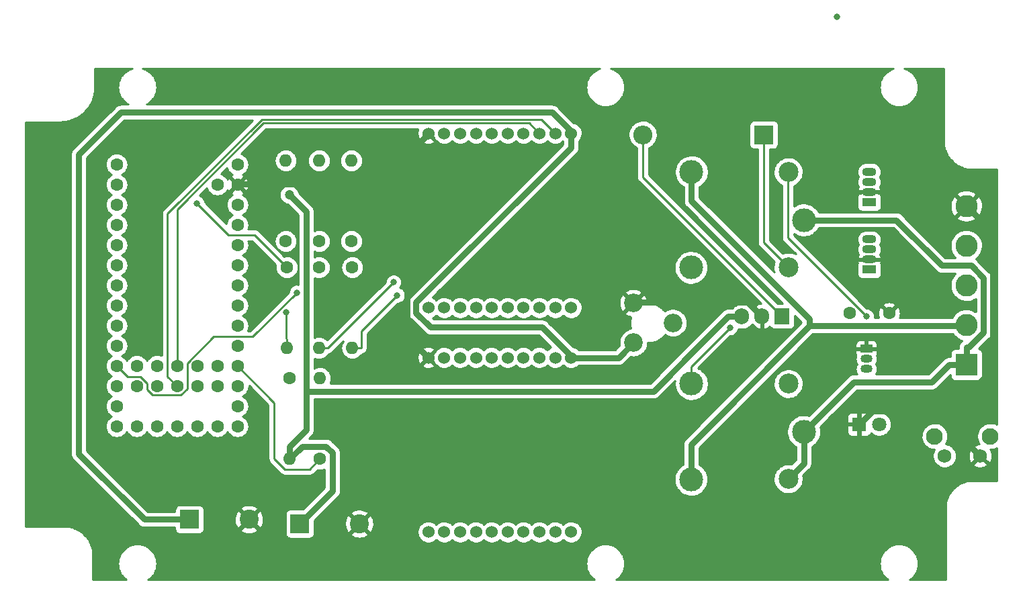
<source format=gbr>
G04 #@! TF.GenerationSoftware,KiCad,Pcbnew,5.99.0-unknown-50e22de3ba~95~ubuntu20.04.1*
G04 #@! TF.CreationDate,2021-01-21T20:42:24+09:00*
G04 #@! TF.ProjectId,Hyperwiper 2020 production prototype,48797065-7277-4697-9065-722032303230,rev?*
G04 #@! TF.SameCoordinates,Original*
G04 #@! TF.FileFunction,Copper,L2,Bot*
G04 #@! TF.FilePolarity,Positive*
%FSLAX46Y46*%
G04 Gerber Fmt 4.6, Leading zero omitted, Abs format (unit mm)*
G04 Created by KiCad (PCBNEW 5.99.0-unknown-50e22de3ba~95~ubuntu20.04.1) date 2021-01-21 20:42:24*
%MOMM*%
%LPD*%
G01*
G04 APERTURE LIST*
G04 #@! TA.AperFunction,ComponentPad*
%ADD10R,1.800000X1.070000*%
G04 #@! TD*
G04 #@! TA.AperFunction,ComponentPad*
%ADD11O,1.800000X1.070000*%
G04 #@! TD*
G04 #@! TA.AperFunction,ComponentPad*
%ADD12C,1.600000*%
G04 #@! TD*
G04 #@! TA.AperFunction,ComponentPad*
%ADD13O,1.600000X1.600000*%
G04 #@! TD*
G04 #@! TA.AperFunction,ComponentPad*
%ADD14R,1.500000X1.050000*%
G04 #@! TD*
G04 #@! TA.AperFunction,ComponentPad*
%ADD15O,1.500000X1.050000*%
G04 #@! TD*
G04 #@! TA.AperFunction,ComponentPad*
%ADD16R,2.800000X2.800000*%
G04 #@! TD*
G04 #@! TA.AperFunction,ComponentPad*
%ADD17C,2.800000*%
G04 #@! TD*
G04 #@! TA.AperFunction,ComponentPad*
%ADD18C,3.000000*%
G04 #@! TD*
G04 #@! TA.AperFunction,ComponentPad*
%ADD19C,2.500000*%
G04 #@! TD*
G04 #@! TA.AperFunction,ComponentPad*
%ADD20R,2.400000X2.400000*%
G04 #@! TD*
G04 #@! TA.AperFunction,ComponentPad*
%ADD21C,2.400000*%
G04 #@! TD*
G04 #@! TA.AperFunction,ComponentPad*
%ADD22C,1.524000*%
G04 #@! TD*
G04 #@! TA.AperFunction,ComponentPad*
%ADD23O,2.400000X2.400000*%
G04 #@! TD*
G04 #@! TA.AperFunction,ComponentPad*
%ADD24R,1.905000X2.000000*%
G04 #@! TD*
G04 #@! TA.AperFunction,ComponentPad*
%ADD25O,1.905000X2.000000*%
G04 #@! TD*
G04 #@! TA.AperFunction,ComponentPad*
%ADD26C,2.100000*%
G04 #@! TD*
G04 #@! TA.AperFunction,ComponentPad*
%ADD27C,1.750000*%
G04 #@! TD*
G04 #@! TA.AperFunction,ComponentPad*
%ADD28R,1.800000X1.800000*%
G04 #@! TD*
G04 #@! TA.AperFunction,ComponentPad*
%ADD29C,1.800000*%
G04 #@! TD*
G04 #@! TA.AperFunction,ComponentPad*
%ADD30C,2.340000*%
G04 #@! TD*
G04 #@! TA.AperFunction,ViaPad*
%ADD31C,0.800000*%
G04 #@! TD*
G04 #@! TA.AperFunction,ViaPad*
%ADD32C,1.200000*%
G04 #@! TD*
G04 #@! TA.AperFunction,Conductor*
%ADD33C,0.750000*%
G04 #@! TD*
G04 #@! TA.AperFunction,Conductor*
%ADD34C,0.250000*%
G04 #@! TD*
G04 #@! TA.AperFunction,Conductor*
%ADD35C,0.254000*%
G04 #@! TD*
G04 APERTURE END LIST*
D10*
G04 #@! TO.P,D2,1,RA*
G04 #@! TO.N,Net-(D2-Pad1)*
X182000000Y-78250000D03*
D11*
G04 #@! TO.P,D2,2,K*
G04 #@! TO.N,GND*
X182000000Y-76980000D03*
G04 #@! TO.P,D2,3,BA*
G04 #@! TO.N,Net-(D2-Pad3)*
X182000000Y-75710000D03*
G04 #@! TO.P,D2,4,GA*
G04 #@! TO.N,Net-(D2-Pad4)*
X182000000Y-74440000D03*
G04 #@! TD*
D12*
G04 #@! TO.P,R5,1*
G04 #@! TO.N,/M_LED_g*
X112635000Y-77978000D03*
D13*
G04 #@! TO.P,R5,2*
G04 #@! TO.N,Net-(D1-Pad4)*
X112635000Y-88138000D03*
G04 #@! TD*
D12*
G04 #@! TO.P,R3,1*
G04 #@! TO.N,Net-(D3-Pad2)*
X108966000Y-91948000D03*
D13*
G04 #@! TO.P,R3,2*
G04 #@! TO.N,/5V*
X108966000Y-102108000D03*
G04 #@! TD*
D12*
G04 #@! TO.P,R4,1*
G04 #@! TO.N,/M_LED_b*
X116840000Y-77978000D03*
D13*
G04 #@! TO.P,R4,2*
G04 #@! TO.N,Net-(D1-Pad3)*
X116840000Y-88138000D03*
G04 #@! TD*
D14*
G04 #@! TO.P,Q1,1,E*
G04 #@! TO.N,GND*
X181640000Y-88250000D03*
D15*
G04 #@! TO.P,Q1,2,B*
G04 #@! TO.N,Net-(Q1-Pad2)*
X181640000Y-89520000D03*
G04 #@! TO.P,Q1,3,C*
G04 #@! TO.N,Net-(K2-Pad2)*
X181640000Y-90790000D03*
G04 #@! TD*
D16*
G04 #@! TO.P,J1,1,Pin_1*
G04 #@! TO.N,Net-(J1-Pad1)*
X194250000Y-90250000D03*
D17*
G04 #@! TO.P,J1,2,Pin_2*
G04 #@! TO.N,Net-(J1-Pad2)*
X194250000Y-85250000D03*
G04 #@! TO.P,J1,3,Pin_3*
G04 #@! TO.N,/reed*
X194250000Y-80250000D03*
G04 #@! TO.P,J1,4,Pin_4*
G04 #@! TO.N,Net-(J1-Pad4)*
X194250000Y-75250000D03*
G04 #@! TO.P,J1,5,Pin_5*
G04 #@! TO.N,GND*
X194250000Y-70250000D03*
G04 #@! TD*
D18*
G04 #@! TO.P,K2,1*
G04 #@! TO.N,Net-(J1-Pad1)*
X173750000Y-72000000D03*
D19*
G04 #@! TO.P,K2,2*
G04 #@! TO.N,Net-(K2-Pad2)*
X171800000Y-65950000D03*
D18*
G04 #@! TO.P,K2,3*
G04 #@! TO.N,Net-(J1-Pad2)*
X159600000Y-65950000D03*
G04 #@! TO.P,K2,4*
G04 #@! TO.N,Net-(K2-Pad4)*
X159550000Y-78000000D03*
D19*
G04 #@! TO.P,K2,5*
G04 #@! TO.N,Net-(D4-Pad1)*
X171800000Y-77950000D03*
G04 #@! TD*
D12*
G04 #@! TO.P,C1,1*
G04 #@! TO.N,/reed*
X179500000Y-83750000D03*
G04 #@! TO.P,C1,2*
G04 #@! TO.N,GND*
X184500000Y-83750000D03*
G04 #@! TD*
D18*
G04 #@! TO.P,K1,1*
G04 #@! TO.N,Net-(J1-Pad1)*
X173750000Y-98700000D03*
D19*
G04 #@! TO.P,K1,2*
G04 #@! TO.N,Net-(K1-Pad2)*
X171800000Y-92650000D03*
D18*
G04 #@! TO.P,K1,3*
G04 #@! TO.N,Net-(D4-Pad1)*
X159600000Y-92650000D03*
G04 #@! TO.P,K1,4*
G04 #@! TO.N,Net-(J1-Pad2)*
X159550000Y-104700000D03*
D19*
G04 #@! TO.P,K1,5*
G04 #@! TO.N,Net-(J1-Pad1)*
X171800000Y-104650000D03*
G04 #@! TD*
D20*
G04 #@! TO.P,C2,1*
G04 #@! TO.N,+3V3*
X96325000Y-109750000D03*
D21*
G04 #@! TO.P,C2,2*
G04 #@! TO.N,GND*
X103825000Y-109750000D03*
G04 #@! TD*
D12*
G04 #@! TO.P,R7,1*
G04 #@! TO.N,/B_LED_b*
X112663000Y-74676000D03*
D13*
G04 #@! TO.P,R7,2*
G04 #@! TO.N,Net-(D2-Pad3)*
X112663000Y-64516000D03*
G04 #@! TD*
D12*
G04 #@! TO.P,R9,1*
G04 #@! TO.N,/B_LED_r*
X108585000Y-77978000D03*
D13*
G04 #@! TO.P,R9,2*
G04 #@! TO.N,Net-(D2-Pad1)*
X108585000Y-88138000D03*
G04 #@! TD*
D12*
G04 #@! TO.P,R8,1*
G04 #@! TO.N,/B_LED_g*
X116713000Y-74676000D03*
D13*
G04 #@! TO.P,R8,2*
G04 #@! TO.N,Net-(D2-Pad4)*
X116713000Y-64516000D03*
G04 #@! TD*
D12*
G04 #@! TO.P,U1,1,GND*
G04 #@! TO.N,Net-(U1-Pad1)*
X87130000Y-64990000D03*
G04 #@! TO.P,U1,2,0_RX1_CRX2_CS1*
G04 #@! TO.N,Net-(U1-Pad2)*
X87130000Y-67530000D03*
G04 #@! TO.P,U1,3,1_TX1_CTX2_MISO1*
G04 #@! TO.N,Net-(U1-Pad3)*
X87130000Y-70070000D03*
G04 #@! TO.P,U1,4,2_OUT2*
G04 #@! TO.N,/B_LED_r*
X87130000Y-72610000D03*
G04 #@! TO.P,U1,5,3_LRCLK2*
G04 #@! TO.N,/B_LED_g*
X87130000Y-75150000D03*
G04 #@! TO.P,U1,6,4_BCLK2*
G04 #@! TO.N,/B_LED_b*
X87130000Y-77690000D03*
G04 #@! TO.P,U1,7,5_IN2*
G04 #@! TO.N,/M_LED_r*
X87130000Y-80230000D03*
G04 #@! TO.P,U1,8,6_OUT1D*
G04 #@! TO.N,/M_LED_g*
X87130000Y-82770000D03*
G04 #@! TO.P,U1,9,7_RX2_OUT1A*
G04 #@! TO.N,RX-2*
X87130000Y-85310000D03*
G04 #@! TO.P,U1,10,8_TX2_IN1*
G04 #@! TO.N,TX-2*
X87130000Y-87850000D03*
G04 #@! TO.P,U1,11,9_OUT1C*
G04 #@! TO.N,/M_LED_b*
X87130000Y-90390000D03*
G04 #@! TO.P,U1,12,10_CS_MQSR*
G04 #@! TO.N,Net-(U1-Pad12)*
X87130000Y-92930000D03*
G04 #@! TO.P,U1,13,11_MOSI_CTX1*
G04 #@! TO.N,Net-(U1-Pad13)*
X87130000Y-95470000D03*
G04 #@! TO.P,U1,14,12_MISO_MQSL*
G04 #@! TO.N,Net-(U1-Pad14)*
X87130000Y-98010000D03*
G04 #@! TO.P,U1,15,VBAT*
G04 #@! TO.N,Net-(U1-Pad15)*
X89670000Y-98010000D03*
G04 #@! TO.P,U1,16,3V3*
G04 #@! TO.N,Net-(U1-Pad16)*
X92210000Y-98010000D03*
G04 #@! TO.P,U1,17,GND*
G04 #@! TO.N,Net-(U1-Pad17)*
X94750000Y-98010000D03*
G04 #@! TO.P,U1,18,PROGRAM*
G04 #@! TO.N,Net-(U1-Pad18)*
X97290000Y-98010000D03*
G04 #@! TO.P,U1,19,ON_OFF*
G04 #@! TO.N,Net-(U1-Pad19)*
X99830000Y-98010000D03*
G04 #@! TO.P,U1,20,13_SCK_CRX1_LED*
G04 #@! TO.N,Net-(U1-Pad20)*
X102370000Y-98010000D03*
G04 #@! TO.P,U1,21,14_A0_TX3_SPDIF_OUT*
G04 #@! TO.N,/reed*
X102370000Y-95470000D03*
G04 #@! TO.P,U1,22,15_A1_RX3_SPDIF_IN*
G04 #@! TO.N,Net-(U1-Pad22)*
X102370000Y-92930000D03*
G04 #@! TO.P,U1,23,16_A2_RX4_SCL1*
G04 #@! TO.N,/motor_start*
X102370000Y-90390000D03*
G04 #@! TO.P,U1,24,17_A3_TX4_SDA1*
G04 #@! TO.N,/Pot*
X102370000Y-87850000D03*
G04 #@! TO.P,U1,25,18_A4_SDA0*
G04 #@! TO.N,Net-(U1-Pad25)*
X102370000Y-85310000D03*
G04 #@! TO.P,U1,26,19_A5_SCL0*
G04 #@! TO.N,Net-(U1-Pad26)*
X102370000Y-82770000D03*
G04 #@! TO.P,U1,27,20_A6_TX5_LRCLK1*
G04 #@! TO.N,Net-(U1-Pad27)*
X102370000Y-80230000D03*
G04 #@! TO.P,U1,28,21_A7_RX5_BCLK1*
G04 #@! TO.N,Net-(U1-Pad28)*
X102370000Y-77690000D03*
G04 #@! TO.P,U1,29,22_A8_CTX1*
G04 #@! TO.N,Net-(U1-Pad29)*
X102370000Y-75150000D03*
G04 #@! TO.P,U1,30,23_A9_CRX1_MCLK1*
G04 #@! TO.N,Net-(U1-Pad30)*
X102370000Y-72610000D03*
G04 #@! TO.P,U1,31,3V3*
G04 #@! TO.N,+3V3*
X102370000Y-70070000D03*
G04 #@! TO.P,U1,32,GND*
G04 #@! TO.N,GND*
X102370000Y-67530000D03*
G04 #@! TO.P,U1,33,VIN*
G04 #@! TO.N,/5V*
X102370000Y-64990000D03*
G04 #@! TO.P,U1,34,VUSB*
G04 #@! TO.N,Net-(U1-Pad34)*
X99830000Y-67530000D03*
G04 #@! TO.P,U1,35,24_A10_TX6_SCL2*
G04 #@! TO.N,Net-(U1-Pad35)*
X99830000Y-92930000D03*
G04 #@! TO.P,U1,36,25_A11_RX6_SDA2*
G04 #@! TO.N,Net-(U1-Pad36)*
X99830000Y-90390000D03*
G04 #@! TO.P,U1,37,26_A12_MOSI1*
G04 #@! TO.N,Net-(U1-Pad37)*
X97290000Y-92930000D03*
G04 #@! TO.P,U1,38,27_A13_SCK1*
G04 #@! TO.N,Net-(U1-Pad38)*
X97290000Y-90390000D03*
G04 #@! TO.P,U1,39,28_RX7*
G04 #@! TO.N,TX-1*
X94750000Y-92930000D03*
G04 #@! TO.P,U1,40,29_TX7*
G04 #@! TO.N,RX-1*
X94750000Y-90390000D03*
G04 #@! TO.P,U1,41,30_CRX3*
G04 #@! TO.N,Net-(U1-Pad41)*
X92210000Y-92930000D03*
G04 #@! TO.P,U1,42,31_CTX3*
G04 #@! TO.N,Net-(U1-Pad42)*
X92210000Y-90390000D03*
G04 #@! TO.P,U1,43,32_OUT1B*
G04 #@! TO.N,Net-(U1-Pad43)*
X89670000Y-92930000D03*
G04 #@! TO.P,U1,44,33_MCLK2*
G04 #@! TO.N,Net-(U1-Pad44)*
X89670000Y-90390000D03*
G04 #@! TD*
D22*
G04 #@! TO.P,JP1,1,VDD*
G04 #@! TO.N,+3V3*
X144424960Y-61076800D03*
G04 #@! TO.P,JP1,2,DOUT*
G04 #@! TO.N,TX-1*
X142423440Y-61076800D03*
G04 #@! TO.P,JP1,3,DIN*
G04 #@! TO.N,RX-1*
X140424460Y-61076800D03*
G04 #@! TO.P,JP1,4,DIO12*
G04 #@! TO.N,Net-(JP1-Pad4)*
X138422940Y-61076800D03*
G04 #@! TO.P,JP1,5,RESET*
G04 #@! TO.N,Net-(JP1-Pad5)*
X136423960Y-61076800D03*
G04 #@! TO.P,JP1,6,RSSI*
G04 #@! TO.N,Net-(JP1-Pad6)*
X134424980Y-61076800D03*
G04 #@! TO.P,JP1,7,DIO11*
G04 #@! TO.N,Net-(JP1-Pad7)*
X132423460Y-61076800D03*
G04 #@! TO.P,JP1,8,RES*
G04 #@! TO.N,Net-(JP1-Pad8)*
X130424480Y-61076800D03*
G04 #@! TO.P,JP1,9,DTR*
G04 #@! TO.N,Net-(JP1-Pad9)*
X128422960Y-61076800D03*
G04 #@! TO.P,JP1,10,GND*
G04 #@! TO.N,GND*
X126423980Y-61076800D03*
G04 #@! TO.P,JP1,11,DIO4*
G04 #@! TO.N,Net-(JP1-Pad11)*
X126423980Y-83073200D03*
G04 #@! TO.P,JP1,12,CTS*
G04 #@! TO.N,Net-(JP1-Pad12)*
X128422960Y-83073200D03*
G04 #@! TO.P,JP1,13,DIO9*
G04 #@! TO.N,Net-(JP1-Pad13)*
X130424480Y-83073200D03*
G04 #@! TO.P,JP1,14,RES*
G04 #@! TO.N,Net-(JP1-Pad14)*
X132423460Y-83073200D03*
G04 #@! TO.P,JP1,15,DIO5*
G04 #@! TO.N,Net-(JP1-Pad15)*
X134424980Y-83073200D03*
G04 #@! TO.P,JP1,16,RTS*
G04 #@! TO.N,Net-(JP1-Pad16)*
X136423960Y-83073200D03*
G04 #@! TO.P,JP1,17,DIO3*
G04 #@! TO.N,Net-(JP1-Pad17)*
X138422940Y-83073200D03*
G04 #@! TO.P,JP1,18,DIO2*
G04 #@! TO.N,Net-(JP1-Pad18)*
X140424460Y-83073200D03*
G04 #@! TO.P,JP1,19,DIO1*
G04 #@! TO.N,Net-(JP1-Pad19)*
X142423440Y-83073200D03*
G04 #@! TO.P,JP1,20,DIO0*
G04 #@! TO.N,Net-(JP1-Pad20)*
X144424960Y-83073200D03*
G04 #@! TD*
D20*
G04 #@! TO.P,D4,1,K*
G04 #@! TO.N,Net-(D4-Pad1)*
X168700000Y-61250000D03*
D23*
G04 #@! TO.P,D4,2,A*
G04 #@! TO.N,Net-(D4-Pad2)*
X153460000Y-61250000D03*
G04 #@! TD*
D12*
G04 #@! TO.P,R6,1*
G04 #@! TO.N,/M_LED_r*
X108458000Y-74676000D03*
D13*
G04 #@! TO.P,R6,2*
G04 #@! TO.N,Net-(D1-Pad1)*
X108458000Y-64516000D03*
G04 #@! TD*
D24*
G04 #@! TO.P,U3,1,IN*
G04 #@! TO.N,Net-(D4-Pad2)*
X171025000Y-84150000D03*
D25*
G04 #@! TO.P,U3,2,GND*
G04 #@! TO.N,GND*
X168485000Y-84150000D03*
G04 #@! TO.P,U3,3,OUT*
G04 #@! TO.N,/5V*
X165945000Y-84150000D03*
G04 #@! TD*
D20*
G04 #@! TO.P,C3,1*
G04 #@! TO.N,/5V*
X110225000Y-110300000D03*
D21*
G04 #@! TO.P,C3,2*
G04 #@! TO.N,GND*
X117725000Y-110300000D03*
G04 #@! TD*
D12*
G04 #@! TO.P,R1,1*
G04 #@! TO.N,/motor_start*
X112776000Y-102108000D03*
D13*
G04 #@! TO.P,R1,2*
G04 #@! TO.N,Net-(Q1-Pad2)*
X112776000Y-91948000D03*
G04 #@! TD*
D26*
G04 #@! TO.P,SW1,*
G04 #@! TO.N,*
X197250000Y-99260000D03*
X190240000Y-99260000D03*
D27*
G04 #@! TO.P,SW1,1,A*
G04 #@! TO.N,GND*
X196000000Y-101750000D03*
G04 #@! TO.P,SW1,2,B*
G04 #@! TO.N,Net-(K1-Pad2)*
X191500000Y-101750000D03*
G04 #@! TD*
D28*
G04 #@! TO.P,D3,1,K*
G04 #@! TO.N,GND*
X180725000Y-97750000D03*
D29*
G04 #@! TO.P,D3,2,A*
G04 #@! TO.N,Net-(D3-Pad2)*
X183265000Y-97750000D03*
G04 #@! TD*
D10*
G04 #@! TO.P,D1,1,RA*
G04 #@! TO.N,Net-(D1-Pad1)*
X182000000Y-69750000D03*
D11*
G04 #@! TO.P,D1,2,K*
G04 #@! TO.N,GND*
X182000000Y-68480000D03*
G04 #@! TO.P,D1,3,BA*
G04 #@! TO.N,Net-(D1-Pad3)*
X182000000Y-67210000D03*
G04 #@! TO.P,D1,4,GA*
G04 #@! TO.N,Net-(D1-Pad4)*
X182000000Y-65940000D03*
G04 #@! TD*
D22*
G04 #@! TO.P,JP2,1,VDD*
G04 #@! TO.N,+3V3*
X144424960Y-89351800D03*
G04 #@! TO.P,JP2,2,DOUT*
G04 #@! TO.N,TX-2*
X142423440Y-89351800D03*
G04 #@! TO.P,JP2,3,DIN*
G04 #@! TO.N,RX-2*
X140424460Y-89351800D03*
G04 #@! TO.P,JP2,4,DIO12*
G04 #@! TO.N,Net-(JP2-Pad4)*
X138422940Y-89351800D03*
G04 #@! TO.P,JP2,5,RESET*
G04 #@! TO.N,Net-(JP2-Pad5)*
X136423960Y-89351800D03*
G04 #@! TO.P,JP2,6,RSSI*
G04 #@! TO.N,Net-(JP2-Pad6)*
X134424980Y-89351800D03*
G04 #@! TO.P,JP2,7,DIO11*
G04 #@! TO.N,Net-(JP2-Pad7)*
X132423460Y-89351800D03*
G04 #@! TO.P,JP2,8,RES*
G04 #@! TO.N,Net-(JP2-Pad8)*
X130424480Y-89351800D03*
G04 #@! TO.P,JP2,9,DTR*
G04 #@! TO.N,Net-(JP2-Pad9)*
X128422960Y-89351800D03*
G04 #@! TO.P,JP2,10,GND*
G04 #@! TO.N,GND*
X126423980Y-89351800D03*
G04 #@! TO.P,JP2,11,DIO4*
G04 #@! TO.N,Net-(JP2-Pad11)*
X126423980Y-111348200D03*
G04 #@! TO.P,JP2,12,CTS*
G04 #@! TO.N,Net-(JP2-Pad12)*
X128422960Y-111348200D03*
G04 #@! TO.P,JP2,13,DIO9*
G04 #@! TO.N,Net-(JP2-Pad13)*
X130424480Y-111348200D03*
G04 #@! TO.P,JP2,14,RES*
G04 #@! TO.N,Net-(JP2-Pad14)*
X132423460Y-111348200D03*
G04 #@! TO.P,JP2,15,DIO5*
G04 #@! TO.N,Net-(JP2-Pad15)*
X134424980Y-111348200D03*
G04 #@! TO.P,JP2,16,RTS*
G04 #@! TO.N,Net-(JP2-Pad16)*
X136423960Y-111348200D03*
G04 #@! TO.P,JP2,17,DIO3*
G04 #@! TO.N,Net-(JP2-Pad17)*
X138422940Y-111348200D03*
G04 #@! TO.P,JP2,18,DIO2*
G04 #@! TO.N,Net-(JP2-Pad18)*
X140424460Y-111348200D03*
G04 #@! TO.P,JP2,19,DIO1*
G04 #@! TO.N,Net-(JP2-Pad19)*
X142423440Y-111348200D03*
G04 #@! TO.P,JP2,20,DIO0*
G04 #@! TO.N,Net-(JP2-Pad20)*
X144424960Y-111348200D03*
G04 #@! TD*
D30*
G04 #@! TO.P,RV1,1,1*
G04 #@! TO.N,GND*
X152268000Y-82460000D03*
G04 #@! TO.P,RV1,2,2*
G04 #@! TO.N,/Pot*
X157268000Y-84960000D03*
G04 #@! TO.P,RV1,3,3*
G04 #@! TO.N,+3V3*
X152268000Y-87460000D03*
G04 #@! TD*
D31*
G04 #@! TO.N,*
X177925000Y-46400000D03*
D32*
G04 #@! TO.N,/5V*
X108886400Y-68800000D03*
D31*
G04 #@! TO.N,Net-(D4-Pad1)*
X164458800Y-85595500D03*
G04 #@! TO.N,Net-(K2-Pad2)*
X181656600Y-84162000D03*
G04 #@! TO.N,GND*
X165775000Y-61350000D03*
G04 #@! TO.N,Net-(D1-Pad4)*
X122043200Y-79855100D03*
G04 #@! TO.N,Net-(D1-Pad3)*
X122514400Y-81481100D03*
G04 #@! TO.N,Net-(D2-Pad1)*
X108542200Y-83622000D03*
G04 #@! TO.N,/M_LED_b*
X109863100Y-81149500D03*
G04 #@! TO.N,/B_LED_r*
X97270400Y-69890600D03*
G04 #@! TD*
D33*
G04 #@! TO.N,/5V*
X165945000Y-84150000D02*
X164217200Y-84150000D01*
X113532001Y-100532999D02*
X110541001Y-100532999D01*
X146138500Y-93589500D02*
X154777700Y-93589500D01*
X108966000Y-102108000D02*
X108966000Y-100532700D01*
X111038400Y-70952000D02*
X108886400Y-68800000D01*
X111038400Y-98460300D02*
X111038400Y-93589500D01*
X114351001Y-106173999D02*
X114351001Y-101351999D01*
X114351001Y-101351999D02*
X113532001Y-100532999D01*
X111038400Y-93589500D02*
X146138500Y-93589500D01*
X154777700Y-93589500D02*
X160755100Y-87612100D01*
X110225000Y-110300000D02*
X114351001Y-106173999D01*
X110541001Y-100532999D02*
X108966000Y-102108000D01*
X160755100Y-87612100D02*
X164217200Y-84150000D01*
X111038400Y-93589500D02*
X111038400Y-70952000D01*
X108966000Y-100532700D02*
X111038400Y-98460300D01*
D34*
G04 #@! TO.N,Net-(D4-Pad1)*
X159600000Y-92650000D02*
X159600000Y-90454300D01*
X168700000Y-61250000D02*
X168700000Y-74850000D01*
X168700000Y-74850000D02*
X171800000Y-77950000D01*
X159600000Y-90454300D02*
X164458800Y-85595500D01*
G04 #@! TO.N,Net-(K2-Pad2)*
X171722900Y-74228300D02*
X181656600Y-84162000D01*
X171722900Y-66027100D02*
X171722900Y-74228300D01*
X171800000Y-65950000D02*
X171722900Y-66027100D01*
D33*
G04 #@! TO.N,GND*
X191356800Y-97106700D02*
X197601800Y-90861700D01*
X152373700Y-82354300D02*
X166689300Y-82354300D01*
X166689300Y-82354300D02*
X168485000Y-84150000D01*
X182427000Y-96048000D02*
X180725000Y-97750000D01*
X190298000Y-96048000D02*
X182427000Y-96048000D01*
X123730700Y-67424700D02*
X102475300Y-67424700D01*
X152268000Y-82460000D02*
X152373700Y-82354300D01*
X196000000Y-101750000D02*
X191356800Y-97106700D01*
X123730700Y-86658500D02*
X126424000Y-89351800D01*
X126424000Y-61076800D02*
X123730700Y-63770100D01*
X197601800Y-90861700D02*
X197601800Y-73601800D01*
X123730700Y-63770100D02*
X123730700Y-67424700D01*
X197601800Y-73601800D02*
X194250000Y-70250000D01*
X102475300Y-67424700D02*
X102370000Y-67530000D01*
X123730700Y-67424700D02*
X123730700Y-86658500D01*
X191356800Y-97106700D02*
X190298000Y-96048000D01*
D34*
G04 #@! TO.N,Net-(D1-Pad4)*
X113760300Y-88138000D02*
X122043200Y-79855100D01*
X112635000Y-88138000D02*
X113760300Y-88138000D01*
G04 #@! TO.N,Net-(D1-Pad3)*
X117965300Y-86030200D02*
X122514400Y-81481100D01*
X117965300Y-88138000D02*
X117965300Y-86030200D01*
X116840000Y-88138000D02*
X117965300Y-88138000D01*
G04 #@! TO.N,Net-(D2-Pad1)*
X108542200Y-86969900D02*
X108542200Y-83622000D01*
X108585000Y-88138000D02*
X108585000Y-87012700D01*
X108585000Y-87012700D02*
X108542200Y-86969900D01*
D33*
G04 #@! TO.N,Net-(J1-Pad2)*
X174484600Y-85358100D02*
X159550000Y-100292700D01*
X159600000Y-69573600D02*
X174484600Y-84458200D01*
X174484600Y-84458200D02*
X174484600Y-85358100D01*
X194250000Y-85250000D02*
X194141900Y-85358100D01*
X194141900Y-85358100D02*
X174484600Y-85358100D01*
X159600000Y-65950000D02*
X159600000Y-69573600D01*
X159550000Y-100292700D02*
X159550000Y-104700000D01*
D34*
G04 #@! TO.N,/motor_start*
X107019500Y-102084200D02*
X108374100Y-103438800D01*
X111445200Y-103438800D02*
X112776000Y-102108000D01*
X107019500Y-95039500D02*
X107019500Y-102084200D01*
X102370000Y-90390000D02*
X107019500Y-95039500D01*
X108374100Y-103438800D02*
X111445200Y-103438800D01*
G04 #@! TO.N,/M_LED_b*
X91687600Y-94079500D02*
X95240500Y-94079500D01*
X96020000Y-93300000D02*
X96020000Y-90067300D01*
X104288000Y-86724600D02*
X109863100Y-81149500D01*
X90940000Y-92595200D02*
X90940000Y-93331900D01*
X96020000Y-90067300D02*
X99362700Y-86724600D01*
X99362700Y-86724600D02*
X104288000Y-86724600D01*
X90940000Y-93331900D02*
X91687600Y-94079500D01*
X88544600Y-91804600D02*
X90149400Y-91804600D01*
X87130000Y-90390000D02*
X88544600Y-91804600D01*
X95240500Y-94079500D02*
X96020000Y-93300000D01*
X90149400Y-91804600D02*
X90940000Y-92595200D01*
G04 #@! TO.N,/B_LED_r*
X97270400Y-69890600D02*
X101259800Y-73880000D01*
X104487000Y-73880000D02*
X108585000Y-77978000D01*
X101259800Y-73880000D02*
X104487000Y-73880000D01*
G04 #@! TO.N,TX-1*
X105435300Y-59336900D02*
X93559400Y-71212800D01*
X93559400Y-91739400D02*
X94750000Y-92930000D01*
X93559400Y-71212800D02*
X93559400Y-91739400D01*
X140683500Y-59336900D02*
X105435300Y-59336900D01*
X142423400Y-61076800D02*
X140683500Y-59336900D01*
G04 #@! TO.N,RX-1*
X105627900Y-59787300D02*
X139135000Y-59787300D01*
X139135000Y-59787300D02*
X140424500Y-61076800D01*
X94750000Y-90390000D02*
X94750000Y-70665200D01*
X94750000Y-70665200D02*
X105627900Y-59787300D01*
D33*
G04 #@! TO.N,Net-(J1-Pad1)*
X171800000Y-104650000D02*
X173750000Y-102700000D01*
X194866000Y-77750000D02*
X196425300Y-79309300D01*
X173750000Y-102700000D02*
X173750000Y-98700000D01*
X196425300Y-79309300D02*
X196425300Y-86171400D01*
X185423100Y-72000000D02*
X191173100Y-77750000D01*
X196425300Y-86171400D02*
X194522000Y-88074700D01*
X189899400Y-92425300D02*
X192074700Y-90250000D01*
X194250000Y-90250000D02*
X192074700Y-90250000D01*
X173750000Y-72000000D02*
X185423100Y-72000000D01*
X191173100Y-77750000D02*
X194866000Y-77750000D01*
X173750000Y-98700000D02*
X180024700Y-92425300D01*
X194522000Y-88074700D02*
X194250000Y-88074700D01*
X180024700Y-92425300D02*
X189899400Y-92425300D01*
X194250000Y-90250000D02*
X194250000Y-88074700D01*
D34*
G04 #@! TO.N,Net-(D4-Pad2)*
X153460000Y-66585000D02*
X153460000Y-61250000D01*
X171025000Y-84150000D02*
X153460000Y-66585000D01*
D33*
G04 #@! TO.N,+3V3*
X96325000Y-109750000D02*
X90625000Y-109750000D01*
X90625000Y-109750000D02*
X82350000Y-101475000D01*
X124881000Y-83710900D02*
X124881000Y-82398700D01*
X82350000Y-101475000D02*
X82350000Y-63750000D01*
X82350000Y-63750000D02*
X87663109Y-58436891D01*
X126694100Y-85524000D02*
X124881000Y-83710900D01*
X140772800Y-85524000D02*
X126694100Y-85524000D01*
X144425000Y-89176200D02*
X140772800Y-85524000D01*
X144425000Y-62854700D02*
X144425000Y-61076800D01*
X142058293Y-58436891D02*
X144424960Y-60803558D01*
X124881000Y-82398700D02*
X144425000Y-62854700D01*
X150376200Y-89351800D02*
X152268000Y-87460000D01*
X87663109Y-58436891D02*
X142058293Y-58436891D01*
X144425000Y-89351800D02*
X144425000Y-89176200D01*
X144424960Y-89351800D02*
X150376200Y-89351800D01*
X144424960Y-60803558D02*
X144424960Y-61076800D01*
X152268000Y-87460000D02*
X152420100Y-87612100D01*
G04 #@! TD*
G04 #@! TO.N,GND*
D35*
X88816688Y-52975251D02*
X88801461Y-52981558D01*
X88527759Y-53116533D01*
X88513485Y-53124774D01*
X88259741Y-53294320D01*
X88246665Y-53304353D01*
X88017223Y-53505569D01*
X88005569Y-53517223D01*
X87804353Y-53746665D01*
X87794320Y-53759741D01*
X87624774Y-54013485D01*
X87616533Y-54027759D01*
X87481558Y-54301461D01*
X87475251Y-54316688D01*
X87377156Y-54605667D01*
X87372890Y-54621586D01*
X87313353Y-54920897D01*
X87311202Y-54937238D01*
X87291243Y-55241759D01*
X87291243Y-55258241D01*
X87311202Y-55562762D01*
X87313353Y-55579103D01*
X87372890Y-55878414D01*
X87377156Y-55894333D01*
X87475251Y-56183312D01*
X87481558Y-56198539D01*
X87616533Y-56472241D01*
X87624774Y-56486515D01*
X87794320Y-56740259D01*
X87804353Y-56753335D01*
X88005569Y-56982777D01*
X88017223Y-56994431D01*
X88246665Y-57195647D01*
X88259741Y-57205680D01*
X88513484Y-57375226D01*
X88527758Y-57383467D01*
X88616827Y-57427391D01*
X87743412Y-57427391D01*
X87729320Y-57425159D01*
X87703014Y-57423781D01*
X87634137Y-57427391D01*
X87615537Y-57427391D01*
X87602366Y-57428081D01*
X87583859Y-57430026D01*
X87517522Y-57433503D01*
X87491508Y-57437623D01*
X87478553Y-57441094D01*
X87465206Y-57442497D01*
X87439443Y-57447974D01*
X87376273Y-57468499D01*
X87312089Y-57485697D01*
X87287497Y-57495137D01*
X87275540Y-57501229D01*
X87262787Y-57505373D01*
X87238723Y-57516087D01*
X87181192Y-57549302D01*
X87121995Y-57579465D01*
X87099906Y-57593810D01*
X87089482Y-57602251D01*
X87077860Y-57608961D01*
X87056551Y-57624443D01*
X87007173Y-57668904D01*
X86992725Y-57680603D01*
X86982924Y-57689429D01*
X86969782Y-57702571D01*
X86918515Y-57748732D01*
X86900889Y-57768307D01*
X86892501Y-57779852D01*
X81692961Y-62979392D01*
X81681416Y-62987780D01*
X81661841Y-63005406D01*
X81615680Y-63056673D01*
X81602538Y-63069815D01*
X81593712Y-63079616D01*
X81582013Y-63094064D01*
X81537552Y-63143442D01*
X81522070Y-63164751D01*
X81515360Y-63176373D01*
X81506919Y-63186797D01*
X81492574Y-63208887D01*
X81462418Y-63268071D01*
X81429196Y-63325614D01*
X81418482Y-63349676D01*
X81414334Y-63362440D01*
X81408246Y-63374390D01*
X81398807Y-63398980D01*
X81381612Y-63463153D01*
X81361083Y-63526334D01*
X81355606Y-63552098D01*
X81354203Y-63565442D01*
X81350732Y-63578398D01*
X81346612Y-63604413D01*
X81343135Y-63670750D01*
X81341190Y-63689257D01*
X81340500Y-63702428D01*
X81340500Y-63721028D01*
X81336890Y-63789905D01*
X81338268Y-63816211D01*
X81340500Y-63830303D01*
X81340500Y-101394697D01*
X81338268Y-101408789D01*
X81336890Y-101435095D01*
X81340500Y-101503972D01*
X81340500Y-101522572D01*
X81341190Y-101535743D01*
X81343135Y-101554250D01*
X81346612Y-101620587D01*
X81350732Y-101646602D01*
X81354203Y-101659558D01*
X81355606Y-101672902D01*
X81361083Y-101698666D01*
X81381612Y-101761847D01*
X81398807Y-101826020D01*
X81408246Y-101850610D01*
X81414334Y-101862560D01*
X81418482Y-101875324D01*
X81429196Y-101899386D01*
X81462418Y-101956929D01*
X81492574Y-102016113D01*
X81506919Y-102038203D01*
X81515360Y-102048627D01*
X81522070Y-102060249D01*
X81537552Y-102081558D01*
X81582013Y-102130936D01*
X81593712Y-102145384D01*
X81602538Y-102155185D01*
X81615680Y-102168327D01*
X81661841Y-102219594D01*
X81681416Y-102237220D01*
X81692961Y-102245608D01*
X89854395Y-110407043D01*
X89862780Y-110418584D01*
X89880406Y-110438159D01*
X89931663Y-110484311D01*
X89944814Y-110497462D01*
X89954616Y-110506288D01*
X89969064Y-110517987D01*
X90018442Y-110562448D01*
X90039752Y-110577931D01*
X90051369Y-110584638D01*
X90061794Y-110593080D01*
X90083886Y-110607426D01*
X90143078Y-110637586D01*
X90200614Y-110670804D01*
X90224676Y-110681518D01*
X90237437Y-110685665D01*
X90249389Y-110691754D01*
X90273978Y-110701192D01*
X90338145Y-110718386D01*
X90401334Y-110738917D01*
X90427097Y-110744394D01*
X90440442Y-110745797D01*
X90453397Y-110749268D01*
X90479414Y-110753388D01*
X90545737Y-110756863D01*
X90564255Y-110758810D01*
X90577428Y-110759500D01*
X90596040Y-110759500D01*
X90664906Y-110763109D01*
X90691210Y-110761731D01*
X90705296Y-110759500D01*
X94485500Y-110759500D01*
X94485500Y-110950000D01*
X94485821Y-110958989D01*
X94491048Y-111032068D01*
X94495831Y-111058577D01*
X94537008Y-111198814D01*
X94551906Y-111231437D01*
X94630925Y-111354392D01*
X94654410Y-111381495D01*
X94764868Y-111477208D01*
X94795039Y-111496598D01*
X94927988Y-111557314D01*
X94962399Y-111567418D01*
X95107069Y-111588218D01*
X95125000Y-111589500D01*
X97525000Y-111589500D01*
X97533989Y-111589179D01*
X97607068Y-111583952D01*
X97633577Y-111579169D01*
X97773814Y-111537992D01*
X97806437Y-111523094D01*
X97929392Y-111444075D01*
X97956495Y-111420590D01*
X98052208Y-111310132D01*
X98071598Y-111279961D01*
X98132314Y-111147012D01*
X98142418Y-111112601D01*
X98144396Y-111098843D01*
X102685463Y-111098843D01*
X102690528Y-111169658D01*
X102728524Y-111222921D01*
X102759956Y-111248785D01*
X102775593Y-111259775D01*
X102998917Y-111392639D01*
X103016038Y-111401138D01*
X103256889Y-111498693D01*
X103275098Y-111504504D01*
X103527935Y-111564505D01*
X103546813Y-111567495D01*
X103805816Y-111588562D01*
X103824930Y-111588662D01*
X104084139Y-111570309D01*
X104103048Y-111567517D01*
X104356499Y-111510166D01*
X104374768Y-111504546D01*
X104616628Y-111409519D01*
X104633836Y-111401200D01*
X104858539Y-111270682D01*
X104874292Y-111259856D01*
X104919856Y-111223156D01*
X104960361Y-111164847D01*
X104962911Y-111093896D01*
X104929913Y-111035933D01*
X103914095Y-110020115D01*
X103851783Y-109986089D01*
X103780968Y-109991154D01*
X103735905Y-110020115D01*
X102719489Y-111036531D01*
X102685463Y-111098843D01*
X98144396Y-111098843D01*
X98163218Y-110967931D01*
X98164500Y-110950000D01*
X98164500Y-109827065D01*
X101987954Y-109827065D01*
X101988855Y-109846157D01*
X102020748Y-110104051D01*
X102024526Y-110122789D01*
X102095063Y-110372891D01*
X102101631Y-110390840D01*
X102209186Y-110627395D01*
X102218395Y-110644145D01*
X102343504Y-110835695D01*
X102397501Y-110881791D01*
X102467848Y-110891376D01*
X102532209Y-110861407D01*
X102538091Y-110855889D01*
X103554885Y-109839095D01*
X103588911Y-109776783D01*
X103585080Y-109723217D01*
X104061089Y-109723217D01*
X104066154Y-109794032D01*
X104095115Y-109839095D01*
X105111231Y-110855211D01*
X105173543Y-110889237D01*
X105244358Y-110884172D01*
X105305091Y-110836118D01*
X105422154Y-110660920D01*
X105431537Y-110644268D01*
X105541564Y-110408852D01*
X105548321Y-110390972D01*
X105621472Y-110141623D01*
X105625446Y-110122926D01*
X105660039Y-109865380D01*
X105661108Y-109852234D01*
X105663948Y-109753627D01*
X105663637Y-109740443D01*
X105643927Y-109481333D01*
X105641036Y-109462439D01*
X105582360Y-109209292D01*
X105576644Y-109191053D01*
X105480351Y-108949694D01*
X105471942Y-108932529D01*
X105340250Y-108708513D01*
X105329342Y-108692819D01*
X105298024Y-108654350D01*
X105239505Y-108614150D01*
X105168542Y-108611970D01*
X105111216Y-108644804D01*
X104095115Y-109660905D01*
X104061089Y-109723217D01*
X103585080Y-109723217D01*
X103583846Y-109705968D01*
X103554885Y-109660905D01*
X102540134Y-108646154D01*
X102477822Y-108612128D01*
X102407007Y-108617193D01*
X102349688Y-108660390D01*
X102272529Y-108764855D01*
X102262372Y-108781047D01*
X102141378Y-109011019D01*
X102133787Y-109028560D01*
X102048971Y-109274187D01*
X102044120Y-109292676D01*
X101997434Y-109548306D01*
X101995436Y-109567315D01*
X101987954Y-109827065D01*
X98164500Y-109827065D01*
X98164500Y-108550000D01*
X98164179Y-108541011D01*
X98158952Y-108467932D01*
X98154169Y-108441423D01*
X98142408Y-108401369D01*
X102686809Y-108401369D01*
X102721138Y-108465118D01*
X103735905Y-109479885D01*
X103798217Y-109513911D01*
X103869032Y-109508846D01*
X103914095Y-109479885D01*
X104930533Y-108463447D01*
X104964559Y-108401135D01*
X104959494Y-108330320D01*
X104916947Y-108273484D01*
X104910891Y-108269222D01*
X104727546Y-108148098D01*
X104710844Y-108138802D01*
X104474855Y-108030010D01*
X104456940Y-108023347D01*
X104207211Y-107951502D01*
X104188494Y-107947626D01*
X103930770Y-107914383D01*
X103911683Y-107913383D01*
X103651897Y-107919505D01*
X103632877Y-107921403D01*
X103377006Y-107966750D01*
X103358492Y-107971504D01*
X103112425Y-108055033D01*
X103094844Y-108062532D01*
X102864242Y-108182320D01*
X102847997Y-108192392D01*
X102735905Y-108274281D01*
X102692699Y-108330617D01*
X102686809Y-108401369D01*
X98142408Y-108401369D01*
X98112992Y-108301186D01*
X98098094Y-108268563D01*
X98019075Y-108145608D01*
X97995590Y-108118505D01*
X97885132Y-108022792D01*
X97854961Y-108003402D01*
X97722012Y-107942686D01*
X97687601Y-107932582D01*
X97542931Y-107911782D01*
X97525000Y-107910500D01*
X95125000Y-107910500D01*
X95116011Y-107910821D01*
X95042932Y-107916048D01*
X95016423Y-107920831D01*
X94876186Y-107962008D01*
X94843563Y-107976906D01*
X94720608Y-108055925D01*
X94693505Y-108079410D01*
X94597792Y-108189868D01*
X94578402Y-108220039D01*
X94517686Y-108352988D01*
X94507582Y-108387399D01*
X94486782Y-108532069D01*
X94485500Y-108550000D01*
X94485500Y-108740500D01*
X91043148Y-108740500D01*
X83359500Y-101056853D01*
X83359500Y-64168147D01*
X88081256Y-59446391D01*
X104251715Y-59446391D01*
X93077792Y-70620314D01*
X93060555Y-70634574D01*
X93014681Y-70683425D01*
X92994367Y-70703739D01*
X92983902Y-70715609D01*
X92981261Y-70719014D01*
X92950993Y-70751246D01*
X92932428Y-70776798D01*
X92922668Y-70794551D01*
X92910258Y-70810550D01*
X92894180Y-70837736D01*
X92876622Y-70878309D01*
X92855324Y-70917050D01*
X92843696Y-70946419D01*
X92838660Y-70966032D01*
X92830616Y-70984621D01*
X92821803Y-71014953D01*
X92814886Y-71058623D01*
X92803893Y-71101441D01*
X92800184Y-71124859D01*
X92800149Y-71125415D01*
X92799900Y-71133331D01*
X92799900Y-71153252D01*
X92796767Y-71173034D01*
X92795775Y-71204602D01*
X92799900Y-71248240D01*
X92799900Y-89082278D01*
X92712493Y-89041519D01*
X92691854Y-89034007D01*
X92470698Y-88974748D01*
X92449069Y-88970934D01*
X92220982Y-88950979D01*
X92199018Y-88950979D01*
X91970931Y-88970934D01*
X91949302Y-88974748D01*
X91728146Y-89034007D01*
X91707507Y-89041519D01*
X91500000Y-89138281D01*
X91480979Y-89149263D01*
X91293427Y-89280588D01*
X91276603Y-89294706D01*
X91114706Y-89456603D01*
X91100588Y-89473427D01*
X90969263Y-89660979D01*
X90958281Y-89680000D01*
X90940000Y-89719204D01*
X90921719Y-89680000D01*
X90910737Y-89660979D01*
X90779412Y-89473427D01*
X90765294Y-89456603D01*
X90603397Y-89294706D01*
X90586573Y-89280588D01*
X90399021Y-89149263D01*
X90380000Y-89138281D01*
X90172493Y-89041519D01*
X90151854Y-89034007D01*
X89930698Y-88974748D01*
X89909069Y-88970934D01*
X89680982Y-88950979D01*
X89659018Y-88950979D01*
X89430931Y-88970934D01*
X89409302Y-88974748D01*
X89188146Y-89034007D01*
X89167507Y-89041519D01*
X88960000Y-89138281D01*
X88940979Y-89149263D01*
X88753427Y-89280588D01*
X88736603Y-89294706D01*
X88574706Y-89456603D01*
X88560588Y-89473427D01*
X88429263Y-89660979D01*
X88418281Y-89680000D01*
X88400000Y-89719204D01*
X88381719Y-89680000D01*
X88370737Y-89660979D01*
X88239412Y-89473427D01*
X88225294Y-89456603D01*
X88063397Y-89294706D01*
X88046573Y-89280588D01*
X87859021Y-89149263D01*
X87840000Y-89138281D01*
X87800796Y-89120000D01*
X87840000Y-89101719D01*
X87859021Y-89090737D01*
X88046573Y-88959412D01*
X88063397Y-88945294D01*
X88225294Y-88783397D01*
X88239412Y-88766573D01*
X88370737Y-88579021D01*
X88381719Y-88560000D01*
X88478481Y-88352493D01*
X88485993Y-88331854D01*
X88545252Y-88110698D01*
X88549066Y-88089069D01*
X88569021Y-87860982D01*
X88569021Y-87839018D01*
X88549066Y-87610931D01*
X88545252Y-87589302D01*
X88485993Y-87368146D01*
X88478481Y-87347507D01*
X88381719Y-87140000D01*
X88370737Y-87120979D01*
X88239412Y-86933427D01*
X88225294Y-86916603D01*
X88063397Y-86754706D01*
X88046573Y-86740588D01*
X87859021Y-86609263D01*
X87840000Y-86598281D01*
X87800796Y-86580000D01*
X87840000Y-86561719D01*
X87859021Y-86550737D01*
X88046573Y-86419412D01*
X88063397Y-86405294D01*
X88225294Y-86243397D01*
X88239412Y-86226573D01*
X88370737Y-86039021D01*
X88381719Y-86020000D01*
X88478481Y-85812493D01*
X88485993Y-85791854D01*
X88545252Y-85570698D01*
X88549066Y-85549069D01*
X88569021Y-85320982D01*
X88569021Y-85299018D01*
X88549066Y-85070931D01*
X88545252Y-85049302D01*
X88485993Y-84828146D01*
X88478481Y-84807507D01*
X88381719Y-84600000D01*
X88370737Y-84580979D01*
X88239412Y-84393427D01*
X88225294Y-84376603D01*
X88063397Y-84214706D01*
X88046573Y-84200588D01*
X87859021Y-84069263D01*
X87840000Y-84058281D01*
X87800796Y-84040000D01*
X87840000Y-84021719D01*
X87859021Y-84010737D01*
X88046573Y-83879412D01*
X88063397Y-83865294D01*
X88225294Y-83703397D01*
X88239412Y-83686573D01*
X88370737Y-83499021D01*
X88381719Y-83480000D01*
X88478481Y-83272493D01*
X88485993Y-83251854D01*
X88545252Y-83030698D01*
X88549066Y-83009069D01*
X88569021Y-82780982D01*
X88569021Y-82759018D01*
X88549066Y-82530931D01*
X88545252Y-82509302D01*
X88485993Y-82288146D01*
X88478481Y-82267507D01*
X88381719Y-82060000D01*
X88370737Y-82040979D01*
X88239412Y-81853427D01*
X88225294Y-81836603D01*
X88063397Y-81674706D01*
X88046573Y-81660588D01*
X87859021Y-81529263D01*
X87840000Y-81518281D01*
X87800796Y-81500000D01*
X87840000Y-81481719D01*
X87859021Y-81470737D01*
X88046573Y-81339412D01*
X88063397Y-81325294D01*
X88225294Y-81163397D01*
X88239412Y-81146573D01*
X88370737Y-80959021D01*
X88381719Y-80940000D01*
X88478481Y-80732493D01*
X88485993Y-80711854D01*
X88545252Y-80490698D01*
X88549066Y-80469069D01*
X88569021Y-80240982D01*
X88569021Y-80219018D01*
X88549066Y-79990931D01*
X88545252Y-79969302D01*
X88485993Y-79748146D01*
X88478481Y-79727507D01*
X88381719Y-79520000D01*
X88370737Y-79500979D01*
X88239412Y-79313427D01*
X88225294Y-79296603D01*
X88063397Y-79134706D01*
X88046573Y-79120588D01*
X87859021Y-78989263D01*
X87840000Y-78978281D01*
X87800796Y-78960000D01*
X87840000Y-78941719D01*
X87859021Y-78930737D01*
X88046573Y-78799412D01*
X88063397Y-78785294D01*
X88225294Y-78623397D01*
X88239412Y-78606573D01*
X88370737Y-78419021D01*
X88381719Y-78400000D01*
X88478481Y-78192493D01*
X88485993Y-78171854D01*
X88545252Y-77950698D01*
X88549066Y-77929069D01*
X88569021Y-77700982D01*
X88569021Y-77679018D01*
X88549066Y-77450931D01*
X88545252Y-77429302D01*
X88485993Y-77208146D01*
X88478481Y-77187507D01*
X88381719Y-76980000D01*
X88370737Y-76960979D01*
X88239412Y-76773427D01*
X88225294Y-76756603D01*
X88063397Y-76594706D01*
X88046573Y-76580588D01*
X87859021Y-76449263D01*
X87840000Y-76438281D01*
X87800796Y-76420000D01*
X87840000Y-76401719D01*
X87859021Y-76390737D01*
X88046573Y-76259412D01*
X88063397Y-76245294D01*
X88225294Y-76083397D01*
X88239412Y-76066573D01*
X88370737Y-75879021D01*
X88381719Y-75860000D01*
X88478481Y-75652493D01*
X88485993Y-75631854D01*
X88545252Y-75410698D01*
X88549066Y-75389069D01*
X88569021Y-75160982D01*
X88569021Y-75139018D01*
X88549066Y-74910931D01*
X88545252Y-74889302D01*
X88485993Y-74668146D01*
X88478481Y-74647507D01*
X88381719Y-74440000D01*
X88370737Y-74420979D01*
X88239412Y-74233427D01*
X88225294Y-74216603D01*
X88063397Y-74054706D01*
X88046573Y-74040588D01*
X87859021Y-73909263D01*
X87840000Y-73898281D01*
X87800796Y-73880000D01*
X87840000Y-73861719D01*
X87859021Y-73850737D01*
X88046573Y-73719412D01*
X88063397Y-73705294D01*
X88225294Y-73543397D01*
X88239412Y-73526573D01*
X88370737Y-73339021D01*
X88381719Y-73320000D01*
X88478481Y-73112493D01*
X88485993Y-73091854D01*
X88545252Y-72870698D01*
X88549066Y-72849069D01*
X88569021Y-72620982D01*
X88569021Y-72599018D01*
X88549066Y-72370931D01*
X88545252Y-72349302D01*
X88485993Y-72128146D01*
X88478481Y-72107507D01*
X88381719Y-71900000D01*
X88370737Y-71880979D01*
X88239412Y-71693427D01*
X88225294Y-71676603D01*
X88063397Y-71514706D01*
X88046573Y-71500588D01*
X87859021Y-71369263D01*
X87840000Y-71358281D01*
X87800796Y-71340000D01*
X87840000Y-71321719D01*
X87859021Y-71310737D01*
X88046573Y-71179412D01*
X88063397Y-71165294D01*
X88225294Y-71003397D01*
X88239412Y-70986573D01*
X88370737Y-70799021D01*
X88381719Y-70780000D01*
X88478481Y-70572493D01*
X88485993Y-70551854D01*
X88545252Y-70330698D01*
X88549066Y-70309069D01*
X88569021Y-70080982D01*
X88569021Y-70059018D01*
X88549066Y-69830931D01*
X88545252Y-69809302D01*
X88485993Y-69588146D01*
X88478481Y-69567507D01*
X88381719Y-69360000D01*
X88370737Y-69340979D01*
X88239412Y-69153427D01*
X88225294Y-69136603D01*
X88063397Y-68974706D01*
X88046573Y-68960588D01*
X87859021Y-68829263D01*
X87840000Y-68818281D01*
X87800796Y-68800000D01*
X87840000Y-68781719D01*
X87859021Y-68770737D01*
X88046573Y-68639412D01*
X88063397Y-68625294D01*
X88225294Y-68463397D01*
X88239412Y-68446573D01*
X88370737Y-68259021D01*
X88381719Y-68240000D01*
X88478481Y-68032493D01*
X88485993Y-68011854D01*
X88545252Y-67790698D01*
X88549066Y-67769069D01*
X88569021Y-67540982D01*
X88569021Y-67519018D01*
X88549066Y-67290931D01*
X88545252Y-67269302D01*
X88485993Y-67048146D01*
X88478481Y-67027507D01*
X88381719Y-66820000D01*
X88370737Y-66800979D01*
X88239412Y-66613427D01*
X88225294Y-66596603D01*
X88063397Y-66434706D01*
X88046573Y-66420588D01*
X87859021Y-66289263D01*
X87840000Y-66278281D01*
X87800796Y-66260000D01*
X87840000Y-66241719D01*
X87859021Y-66230737D01*
X88046573Y-66099412D01*
X88063397Y-66085294D01*
X88225294Y-65923397D01*
X88239412Y-65906573D01*
X88370737Y-65719021D01*
X88381719Y-65700000D01*
X88478481Y-65492493D01*
X88485993Y-65471854D01*
X88545252Y-65250698D01*
X88549066Y-65229069D01*
X88569021Y-65000982D01*
X88569021Y-64979018D01*
X88549066Y-64750931D01*
X88545252Y-64729302D01*
X88485993Y-64508146D01*
X88478481Y-64487507D01*
X88381719Y-64280000D01*
X88370737Y-64260979D01*
X88239412Y-64073427D01*
X88225294Y-64056603D01*
X88063397Y-63894706D01*
X88046573Y-63880588D01*
X87859021Y-63749263D01*
X87840000Y-63738281D01*
X87632493Y-63641519D01*
X87611854Y-63634007D01*
X87390698Y-63574748D01*
X87369069Y-63570934D01*
X87140982Y-63550979D01*
X87119018Y-63550979D01*
X86890931Y-63570934D01*
X86869302Y-63574748D01*
X86648146Y-63634007D01*
X86627507Y-63641519D01*
X86420000Y-63738281D01*
X86400979Y-63749263D01*
X86213427Y-63880588D01*
X86196603Y-63894706D01*
X86034706Y-64056603D01*
X86020588Y-64073427D01*
X85889263Y-64260979D01*
X85878281Y-64280000D01*
X85781519Y-64487507D01*
X85774007Y-64508146D01*
X85714748Y-64729302D01*
X85710934Y-64750931D01*
X85690979Y-64979018D01*
X85690979Y-65000982D01*
X85710934Y-65229069D01*
X85714748Y-65250698D01*
X85774007Y-65471854D01*
X85781519Y-65492493D01*
X85878281Y-65700000D01*
X85889263Y-65719021D01*
X86020588Y-65906573D01*
X86034706Y-65923397D01*
X86196603Y-66085294D01*
X86213427Y-66099412D01*
X86400979Y-66230737D01*
X86420000Y-66241719D01*
X86459204Y-66260000D01*
X86420000Y-66278281D01*
X86400979Y-66289263D01*
X86213427Y-66420588D01*
X86196603Y-66434706D01*
X86034706Y-66596603D01*
X86020588Y-66613427D01*
X85889263Y-66800979D01*
X85878281Y-66820000D01*
X85781519Y-67027507D01*
X85774007Y-67048146D01*
X85714748Y-67269302D01*
X85710934Y-67290931D01*
X85690979Y-67519018D01*
X85690979Y-67540982D01*
X85710934Y-67769069D01*
X85714748Y-67790698D01*
X85774007Y-68011854D01*
X85781519Y-68032493D01*
X85878281Y-68240000D01*
X85889263Y-68259021D01*
X86020588Y-68446573D01*
X86034706Y-68463397D01*
X86196603Y-68625294D01*
X86213427Y-68639412D01*
X86400979Y-68770737D01*
X86420000Y-68781719D01*
X86459204Y-68800000D01*
X86420000Y-68818281D01*
X86400979Y-68829263D01*
X86213427Y-68960588D01*
X86196603Y-68974706D01*
X86034706Y-69136603D01*
X86020588Y-69153427D01*
X85889263Y-69340979D01*
X85878281Y-69360000D01*
X85781519Y-69567507D01*
X85774007Y-69588146D01*
X85714748Y-69809302D01*
X85710934Y-69830931D01*
X85690979Y-70059018D01*
X85690979Y-70080982D01*
X85710934Y-70309069D01*
X85714748Y-70330698D01*
X85774007Y-70551854D01*
X85781519Y-70572493D01*
X85878281Y-70780000D01*
X85889263Y-70799021D01*
X86020588Y-70986573D01*
X86034706Y-71003397D01*
X86196603Y-71165294D01*
X86213427Y-71179412D01*
X86400979Y-71310737D01*
X86420000Y-71321719D01*
X86459204Y-71340000D01*
X86420000Y-71358281D01*
X86400979Y-71369263D01*
X86213427Y-71500588D01*
X86196603Y-71514706D01*
X86034706Y-71676603D01*
X86020588Y-71693427D01*
X85889263Y-71880979D01*
X85878281Y-71900000D01*
X85781519Y-72107507D01*
X85774007Y-72128146D01*
X85714748Y-72349302D01*
X85710934Y-72370931D01*
X85690979Y-72599018D01*
X85690979Y-72620982D01*
X85710934Y-72849069D01*
X85714748Y-72870698D01*
X85774007Y-73091854D01*
X85781519Y-73112493D01*
X85878281Y-73320000D01*
X85889263Y-73339021D01*
X86020588Y-73526573D01*
X86034706Y-73543397D01*
X86196603Y-73705294D01*
X86213427Y-73719412D01*
X86400979Y-73850737D01*
X86420000Y-73861719D01*
X86459204Y-73880000D01*
X86420000Y-73898281D01*
X86400979Y-73909263D01*
X86213427Y-74040588D01*
X86196603Y-74054706D01*
X86034706Y-74216603D01*
X86020588Y-74233427D01*
X85889263Y-74420979D01*
X85878281Y-74440000D01*
X85781519Y-74647507D01*
X85774007Y-74668146D01*
X85714748Y-74889302D01*
X85710934Y-74910931D01*
X85690979Y-75139018D01*
X85690979Y-75160982D01*
X85710934Y-75389069D01*
X85714748Y-75410698D01*
X85774007Y-75631854D01*
X85781519Y-75652493D01*
X85878281Y-75860000D01*
X85889263Y-75879021D01*
X86020588Y-76066573D01*
X86034706Y-76083397D01*
X86196603Y-76245294D01*
X86213427Y-76259412D01*
X86400979Y-76390737D01*
X86420000Y-76401719D01*
X86459204Y-76420000D01*
X86420000Y-76438281D01*
X86400979Y-76449263D01*
X86213427Y-76580588D01*
X86196603Y-76594706D01*
X86034706Y-76756603D01*
X86020588Y-76773427D01*
X85889263Y-76960979D01*
X85878281Y-76980000D01*
X85781519Y-77187507D01*
X85774007Y-77208146D01*
X85714748Y-77429302D01*
X85710934Y-77450931D01*
X85690979Y-77679018D01*
X85690979Y-77700982D01*
X85710934Y-77929069D01*
X85714748Y-77950698D01*
X85774007Y-78171854D01*
X85781519Y-78192493D01*
X85878281Y-78400000D01*
X85889263Y-78419021D01*
X86020588Y-78606573D01*
X86034706Y-78623397D01*
X86196603Y-78785294D01*
X86213427Y-78799412D01*
X86400979Y-78930737D01*
X86420000Y-78941719D01*
X86459204Y-78960000D01*
X86420000Y-78978281D01*
X86400979Y-78989263D01*
X86213427Y-79120588D01*
X86196603Y-79134706D01*
X86034706Y-79296603D01*
X86020588Y-79313427D01*
X85889263Y-79500979D01*
X85878281Y-79520000D01*
X85781519Y-79727507D01*
X85774007Y-79748146D01*
X85714748Y-79969302D01*
X85710934Y-79990931D01*
X85690979Y-80219018D01*
X85690979Y-80240982D01*
X85710934Y-80469069D01*
X85714748Y-80490698D01*
X85774007Y-80711854D01*
X85781519Y-80732493D01*
X85878281Y-80940000D01*
X85889263Y-80959021D01*
X86020588Y-81146573D01*
X86034706Y-81163397D01*
X86196603Y-81325294D01*
X86213427Y-81339412D01*
X86400979Y-81470737D01*
X86420000Y-81481719D01*
X86459204Y-81500000D01*
X86420000Y-81518281D01*
X86400979Y-81529263D01*
X86213427Y-81660588D01*
X86196603Y-81674706D01*
X86034706Y-81836603D01*
X86020588Y-81853427D01*
X85889263Y-82040979D01*
X85878281Y-82060000D01*
X85781519Y-82267507D01*
X85774007Y-82288146D01*
X85714748Y-82509302D01*
X85710934Y-82530931D01*
X85690979Y-82759018D01*
X85690979Y-82780982D01*
X85710934Y-83009069D01*
X85714748Y-83030698D01*
X85774007Y-83251854D01*
X85781519Y-83272493D01*
X85878281Y-83480000D01*
X85889263Y-83499021D01*
X86020588Y-83686573D01*
X86034706Y-83703397D01*
X86196603Y-83865294D01*
X86213427Y-83879412D01*
X86400979Y-84010737D01*
X86420000Y-84021719D01*
X86459204Y-84040000D01*
X86420000Y-84058281D01*
X86400979Y-84069263D01*
X86213427Y-84200588D01*
X86196603Y-84214706D01*
X86034706Y-84376603D01*
X86020588Y-84393427D01*
X85889263Y-84580979D01*
X85878281Y-84600000D01*
X85781519Y-84807507D01*
X85774007Y-84828146D01*
X85714748Y-85049302D01*
X85710934Y-85070931D01*
X85690979Y-85299018D01*
X85690979Y-85320982D01*
X85710934Y-85549069D01*
X85714748Y-85570698D01*
X85774007Y-85791854D01*
X85781519Y-85812493D01*
X85878281Y-86020000D01*
X85889263Y-86039021D01*
X86020588Y-86226573D01*
X86034706Y-86243397D01*
X86196603Y-86405294D01*
X86213427Y-86419412D01*
X86400979Y-86550737D01*
X86420000Y-86561719D01*
X86459204Y-86580000D01*
X86420000Y-86598281D01*
X86400979Y-86609263D01*
X86213427Y-86740588D01*
X86196603Y-86754706D01*
X86034706Y-86916603D01*
X86020588Y-86933427D01*
X85889263Y-87120979D01*
X85878281Y-87140000D01*
X85781519Y-87347507D01*
X85774007Y-87368146D01*
X85714748Y-87589302D01*
X85710934Y-87610931D01*
X85690979Y-87839018D01*
X85690979Y-87860982D01*
X85710934Y-88089069D01*
X85714748Y-88110698D01*
X85774007Y-88331854D01*
X85781519Y-88352493D01*
X85878281Y-88560000D01*
X85889263Y-88579021D01*
X86020588Y-88766573D01*
X86034706Y-88783397D01*
X86196603Y-88945294D01*
X86213427Y-88959412D01*
X86400979Y-89090737D01*
X86420000Y-89101719D01*
X86459204Y-89120000D01*
X86420000Y-89138281D01*
X86400979Y-89149263D01*
X86213427Y-89280588D01*
X86196603Y-89294706D01*
X86034706Y-89456603D01*
X86020588Y-89473427D01*
X85889263Y-89660979D01*
X85878281Y-89680000D01*
X85781519Y-89887507D01*
X85774007Y-89908146D01*
X85714748Y-90129302D01*
X85710934Y-90150931D01*
X85690979Y-90379018D01*
X85690979Y-90400982D01*
X85710934Y-90629069D01*
X85714748Y-90650698D01*
X85774007Y-90871854D01*
X85781519Y-90892493D01*
X85878281Y-91100000D01*
X85889263Y-91119021D01*
X86020588Y-91306573D01*
X86034706Y-91323397D01*
X86196603Y-91485294D01*
X86213427Y-91499412D01*
X86400979Y-91630737D01*
X86420000Y-91641719D01*
X86459204Y-91660000D01*
X86420000Y-91678281D01*
X86400979Y-91689263D01*
X86213427Y-91820588D01*
X86196603Y-91834706D01*
X86034706Y-91996603D01*
X86020588Y-92013427D01*
X85889263Y-92200979D01*
X85878281Y-92220000D01*
X85781519Y-92427507D01*
X85774007Y-92448146D01*
X85714748Y-92669302D01*
X85710934Y-92690931D01*
X85690979Y-92919018D01*
X85690979Y-92940982D01*
X85710934Y-93169069D01*
X85714748Y-93190698D01*
X85774007Y-93411854D01*
X85781519Y-93432493D01*
X85878281Y-93640000D01*
X85889263Y-93659021D01*
X86020588Y-93846573D01*
X86034706Y-93863397D01*
X86196603Y-94025294D01*
X86213427Y-94039412D01*
X86400979Y-94170737D01*
X86420000Y-94181719D01*
X86459204Y-94200000D01*
X86420000Y-94218281D01*
X86400979Y-94229263D01*
X86213427Y-94360588D01*
X86196603Y-94374706D01*
X86034706Y-94536603D01*
X86020588Y-94553427D01*
X85889263Y-94740979D01*
X85878281Y-94760000D01*
X85781519Y-94967507D01*
X85774007Y-94988146D01*
X85714748Y-95209302D01*
X85710934Y-95230931D01*
X85690979Y-95459018D01*
X85690979Y-95480982D01*
X85710934Y-95709069D01*
X85714748Y-95730698D01*
X85774007Y-95951854D01*
X85781519Y-95972493D01*
X85878281Y-96180000D01*
X85889263Y-96199021D01*
X86020588Y-96386573D01*
X86034706Y-96403397D01*
X86196603Y-96565294D01*
X86213427Y-96579412D01*
X86400979Y-96710737D01*
X86420000Y-96721719D01*
X86459204Y-96740000D01*
X86420000Y-96758281D01*
X86400979Y-96769263D01*
X86213427Y-96900588D01*
X86196603Y-96914706D01*
X86034706Y-97076603D01*
X86020588Y-97093427D01*
X85889263Y-97280979D01*
X85878281Y-97300000D01*
X85781519Y-97507507D01*
X85774007Y-97528146D01*
X85714748Y-97749302D01*
X85710934Y-97770931D01*
X85690979Y-97999018D01*
X85690979Y-98020982D01*
X85710934Y-98249069D01*
X85714748Y-98270698D01*
X85774007Y-98491854D01*
X85781519Y-98512493D01*
X85878281Y-98720000D01*
X85889263Y-98739021D01*
X86020588Y-98926573D01*
X86034706Y-98943397D01*
X86196603Y-99105294D01*
X86213427Y-99119412D01*
X86400979Y-99250737D01*
X86420000Y-99261719D01*
X86627507Y-99358481D01*
X86648146Y-99365993D01*
X86869302Y-99425252D01*
X86890931Y-99429066D01*
X87119018Y-99449021D01*
X87140982Y-99449021D01*
X87369069Y-99429066D01*
X87390698Y-99425252D01*
X87611854Y-99365993D01*
X87632493Y-99358481D01*
X87840000Y-99261719D01*
X87859021Y-99250737D01*
X88046573Y-99119412D01*
X88063397Y-99105294D01*
X88225294Y-98943397D01*
X88239412Y-98926573D01*
X88370737Y-98739021D01*
X88381719Y-98720000D01*
X88400000Y-98680796D01*
X88418281Y-98720000D01*
X88429263Y-98739021D01*
X88560588Y-98926573D01*
X88574706Y-98943397D01*
X88736603Y-99105294D01*
X88753427Y-99119412D01*
X88940979Y-99250737D01*
X88960000Y-99261719D01*
X89167507Y-99358481D01*
X89188146Y-99365993D01*
X89409302Y-99425252D01*
X89430931Y-99429066D01*
X89659018Y-99449021D01*
X89680982Y-99449021D01*
X89909069Y-99429066D01*
X89930698Y-99425252D01*
X90151854Y-99365993D01*
X90172493Y-99358481D01*
X90380000Y-99261719D01*
X90399021Y-99250737D01*
X90586573Y-99119412D01*
X90603397Y-99105294D01*
X90765294Y-98943397D01*
X90779412Y-98926573D01*
X90910737Y-98739021D01*
X90921719Y-98720000D01*
X90940000Y-98680796D01*
X90958281Y-98720000D01*
X90969263Y-98739021D01*
X91100588Y-98926573D01*
X91114706Y-98943397D01*
X91276603Y-99105294D01*
X91293427Y-99119412D01*
X91480979Y-99250737D01*
X91500000Y-99261719D01*
X91707507Y-99358481D01*
X91728146Y-99365993D01*
X91949302Y-99425252D01*
X91970931Y-99429066D01*
X92199018Y-99449021D01*
X92220982Y-99449021D01*
X92449069Y-99429066D01*
X92470698Y-99425252D01*
X92691854Y-99365993D01*
X92712493Y-99358481D01*
X92920000Y-99261719D01*
X92939021Y-99250737D01*
X93126573Y-99119412D01*
X93143397Y-99105294D01*
X93305294Y-98943397D01*
X93319412Y-98926573D01*
X93450737Y-98739021D01*
X93461719Y-98720000D01*
X93480000Y-98680796D01*
X93498281Y-98720000D01*
X93509263Y-98739021D01*
X93640588Y-98926573D01*
X93654706Y-98943397D01*
X93816603Y-99105294D01*
X93833427Y-99119412D01*
X94020979Y-99250737D01*
X94040000Y-99261719D01*
X94247507Y-99358481D01*
X94268146Y-99365993D01*
X94489302Y-99425252D01*
X94510931Y-99429066D01*
X94739018Y-99449021D01*
X94760982Y-99449021D01*
X94989069Y-99429066D01*
X95010698Y-99425252D01*
X95231854Y-99365993D01*
X95252493Y-99358481D01*
X95460000Y-99261719D01*
X95479021Y-99250737D01*
X95666573Y-99119412D01*
X95683397Y-99105294D01*
X95845294Y-98943397D01*
X95859412Y-98926573D01*
X95990737Y-98739021D01*
X96001719Y-98720000D01*
X96020000Y-98680796D01*
X96038281Y-98720000D01*
X96049263Y-98739021D01*
X96180588Y-98926573D01*
X96194706Y-98943397D01*
X96356603Y-99105294D01*
X96373427Y-99119412D01*
X96560979Y-99250737D01*
X96580000Y-99261719D01*
X96787507Y-99358481D01*
X96808146Y-99365993D01*
X97029302Y-99425252D01*
X97050931Y-99429066D01*
X97279018Y-99449021D01*
X97300982Y-99449021D01*
X97529069Y-99429066D01*
X97550698Y-99425252D01*
X97771854Y-99365993D01*
X97792493Y-99358481D01*
X98000000Y-99261719D01*
X98019021Y-99250737D01*
X98206573Y-99119412D01*
X98223397Y-99105294D01*
X98385294Y-98943397D01*
X98399412Y-98926573D01*
X98530737Y-98739021D01*
X98541719Y-98720000D01*
X98560000Y-98680796D01*
X98578281Y-98720000D01*
X98589263Y-98739021D01*
X98720588Y-98926573D01*
X98734706Y-98943397D01*
X98896603Y-99105294D01*
X98913427Y-99119412D01*
X99100979Y-99250737D01*
X99120000Y-99261719D01*
X99327507Y-99358481D01*
X99348146Y-99365993D01*
X99569302Y-99425252D01*
X99590931Y-99429066D01*
X99819018Y-99449021D01*
X99840982Y-99449021D01*
X100069069Y-99429066D01*
X100090698Y-99425252D01*
X100311854Y-99365993D01*
X100332493Y-99358481D01*
X100540000Y-99261719D01*
X100559021Y-99250737D01*
X100746573Y-99119412D01*
X100763397Y-99105294D01*
X100925294Y-98943397D01*
X100939412Y-98926573D01*
X101070737Y-98739021D01*
X101081719Y-98720000D01*
X101100000Y-98680796D01*
X101118281Y-98720000D01*
X101129263Y-98739021D01*
X101260588Y-98926573D01*
X101274706Y-98943397D01*
X101436603Y-99105294D01*
X101453427Y-99119412D01*
X101640979Y-99250737D01*
X101660000Y-99261719D01*
X101867507Y-99358481D01*
X101888146Y-99365993D01*
X102109302Y-99425252D01*
X102130931Y-99429066D01*
X102359018Y-99449021D01*
X102380982Y-99449021D01*
X102609069Y-99429066D01*
X102630698Y-99425252D01*
X102851854Y-99365993D01*
X102872493Y-99358481D01*
X103080000Y-99261719D01*
X103099021Y-99250737D01*
X103286573Y-99119412D01*
X103303397Y-99105294D01*
X103465294Y-98943397D01*
X103479412Y-98926573D01*
X103610737Y-98739021D01*
X103621719Y-98720000D01*
X103718481Y-98512493D01*
X103725993Y-98491854D01*
X103785252Y-98270698D01*
X103789066Y-98249069D01*
X103809021Y-98020982D01*
X103809021Y-97999018D01*
X103789066Y-97770931D01*
X103785252Y-97749302D01*
X103725993Y-97528146D01*
X103718481Y-97507507D01*
X103621719Y-97300000D01*
X103610737Y-97280979D01*
X103479412Y-97093427D01*
X103465294Y-97076603D01*
X103303397Y-96914706D01*
X103286573Y-96900588D01*
X103099021Y-96769263D01*
X103080000Y-96758281D01*
X103040796Y-96740000D01*
X103080000Y-96721719D01*
X103099021Y-96710737D01*
X103286573Y-96579412D01*
X103303397Y-96565294D01*
X103465294Y-96403397D01*
X103479412Y-96386573D01*
X103610737Y-96199021D01*
X103621719Y-96180000D01*
X103718481Y-95972493D01*
X103725993Y-95951854D01*
X103785252Y-95730698D01*
X103789066Y-95709069D01*
X103809021Y-95480982D01*
X103809021Y-95459018D01*
X103789066Y-95230931D01*
X103785252Y-95209302D01*
X103725993Y-94988146D01*
X103718481Y-94967507D01*
X103621719Y-94760000D01*
X103610737Y-94740979D01*
X103479412Y-94553427D01*
X103465294Y-94536603D01*
X103303397Y-94374706D01*
X103286573Y-94360588D01*
X103099021Y-94229263D01*
X103080000Y-94218281D01*
X103040796Y-94200000D01*
X103080000Y-94181719D01*
X103099021Y-94170737D01*
X103286573Y-94039412D01*
X103303397Y-94025294D01*
X103465294Y-93863397D01*
X103479412Y-93846573D01*
X103610737Y-93659021D01*
X103621719Y-93640000D01*
X103718481Y-93432493D01*
X103725993Y-93411854D01*
X103785252Y-93190698D01*
X103789066Y-93169069D01*
X103809021Y-92940982D01*
X103809021Y-92919018D01*
X103807496Y-92901590D01*
X106260000Y-95354094D01*
X106260000Y-102005816D01*
X106257896Y-102028068D01*
X106260000Y-102095023D01*
X106260000Y-102123778D01*
X106260994Y-102139573D01*
X106261535Y-102143851D01*
X106262923Y-102188040D01*
X106267864Y-102219237D01*
X106273515Y-102238687D01*
X106276053Y-102258779D01*
X106283908Y-102289372D01*
X106300185Y-102330484D01*
X106312517Y-102372930D01*
X106325060Y-102401916D01*
X106335368Y-102419347D01*
X106342826Y-102438183D01*
X106358043Y-102465862D01*
X106384030Y-102501629D01*
X106406532Y-102539679D01*
X106420526Y-102558928D01*
X106420895Y-102559346D01*
X106426260Y-102565054D01*
X106440343Y-102579137D01*
X106452119Y-102595345D01*
X106473739Y-102618368D01*
X106507520Y-102646314D01*
X107781614Y-103920408D01*
X107795874Y-103937645D01*
X107844725Y-103983519D01*
X107865039Y-104003833D01*
X107876909Y-104014298D01*
X107880314Y-104016939D01*
X107912546Y-104047207D01*
X107938098Y-104065772D01*
X107955851Y-104075532D01*
X107971850Y-104087942D01*
X107999036Y-104104020D01*
X108039609Y-104121578D01*
X108078350Y-104142876D01*
X108107719Y-104154504D01*
X108127332Y-104159540D01*
X108145921Y-104167584D01*
X108176255Y-104176397D01*
X108219928Y-104183314D01*
X108262739Y-104194306D01*
X108286159Y-104198016D01*
X108286715Y-104198051D01*
X108294631Y-104198300D01*
X108314547Y-104198300D01*
X108334335Y-104201434D01*
X108365903Y-104202426D01*
X108409551Y-104198300D01*
X111366816Y-104198300D01*
X111389068Y-104200404D01*
X111456023Y-104198300D01*
X111484778Y-104198300D01*
X111500573Y-104197306D01*
X111504851Y-104196765D01*
X111549040Y-104195377D01*
X111580237Y-104190436D01*
X111599687Y-104184785D01*
X111619779Y-104182247D01*
X111650372Y-104174392D01*
X111691484Y-104158115D01*
X111733930Y-104145783D01*
X111762916Y-104133240D01*
X111780347Y-104122932D01*
X111799183Y-104115474D01*
X111826862Y-104100257D01*
X111862629Y-104074270D01*
X111900679Y-104051768D01*
X111919928Y-104037774D01*
X111920346Y-104037405D01*
X111926052Y-104032043D01*
X111940140Y-104017956D01*
X111956347Y-104006180D01*
X111979368Y-103984561D01*
X112007310Y-103950785D01*
X112451847Y-103506249D01*
X112515302Y-103523252D01*
X112536931Y-103527066D01*
X112765018Y-103547021D01*
X112786982Y-103547021D01*
X113015069Y-103527066D01*
X113036698Y-103523252D01*
X113257854Y-103463993D01*
X113278493Y-103456481D01*
X113341501Y-103427100D01*
X113341501Y-105755851D01*
X110636853Y-108460500D01*
X109025000Y-108460500D01*
X109016011Y-108460821D01*
X108942932Y-108466048D01*
X108916423Y-108470831D01*
X108776186Y-108512008D01*
X108743563Y-108526906D01*
X108620608Y-108605925D01*
X108593505Y-108629410D01*
X108497792Y-108739868D01*
X108478402Y-108770039D01*
X108417686Y-108902988D01*
X108407582Y-108937399D01*
X108386782Y-109082069D01*
X108385500Y-109100000D01*
X108385500Y-111500000D01*
X108385821Y-111508989D01*
X108391048Y-111582068D01*
X108395831Y-111608577D01*
X108437008Y-111748814D01*
X108451906Y-111781437D01*
X108530925Y-111904392D01*
X108554410Y-111931495D01*
X108664868Y-112027208D01*
X108695039Y-112046598D01*
X108827988Y-112107314D01*
X108862399Y-112117418D01*
X109007069Y-112138218D01*
X109025000Y-112139500D01*
X111425000Y-112139500D01*
X111433989Y-112139179D01*
X111507068Y-112133952D01*
X111533577Y-112129169D01*
X111673814Y-112087992D01*
X111706437Y-112073094D01*
X111829392Y-111994075D01*
X111856495Y-111970590D01*
X111952208Y-111860132D01*
X111971598Y-111829961D01*
X112032314Y-111697012D01*
X112042418Y-111662601D01*
X112044396Y-111648843D01*
X116585463Y-111648843D01*
X116590528Y-111719658D01*
X116628524Y-111772921D01*
X116659956Y-111798785D01*
X116675593Y-111809775D01*
X116898917Y-111942639D01*
X116916038Y-111951138D01*
X117156889Y-112048693D01*
X117175098Y-112054504D01*
X117427935Y-112114505D01*
X117446813Y-112117495D01*
X117705816Y-112138562D01*
X117724930Y-112138662D01*
X117984139Y-112120309D01*
X118003048Y-112117517D01*
X118256499Y-112060166D01*
X118274768Y-112054546D01*
X118516628Y-111959519D01*
X118533836Y-111951200D01*
X118758539Y-111820682D01*
X118774292Y-111809856D01*
X118819856Y-111773156D01*
X118860361Y-111714847D01*
X118862911Y-111643896D01*
X118829913Y-111585933D01*
X117814095Y-110570115D01*
X117751783Y-110536089D01*
X117680968Y-110541154D01*
X117635905Y-110570115D01*
X116619489Y-111586531D01*
X116585463Y-111648843D01*
X112044396Y-111648843D01*
X112063218Y-111517931D01*
X112064500Y-111500000D01*
X112064500Y-110377065D01*
X115887954Y-110377065D01*
X115888855Y-110396157D01*
X115920748Y-110654051D01*
X115924526Y-110672789D01*
X115995063Y-110922891D01*
X116001631Y-110940840D01*
X116109186Y-111177395D01*
X116118395Y-111194145D01*
X116243504Y-111385695D01*
X116297501Y-111431791D01*
X116367848Y-111441376D01*
X116432209Y-111411407D01*
X116438091Y-111405889D01*
X117454885Y-110389095D01*
X117488911Y-110326783D01*
X117485080Y-110273217D01*
X117961089Y-110273217D01*
X117966154Y-110344032D01*
X117995115Y-110389095D01*
X119011231Y-111405211D01*
X119073543Y-111439237D01*
X119144358Y-111434172D01*
X119155961Y-111424991D01*
X125025040Y-111424991D01*
X125026447Y-111447348D01*
X125060748Y-111671508D01*
X125066091Y-111693263D01*
X125139546Y-111907807D01*
X125148658Y-111928271D01*
X125258944Y-112126415D01*
X125271535Y-112144943D01*
X125415166Y-112320427D01*
X125430840Y-112336432D01*
X125603277Y-112483707D01*
X125621537Y-112496684D01*
X125817329Y-112611095D01*
X125837598Y-112620633D01*
X126050555Y-112698564D01*
X126072193Y-112704362D01*
X126295586Y-112743351D01*
X126317909Y-112745225D01*
X126544675Y-112744037D01*
X126566976Y-112741929D01*
X126789948Y-112700604D01*
X126811525Y-112694580D01*
X127023655Y-112614423D01*
X127043823Y-112604673D01*
X127238406Y-112488217D01*
X127256529Y-112475050D01*
X127423190Y-112329662D01*
X127429820Y-112336432D01*
X127602257Y-112483707D01*
X127620517Y-112496684D01*
X127816309Y-112611095D01*
X127836578Y-112620633D01*
X128049535Y-112698564D01*
X128071173Y-112704362D01*
X128294566Y-112743351D01*
X128316889Y-112745225D01*
X128543655Y-112744037D01*
X128565956Y-112741929D01*
X128788928Y-112700604D01*
X128810505Y-112694580D01*
X129022635Y-112614423D01*
X129042803Y-112604673D01*
X129237386Y-112488217D01*
X129255509Y-112475050D01*
X129423540Y-112328468D01*
X129431340Y-112336432D01*
X129603777Y-112483707D01*
X129622037Y-112496684D01*
X129817829Y-112611095D01*
X129838098Y-112620633D01*
X130051055Y-112698564D01*
X130072693Y-112704362D01*
X130296086Y-112743351D01*
X130318409Y-112745225D01*
X130545175Y-112744037D01*
X130567476Y-112741929D01*
X130790448Y-112700604D01*
X130812025Y-112694580D01*
X131024155Y-112614423D01*
X131044323Y-112604673D01*
X131238906Y-112488217D01*
X131257029Y-112475050D01*
X131423690Y-112329662D01*
X131430320Y-112336432D01*
X131602757Y-112483707D01*
X131621017Y-112496684D01*
X131816809Y-112611095D01*
X131837078Y-112620633D01*
X132050035Y-112698564D01*
X132071673Y-112704362D01*
X132295066Y-112743351D01*
X132317389Y-112745225D01*
X132544155Y-112744037D01*
X132566456Y-112741929D01*
X132789428Y-112700604D01*
X132811005Y-112694580D01*
X133023135Y-112614423D01*
X133043303Y-112604673D01*
X133237886Y-112488217D01*
X133256009Y-112475050D01*
X133424040Y-112328468D01*
X133431840Y-112336432D01*
X133604277Y-112483707D01*
X133622537Y-112496684D01*
X133818329Y-112611095D01*
X133838598Y-112620633D01*
X134051555Y-112698564D01*
X134073193Y-112704362D01*
X134296586Y-112743351D01*
X134318909Y-112745225D01*
X134545675Y-112744037D01*
X134567976Y-112741929D01*
X134790948Y-112700604D01*
X134812525Y-112694580D01*
X135024655Y-112614423D01*
X135044823Y-112604673D01*
X135239406Y-112488217D01*
X135257529Y-112475050D01*
X135424190Y-112329662D01*
X135430820Y-112336432D01*
X135603257Y-112483707D01*
X135621517Y-112496684D01*
X135817309Y-112611095D01*
X135837578Y-112620633D01*
X136050535Y-112698564D01*
X136072173Y-112704362D01*
X136295566Y-112743351D01*
X136317889Y-112745225D01*
X136544655Y-112744037D01*
X136566956Y-112741929D01*
X136789928Y-112700604D01*
X136811505Y-112694580D01*
X137023635Y-112614423D01*
X137043803Y-112604673D01*
X137238386Y-112488217D01*
X137256509Y-112475050D01*
X137423170Y-112329662D01*
X137429800Y-112336432D01*
X137602237Y-112483707D01*
X137620497Y-112496684D01*
X137816289Y-112611095D01*
X137836558Y-112620633D01*
X138049515Y-112698564D01*
X138071153Y-112704362D01*
X138294546Y-112743351D01*
X138316869Y-112745225D01*
X138543635Y-112744037D01*
X138565936Y-112741929D01*
X138788908Y-112700604D01*
X138810485Y-112694580D01*
X139022615Y-112614423D01*
X139042783Y-112604673D01*
X139237366Y-112488217D01*
X139255489Y-112475050D01*
X139423520Y-112328468D01*
X139431320Y-112336432D01*
X139603757Y-112483707D01*
X139622017Y-112496684D01*
X139817809Y-112611095D01*
X139838078Y-112620633D01*
X140051035Y-112698564D01*
X140072673Y-112704362D01*
X140296066Y-112743351D01*
X140318389Y-112745225D01*
X140545155Y-112744037D01*
X140567456Y-112741929D01*
X140790428Y-112700604D01*
X140812005Y-112694580D01*
X141024135Y-112614423D01*
X141044303Y-112604673D01*
X141238886Y-112488217D01*
X141257009Y-112475050D01*
X141423670Y-112329662D01*
X141430300Y-112336432D01*
X141602737Y-112483707D01*
X141620997Y-112496684D01*
X141816789Y-112611095D01*
X141837058Y-112620633D01*
X142050015Y-112698564D01*
X142071653Y-112704362D01*
X142295046Y-112743351D01*
X142317369Y-112745225D01*
X142544135Y-112744037D01*
X142566436Y-112741929D01*
X142789408Y-112700604D01*
X142810985Y-112694580D01*
X143023115Y-112614423D01*
X143043283Y-112604673D01*
X143237866Y-112488217D01*
X143255989Y-112475050D01*
X143424020Y-112328468D01*
X143431820Y-112336432D01*
X143604257Y-112483707D01*
X143622517Y-112496684D01*
X143818309Y-112611095D01*
X143838578Y-112620633D01*
X144051535Y-112698564D01*
X144073173Y-112704362D01*
X144296566Y-112743351D01*
X144318889Y-112745225D01*
X144545655Y-112744037D01*
X144567956Y-112741929D01*
X144790928Y-112700604D01*
X144812505Y-112694580D01*
X145024635Y-112614423D01*
X145044803Y-112604673D01*
X145239386Y-112488217D01*
X145257509Y-112475050D01*
X145428394Y-112325978D01*
X145443899Y-112309810D01*
X145585685Y-112132832D01*
X145598082Y-112114173D01*
X145706287Y-111914884D01*
X145715184Y-111894325D01*
X145786388Y-111679025D01*
X145791503Y-111657216D01*
X145823455Y-111432709D01*
X145824669Y-111418253D01*
X145826417Y-111351498D01*
X145825961Y-111336999D01*
X145805802Y-111111127D01*
X145801835Y-111089080D01*
X145741997Y-110870348D01*
X145734189Y-110849351D01*
X145636562Y-110644673D01*
X145625159Y-110625392D01*
X145492830Y-110441236D01*
X145478192Y-110424278D01*
X145315343Y-110266466D01*
X145297934Y-110252368D01*
X145109713Y-110125889D01*
X145090083Y-110115098D01*
X144882439Y-110023948D01*
X144861207Y-110016802D01*
X144640703Y-109963864D01*
X144618542Y-109960592D01*
X144392149Y-109947538D01*
X144369758Y-109948242D01*
X144144631Y-109975486D01*
X144122720Y-109980143D01*
X143905975Y-110046822D01*
X143885234Y-110055286D01*
X143683723Y-110159294D01*
X143664809Y-110171297D01*
X143484901Y-110309345D01*
X143468412Y-110324508D01*
X143424039Y-110373273D01*
X143313823Y-110266466D01*
X143296414Y-110252368D01*
X143108193Y-110125889D01*
X143088563Y-110115098D01*
X142880919Y-110023948D01*
X142859687Y-110016802D01*
X142639183Y-109963864D01*
X142617022Y-109960592D01*
X142390629Y-109947538D01*
X142368238Y-109948242D01*
X142143111Y-109975486D01*
X142121200Y-109980143D01*
X141904455Y-110046822D01*
X141883714Y-110055286D01*
X141682203Y-110159294D01*
X141663289Y-110171297D01*
X141483381Y-110309345D01*
X141466891Y-110324508D01*
X141423709Y-110371965D01*
X141314843Y-110266466D01*
X141297434Y-110252368D01*
X141109213Y-110125889D01*
X141089583Y-110115098D01*
X140881939Y-110023948D01*
X140860707Y-110016802D01*
X140640203Y-109963864D01*
X140618042Y-109960592D01*
X140391649Y-109947538D01*
X140369258Y-109948242D01*
X140144131Y-109975486D01*
X140122220Y-109980143D01*
X139905475Y-110046822D01*
X139884734Y-110055286D01*
X139683223Y-110159294D01*
X139664309Y-110171297D01*
X139484401Y-110309345D01*
X139467912Y-110324508D01*
X139423539Y-110373273D01*
X139313323Y-110266466D01*
X139295914Y-110252368D01*
X139107693Y-110125889D01*
X139088063Y-110115098D01*
X138880419Y-110023948D01*
X138859187Y-110016802D01*
X138638683Y-109963864D01*
X138616522Y-109960592D01*
X138390129Y-109947538D01*
X138367738Y-109948242D01*
X138142611Y-109975486D01*
X138120700Y-109980143D01*
X137903955Y-110046822D01*
X137883214Y-110055286D01*
X137681703Y-110159294D01*
X137662789Y-110171297D01*
X137482881Y-110309345D01*
X137466391Y-110324508D01*
X137423209Y-110371965D01*
X137314343Y-110266466D01*
X137296934Y-110252368D01*
X137108713Y-110125889D01*
X137089083Y-110115098D01*
X136881439Y-110023948D01*
X136860207Y-110016802D01*
X136639703Y-109963864D01*
X136617542Y-109960592D01*
X136391149Y-109947538D01*
X136368758Y-109948242D01*
X136143631Y-109975486D01*
X136121720Y-109980143D01*
X135904975Y-110046822D01*
X135884234Y-110055286D01*
X135682723Y-110159294D01*
X135663809Y-110171297D01*
X135483901Y-110309345D01*
X135467411Y-110324508D01*
X135424229Y-110371965D01*
X135315363Y-110266466D01*
X135297954Y-110252368D01*
X135109733Y-110125889D01*
X135090103Y-110115098D01*
X134882459Y-110023948D01*
X134861227Y-110016802D01*
X134640723Y-109963864D01*
X134618562Y-109960592D01*
X134392169Y-109947538D01*
X134369778Y-109948242D01*
X134144651Y-109975486D01*
X134122740Y-109980143D01*
X133905995Y-110046822D01*
X133885254Y-110055286D01*
X133683743Y-110159294D01*
X133664829Y-110171297D01*
X133484921Y-110309345D01*
X133468432Y-110324508D01*
X133424059Y-110373273D01*
X133313843Y-110266466D01*
X133296434Y-110252368D01*
X133108213Y-110125889D01*
X133088583Y-110115098D01*
X132880939Y-110023948D01*
X132859707Y-110016802D01*
X132639203Y-109963864D01*
X132617042Y-109960592D01*
X132390649Y-109947538D01*
X132368258Y-109948242D01*
X132143131Y-109975486D01*
X132121220Y-109980143D01*
X131904475Y-110046822D01*
X131883734Y-110055286D01*
X131682223Y-110159294D01*
X131663309Y-110171297D01*
X131483401Y-110309345D01*
X131466911Y-110324508D01*
X131423729Y-110371965D01*
X131314863Y-110266466D01*
X131297454Y-110252368D01*
X131109233Y-110125889D01*
X131089603Y-110115098D01*
X130881959Y-110023948D01*
X130860727Y-110016802D01*
X130640223Y-109963864D01*
X130618062Y-109960592D01*
X130391669Y-109947538D01*
X130369278Y-109948242D01*
X130144151Y-109975486D01*
X130122240Y-109980143D01*
X129905495Y-110046822D01*
X129884754Y-110055286D01*
X129683243Y-110159294D01*
X129664329Y-110171297D01*
X129484421Y-110309345D01*
X129467932Y-110324508D01*
X129423559Y-110373273D01*
X129313343Y-110266466D01*
X129295934Y-110252368D01*
X129107713Y-110125889D01*
X129088083Y-110115098D01*
X128880439Y-110023948D01*
X128859207Y-110016802D01*
X128638703Y-109963864D01*
X128616542Y-109960592D01*
X128390149Y-109947538D01*
X128367758Y-109948242D01*
X128142631Y-109975486D01*
X128120720Y-109980143D01*
X127903975Y-110046822D01*
X127883234Y-110055286D01*
X127681723Y-110159294D01*
X127662809Y-110171297D01*
X127482901Y-110309345D01*
X127466411Y-110324508D01*
X127423229Y-110371965D01*
X127314363Y-110266466D01*
X127296954Y-110252368D01*
X127108733Y-110125889D01*
X127089103Y-110115098D01*
X126881459Y-110023948D01*
X126860227Y-110016802D01*
X126639723Y-109963864D01*
X126617562Y-109960592D01*
X126391169Y-109947538D01*
X126368778Y-109948242D01*
X126143651Y-109975486D01*
X126121740Y-109980143D01*
X125904995Y-110046822D01*
X125884254Y-110055286D01*
X125682743Y-110159294D01*
X125663829Y-110171297D01*
X125483921Y-110309345D01*
X125467432Y-110324508D01*
X125314813Y-110492234D01*
X125301269Y-110510078D01*
X125180764Y-110702179D01*
X125170594Y-110722139D01*
X125086012Y-110932544D01*
X125079537Y-110953989D01*
X125033551Y-111176047D01*
X125030976Y-111198300D01*
X125025040Y-111424991D01*
X119155961Y-111424991D01*
X119205091Y-111386118D01*
X119322154Y-111210920D01*
X119331537Y-111194268D01*
X119441564Y-110958852D01*
X119448321Y-110940972D01*
X119521472Y-110691623D01*
X119525446Y-110672926D01*
X119560039Y-110415380D01*
X119561108Y-110402234D01*
X119563948Y-110303627D01*
X119563637Y-110290443D01*
X119543927Y-110031333D01*
X119541036Y-110012439D01*
X119482360Y-109759292D01*
X119476644Y-109741053D01*
X119380351Y-109499694D01*
X119371942Y-109482529D01*
X119240250Y-109258513D01*
X119229342Y-109242819D01*
X119198024Y-109204350D01*
X119139505Y-109164150D01*
X119068542Y-109161970D01*
X119011216Y-109194804D01*
X117995115Y-110210905D01*
X117961089Y-110273217D01*
X117485080Y-110273217D01*
X117483846Y-110255968D01*
X117454885Y-110210905D01*
X116440134Y-109196154D01*
X116377822Y-109162128D01*
X116307007Y-109167193D01*
X116249688Y-109210390D01*
X116172529Y-109314855D01*
X116162372Y-109331047D01*
X116041378Y-109561019D01*
X116033787Y-109578560D01*
X115948971Y-109824187D01*
X115944120Y-109842676D01*
X115897434Y-110098306D01*
X115895436Y-110117315D01*
X115887954Y-110377065D01*
X112064500Y-110377065D01*
X112064500Y-109888147D01*
X113001278Y-108951369D01*
X116586809Y-108951369D01*
X116621138Y-109015118D01*
X117635905Y-110029885D01*
X117698217Y-110063911D01*
X117769032Y-110058846D01*
X117814095Y-110029885D01*
X118830533Y-109013447D01*
X118864559Y-108951135D01*
X118859494Y-108880320D01*
X118816947Y-108823484D01*
X118810891Y-108819222D01*
X118627546Y-108698098D01*
X118610844Y-108688802D01*
X118374855Y-108580010D01*
X118356940Y-108573347D01*
X118107211Y-108501502D01*
X118088494Y-108497626D01*
X117830770Y-108464383D01*
X117811683Y-108463383D01*
X117551897Y-108469505D01*
X117532877Y-108471403D01*
X117277006Y-108516750D01*
X117258492Y-108521504D01*
X117012425Y-108605033D01*
X116994844Y-108612532D01*
X116764242Y-108732320D01*
X116747997Y-108742392D01*
X116635905Y-108824281D01*
X116592699Y-108880617D01*
X116586809Y-108951369D01*
X113001278Y-108951369D01*
X115008044Y-106944604D01*
X115019585Y-106936219D01*
X115039160Y-106918593D01*
X115085312Y-106867336D01*
X115098464Y-106854184D01*
X115107291Y-106844382D01*
X115118998Y-106829924D01*
X115163449Y-106780557D01*
X115178933Y-106759244D01*
X115185639Y-106747628D01*
X115194079Y-106737206D01*
X115208427Y-106715113D01*
X115238590Y-106655916D01*
X115271805Y-106598385D01*
X115282519Y-106574321D01*
X115286663Y-106561568D01*
X115292755Y-106549611D01*
X115302194Y-106525020D01*
X115319392Y-106460836D01*
X115339918Y-106397664D01*
X115345395Y-106371899D01*
X115346797Y-106358561D01*
X115350269Y-106345603D01*
X115354390Y-106319584D01*
X115357866Y-106253243D01*
X115359811Y-106234744D01*
X115360501Y-106221571D01*
X115360501Y-106202978D01*
X115364111Y-106134093D01*
X115362733Y-106107788D01*
X115360501Y-106093696D01*
X115360501Y-101432302D01*
X115362733Y-101418210D01*
X115364111Y-101391904D01*
X115360501Y-101323027D01*
X115360501Y-101304427D01*
X115359811Y-101291256D01*
X115357866Y-101272749D01*
X115354389Y-101206412D01*
X115350269Y-101180398D01*
X115346798Y-101167443D01*
X115345395Y-101154096D01*
X115339918Y-101128333D01*
X115319393Y-101065163D01*
X115302195Y-101000979D01*
X115292755Y-100976387D01*
X115286663Y-100964430D01*
X115282519Y-100951677D01*
X115271805Y-100927613D01*
X115238590Y-100870082D01*
X115208427Y-100810885D01*
X115194082Y-100788796D01*
X115185641Y-100778372D01*
X115178931Y-100766750D01*
X115163449Y-100745441D01*
X115118988Y-100696063D01*
X115107289Y-100681615D01*
X115098463Y-100671814D01*
X115085321Y-100658672D01*
X115039160Y-100607405D01*
X115019585Y-100589779D01*
X115008040Y-100581391D01*
X114302609Y-99875960D01*
X114294221Y-99864415D01*
X114276595Y-99844840D01*
X114225328Y-99798679D01*
X114212186Y-99785537D01*
X114202385Y-99776711D01*
X114187937Y-99765012D01*
X114138559Y-99720551D01*
X114117250Y-99705069D01*
X114105628Y-99698359D01*
X114095204Y-99689918D01*
X114073114Y-99675573D01*
X114013930Y-99645417D01*
X113956387Y-99612195D01*
X113932325Y-99601481D01*
X113919561Y-99597333D01*
X113907611Y-99591245D01*
X113883021Y-99581806D01*
X113818848Y-99564611D01*
X113755667Y-99544082D01*
X113729903Y-99538605D01*
X113716559Y-99537202D01*
X113703603Y-99533731D01*
X113677588Y-99529611D01*
X113611251Y-99526134D01*
X113592744Y-99524189D01*
X113579573Y-99523499D01*
X113560973Y-99523499D01*
X113492096Y-99519889D01*
X113465790Y-99521267D01*
X113451698Y-99523499D01*
X111402848Y-99523499D01*
X111695439Y-99230908D01*
X111706984Y-99222520D01*
X111726559Y-99204894D01*
X111772720Y-99153627D01*
X111785862Y-99140485D01*
X111794688Y-99130684D01*
X111806387Y-99116236D01*
X111850848Y-99066858D01*
X111866330Y-99045549D01*
X111873040Y-99033927D01*
X111881481Y-99023503D01*
X111895826Y-99001414D01*
X111925988Y-98942219D01*
X111959204Y-98884686D01*
X111969918Y-98860622D01*
X111974063Y-98847866D01*
X111980153Y-98835913D01*
X111989592Y-98811322D01*
X112006786Y-98747155D01*
X112027317Y-98683966D01*
X112032794Y-98658203D01*
X112034197Y-98644858D01*
X112037668Y-98631903D01*
X112041788Y-98605886D01*
X112045263Y-98539563D01*
X112047210Y-98521045D01*
X112047900Y-98507872D01*
X112047900Y-98489260D01*
X112051509Y-98420394D01*
X112050131Y-98394090D01*
X112047900Y-98380004D01*
X112047900Y-94599000D01*
X154697397Y-94599000D01*
X154711489Y-94601232D01*
X154737795Y-94602610D01*
X154806672Y-94599000D01*
X154825272Y-94599000D01*
X154838443Y-94598310D01*
X154856950Y-94596365D01*
X154923287Y-94592888D01*
X154949302Y-94588768D01*
X154962258Y-94585297D01*
X154975602Y-94583894D01*
X155001366Y-94578417D01*
X155064547Y-94557888D01*
X155128720Y-94540693D01*
X155153310Y-94531254D01*
X155165260Y-94525166D01*
X155178024Y-94521018D01*
X155202086Y-94510304D01*
X155259629Y-94477082D01*
X155318813Y-94446926D01*
X155340903Y-94432581D01*
X155351327Y-94424140D01*
X155362949Y-94417430D01*
X155384258Y-94401948D01*
X155433636Y-94357487D01*
X155448084Y-94345788D01*
X155457885Y-94336962D01*
X155471027Y-94323820D01*
X155522294Y-94277659D01*
X155539920Y-94258084D01*
X155548308Y-94246539D01*
X157493415Y-92301432D01*
X157466631Y-92492009D01*
X157465405Y-92509545D01*
X157465405Y-92790455D01*
X157466631Y-92807991D01*
X157505726Y-93086166D01*
X157509381Y-93103360D01*
X157586810Y-93373388D01*
X157592822Y-93389907D01*
X157707078Y-93646530D01*
X157715331Y-93662051D01*
X157864190Y-93900276D01*
X157874522Y-93914497D01*
X158055087Y-94129686D01*
X158067299Y-94142331D01*
X158276056Y-94330296D01*
X158289908Y-94341119D01*
X158522792Y-94498201D01*
X158538015Y-94506990D01*
X158790495Y-94630133D01*
X158806794Y-94636718D01*
X159073954Y-94723523D01*
X159091010Y-94727776D01*
X159367652Y-94776556D01*
X159385135Y-94778393D01*
X159665873Y-94788196D01*
X159683441Y-94787583D01*
X159962812Y-94758220D01*
X159980123Y-94755167D01*
X160252688Y-94687209D01*
X160269406Y-94681777D01*
X160529860Y-94576547D01*
X160545660Y-94568841D01*
X160788935Y-94428386D01*
X160803508Y-94418556D01*
X161024867Y-94245611D01*
X161037931Y-94233849D01*
X161233067Y-94031780D01*
X161244366Y-94018314D01*
X161409481Y-93791053D01*
X161418796Y-93776145D01*
X161550675Y-93528117D01*
X161557825Y-93512058D01*
X161653901Y-93248090D01*
X161658747Y-93231193D01*
X161717152Y-92956422D01*
X161719598Y-92939014D01*
X161739193Y-92658789D01*
X161739193Y-92641211D01*
X161719598Y-92360986D01*
X161717152Y-92343578D01*
X161658747Y-92068807D01*
X161653901Y-92051910D01*
X161557825Y-91787942D01*
X161550675Y-91771883D01*
X161418796Y-91523855D01*
X161409481Y-91508947D01*
X161244366Y-91281686D01*
X161233067Y-91268220D01*
X161037931Y-91066151D01*
X161024867Y-91054389D01*
X160803508Y-90881444D01*
X160788935Y-90871614D01*
X160545660Y-90731159D01*
X160529860Y-90723453D01*
X160440888Y-90687506D01*
X164498398Y-86629996D01*
X164554287Y-86629996D01*
X164580484Y-86627243D01*
X164767284Y-86587537D01*
X164792336Y-86579397D01*
X164966799Y-86501721D01*
X164989611Y-86488550D01*
X165144112Y-86376299D01*
X165163687Y-86358673D01*
X165291473Y-86216752D01*
X165306956Y-86195442D01*
X165402443Y-86030054D01*
X165413157Y-86005990D01*
X165472171Y-85824363D01*
X165477648Y-85798598D01*
X165486054Y-85718620D01*
X165528458Y-85733636D01*
X165548421Y-85738910D01*
X165784941Y-85781041D01*
X165805498Y-85782985D01*
X166045724Y-85785920D01*
X166066322Y-85784479D01*
X166303801Y-85748139D01*
X166323887Y-85743354D01*
X166552243Y-85668716D01*
X166571278Y-85660714D01*
X166784377Y-85549782D01*
X166801850Y-85538779D01*
X166993969Y-85394532D01*
X167009410Y-85380823D01*
X167175390Y-85207135D01*
X167188384Y-85191088D01*
X167213926Y-85153644D01*
X167218108Y-85160108D01*
X167230706Y-85176467D01*
X167392337Y-85354098D01*
X167407439Y-85368181D01*
X167595913Y-85517028D01*
X167613111Y-85528455D01*
X167823364Y-85644521D01*
X167842198Y-85652985D01*
X168068584Y-85733153D01*
X168088548Y-85738428D01*
X168208904Y-85759866D01*
X168279477Y-85752119D01*
X168334659Y-85707448D01*
X168357000Y-85635818D01*
X168357000Y-84022000D01*
X168613000Y-84022000D01*
X168613000Y-85636206D01*
X168633002Y-85704327D01*
X168686658Y-85750820D01*
X168758059Y-85760756D01*
X168843686Y-85747653D01*
X168863773Y-85742868D01*
X169092050Y-85668255D01*
X169111084Y-85660253D01*
X169324110Y-85549359D01*
X169341583Y-85538356D01*
X169495469Y-85422815D01*
X169499406Y-85431437D01*
X169578425Y-85554392D01*
X169601910Y-85581495D01*
X169712368Y-85677208D01*
X169742539Y-85696598D01*
X169875488Y-85757314D01*
X169909899Y-85767418D01*
X170054569Y-85788218D01*
X170072500Y-85789500D01*
X171977500Y-85789500D01*
X171986489Y-85789179D01*
X172059568Y-85783952D01*
X172086077Y-85779169D01*
X172226314Y-85737992D01*
X172258937Y-85723094D01*
X172381892Y-85644075D01*
X172408995Y-85620590D01*
X172504708Y-85510132D01*
X172524098Y-85479961D01*
X172584814Y-85347012D01*
X172594918Y-85312601D01*
X172615718Y-85167931D01*
X172617000Y-85150000D01*
X172617000Y-84018247D01*
X173475100Y-84876347D01*
X173475100Y-84939953D01*
X158892961Y-99522092D01*
X158881416Y-99530480D01*
X158861841Y-99548106D01*
X158815680Y-99599373D01*
X158802538Y-99612515D01*
X158793712Y-99622316D01*
X158782013Y-99636764D01*
X158737552Y-99686142D01*
X158722070Y-99707451D01*
X158715360Y-99719073D01*
X158706919Y-99729497D01*
X158692574Y-99751587D01*
X158662418Y-99810771D01*
X158629196Y-99868314D01*
X158618482Y-99892376D01*
X158614334Y-99905140D01*
X158608246Y-99917090D01*
X158598807Y-99941680D01*
X158581612Y-100005853D01*
X158561083Y-100069034D01*
X158555606Y-100094798D01*
X158554203Y-100108142D01*
X158550732Y-100121098D01*
X158546612Y-100147113D01*
X158543135Y-100213450D01*
X158541190Y-100231957D01*
X158540500Y-100245128D01*
X158540500Y-100263728D01*
X158536890Y-100332605D01*
X158538268Y-100358911D01*
X158540500Y-100373003D01*
X158540500Y-102817411D01*
X158488015Y-102843010D01*
X158472792Y-102851799D01*
X158239908Y-103008881D01*
X158226056Y-103019704D01*
X158017299Y-103207669D01*
X158005087Y-103220314D01*
X157824522Y-103435503D01*
X157814190Y-103449724D01*
X157665331Y-103687949D01*
X157657078Y-103703470D01*
X157542822Y-103960093D01*
X157536810Y-103976612D01*
X157459381Y-104246640D01*
X157455726Y-104263834D01*
X157416631Y-104542009D01*
X157415405Y-104559545D01*
X157415405Y-104840455D01*
X157416631Y-104857991D01*
X157455726Y-105136166D01*
X157459381Y-105153360D01*
X157536810Y-105423388D01*
X157542822Y-105439907D01*
X157657078Y-105696530D01*
X157665331Y-105712051D01*
X157814190Y-105950276D01*
X157824522Y-105964497D01*
X158005087Y-106179686D01*
X158017299Y-106192331D01*
X158226056Y-106380296D01*
X158239908Y-106391119D01*
X158472792Y-106548201D01*
X158488015Y-106556990D01*
X158740495Y-106680133D01*
X158756794Y-106686718D01*
X159023954Y-106773523D01*
X159041010Y-106777776D01*
X159317652Y-106826556D01*
X159335135Y-106828393D01*
X159615873Y-106838196D01*
X159633441Y-106837583D01*
X159912812Y-106808220D01*
X159930123Y-106805167D01*
X160202688Y-106737209D01*
X160219406Y-106731777D01*
X160479860Y-106626547D01*
X160495660Y-106618841D01*
X160738935Y-106478386D01*
X160753508Y-106468556D01*
X160974867Y-106295611D01*
X160987931Y-106283849D01*
X161183067Y-106081780D01*
X161194366Y-106068314D01*
X161359481Y-105841053D01*
X161368796Y-105826145D01*
X161500675Y-105578117D01*
X161507825Y-105562058D01*
X161603901Y-105298090D01*
X161608747Y-105281193D01*
X161667152Y-105006422D01*
X161669598Y-104989014D01*
X161689193Y-104708789D01*
X161689193Y-104691211D01*
X161669598Y-104410986D01*
X161667152Y-104393578D01*
X161608747Y-104118807D01*
X161603901Y-104101910D01*
X161507825Y-103837942D01*
X161500675Y-103821883D01*
X161368796Y-103573855D01*
X161359481Y-103558947D01*
X161194366Y-103331686D01*
X161183067Y-103318220D01*
X160987931Y-103116151D01*
X160974867Y-103104389D01*
X160753508Y-102931444D01*
X160738935Y-102921614D01*
X160559500Y-102818017D01*
X160559500Y-100710847D01*
X168660465Y-92609882D01*
X169911249Y-92609882D01*
X169923790Y-92870962D01*
X169926066Y-92889498D01*
X169977059Y-93145856D01*
X169982050Y-93163853D01*
X170070375Y-93409858D01*
X170077971Y-93426918D01*
X170201687Y-93657166D01*
X170211721Y-93672917D01*
X170368112Y-93882349D01*
X170380364Y-93896443D01*
X170565992Y-94080459D01*
X170580193Y-94092588D01*
X170790982Y-94247145D01*
X170806820Y-94257042D01*
X171038139Y-94378744D01*
X171055265Y-94386190D01*
X171302032Y-94472365D01*
X171320071Y-94477199D01*
X171576864Y-94525953D01*
X171595419Y-94528067D01*
X171856598Y-94538329D01*
X171875262Y-94537677D01*
X172135089Y-94509221D01*
X172153452Y-94505818D01*
X172406219Y-94439270D01*
X172423876Y-94433190D01*
X172664031Y-94330012D01*
X172680597Y-94321388D01*
X172902862Y-94183845D01*
X172917971Y-94172868D01*
X173117465Y-94003984D01*
X173130785Y-93990895D01*
X173303126Y-93794379D01*
X173314365Y-93779464D01*
X173455765Y-93559632D01*
X173464676Y-93543220D01*
X173572030Y-93304904D01*
X173578417Y-93287354D01*
X173649366Y-93035786D01*
X173653090Y-93017486D01*
X173686076Y-92758195D01*
X173687040Y-92745593D01*
X173689457Y-92653299D01*
X173689154Y-92640662D01*
X173669783Y-92380000D01*
X173667022Y-92361530D01*
X173609336Y-92106594D01*
X173603876Y-92088735D01*
X173509142Y-91845127D01*
X173501102Y-91828271D01*
X173371401Y-91601340D01*
X173360958Y-91585857D01*
X173199139Y-91380591D01*
X173186522Y-91366822D01*
X172996140Y-91187728D01*
X172981626Y-91175975D01*
X172766863Y-91026989D01*
X172750773Y-91017511D01*
X172516348Y-90901905D01*
X172499032Y-90894909D01*
X172250094Y-90815224D01*
X172231935Y-90810864D01*
X171973953Y-90768849D01*
X171955349Y-90767222D01*
X171693991Y-90763800D01*
X171675349Y-90764940D01*
X171416356Y-90800188D01*
X171398090Y-90804071D01*
X171147151Y-90877213D01*
X171129658Y-90883753D01*
X170892287Y-90993182D01*
X170875953Y-91002236D01*
X170657364Y-91145549D01*
X170642548Y-91156918D01*
X170447543Y-91330967D01*
X170434570Y-91344401D01*
X170267433Y-91545361D01*
X170256588Y-91560565D01*
X170120991Y-91784023D01*
X170112513Y-91800662D01*
X170011434Y-92041707D01*
X170005508Y-92059418D01*
X169941169Y-92312756D01*
X169937926Y-92331147D01*
X169911738Y-92591213D01*
X169911249Y-92609882D01*
X168660465Y-92609882D01*
X173545347Y-87725000D01*
X180251000Y-87725000D01*
X180251000Y-87996000D01*
X180271002Y-88064121D01*
X180324658Y-88110614D01*
X180377000Y-88122000D01*
X181386000Y-88122000D01*
X181454121Y-88101998D01*
X181500614Y-88048342D01*
X181512000Y-87996000D01*
X181512000Y-87212000D01*
X181768000Y-87212000D01*
X181768000Y-87996000D01*
X181788002Y-88064121D01*
X181841658Y-88110614D01*
X181894000Y-88122000D01*
X182903000Y-88122000D01*
X182971121Y-88101998D01*
X183017614Y-88048342D01*
X183029000Y-87996000D01*
X183029000Y-87725000D01*
X183028679Y-87716011D01*
X183023457Y-87643003D01*
X183018674Y-87616494D01*
X182977537Y-87476394D01*
X182962639Y-87443772D01*
X182883698Y-87320936D01*
X182860212Y-87293831D01*
X182749861Y-87198212D01*
X182719691Y-87178823D01*
X182586871Y-87118166D01*
X182552461Y-87108062D01*
X182407932Y-87087282D01*
X182390000Y-87086000D01*
X181894000Y-87086000D01*
X181825879Y-87106002D01*
X181779386Y-87159658D01*
X181768000Y-87212000D01*
X181512000Y-87212000D01*
X181491998Y-87143879D01*
X181438342Y-87097386D01*
X181386000Y-87086000D01*
X180890000Y-87086000D01*
X180881011Y-87086321D01*
X180808003Y-87091543D01*
X180781494Y-87096326D01*
X180641394Y-87137463D01*
X180608772Y-87152361D01*
X180485936Y-87231302D01*
X180458831Y-87254788D01*
X180363212Y-87365139D01*
X180343823Y-87395309D01*
X180283166Y-87528129D01*
X180273062Y-87562539D01*
X180252282Y-87707068D01*
X180251000Y-87725000D01*
X173545347Y-87725000D01*
X174902747Y-86367600D01*
X192548957Y-86367600D01*
X192590769Y-86435432D01*
X192601437Y-86450224D01*
X192779273Y-86662536D01*
X192791964Y-86675632D01*
X192998586Y-86860049D01*
X193013035Y-86871176D01*
X193244115Y-87023835D01*
X193260018Y-87032760D01*
X193510714Y-87150461D01*
X193527740Y-87156996D01*
X193716664Y-87214216D01*
X193699361Y-87226787D01*
X193664752Y-87246769D01*
X193643442Y-87262252D01*
X193613745Y-87288991D01*
X193581417Y-87312479D01*
X193561840Y-87330106D01*
X193535102Y-87359802D01*
X193505406Y-87386540D01*
X193487779Y-87406117D01*
X193464291Y-87438445D01*
X193437552Y-87468142D01*
X193422069Y-87489452D01*
X193402087Y-87524061D01*
X193378599Y-87556390D01*
X193365429Y-87579202D01*
X193349177Y-87615706D01*
X193329196Y-87650313D01*
X193318482Y-87674378D01*
X193306136Y-87712375D01*
X193289879Y-87748889D01*
X193281739Y-87773941D01*
X193273429Y-87813037D01*
X193261083Y-87851034D01*
X193255606Y-87876799D01*
X193251429Y-87916537D01*
X193243120Y-87955629D01*
X193240367Y-87981826D01*
X193240367Y-88167574D01*
X193240500Y-88168840D01*
X193240500Y-88210500D01*
X192850000Y-88210500D01*
X192841011Y-88210821D01*
X192767932Y-88216048D01*
X192741423Y-88220831D01*
X192601186Y-88262008D01*
X192568563Y-88276906D01*
X192445608Y-88355925D01*
X192418505Y-88379410D01*
X192322792Y-88489868D01*
X192303402Y-88520039D01*
X192242686Y-88652988D01*
X192232582Y-88687399D01*
X192211782Y-88832069D01*
X192210500Y-88850000D01*
X192210500Y-89240500D01*
X192155003Y-89240500D01*
X192140911Y-89238268D01*
X192114605Y-89236890D01*
X192045728Y-89240500D01*
X192027128Y-89240500D01*
X192013957Y-89241190D01*
X191995450Y-89243135D01*
X191929113Y-89246612D01*
X191903099Y-89250732D01*
X191890144Y-89254203D01*
X191876797Y-89255606D01*
X191851034Y-89261083D01*
X191787864Y-89281608D01*
X191723680Y-89298806D01*
X191699088Y-89308246D01*
X191687131Y-89314338D01*
X191674378Y-89318482D01*
X191650314Y-89329196D01*
X191592783Y-89362411D01*
X191533586Y-89392574D01*
X191511497Y-89406919D01*
X191501073Y-89415360D01*
X191489451Y-89422070D01*
X191468142Y-89437552D01*
X191418764Y-89482013D01*
X191404316Y-89493712D01*
X191394515Y-89502538D01*
X191381373Y-89515680D01*
X191330106Y-89561841D01*
X191312480Y-89581416D01*
X191304092Y-89592961D01*
X189481253Y-91415800D01*
X182844821Y-91415800D01*
X182933191Y-91252363D01*
X182942720Y-91229694D01*
X183002654Y-91036078D01*
X183007599Y-91011990D01*
X183028785Y-90810421D01*
X183028956Y-90785830D01*
X183010586Y-90583985D01*
X183005979Y-90559830D01*
X182948754Y-90365396D01*
X182939542Y-90342596D01*
X182845642Y-90162981D01*
X182840106Y-90154521D01*
X182933191Y-89982363D01*
X182942720Y-89959694D01*
X183002654Y-89766078D01*
X183007599Y-89741990D01*
X183028785Y-89540421D01*
X183028956Y-89515830D01*
X183010586Y-89313985D01*
X183005979Y-89289830D01*
X182948754Y-89095396D01*
X182944843Y-89085716D01*
X182996834Y-88971871D01*
X183006938Y-88937461D01*
X183027718Y-88792932D01*
X183029000Y-88775000D01*
X183029000Y-88504000D01*
X183008998Y-88435879D01*
X182955342Y-88389386D01*
X182903000Y-88378000D01*
X182086233Y-88378000D01*
X181937219Y-88361285D01*
X181923174Y-88360500D01*
X181364006Y-88360500D01*
X181351711Y-88361101D01*
X181200993Y-88375879D01*
X181190281Y-88378000D01*
X180377000Y-88378000D01*
X180308879Y-88398002D01*
X180262386Y-88451658D01*
X180251000Y-88504000D01*
X180251000Y-88775000D01*
X180251321Y-88783989D01*
X180256543Y-88856997D01*
X180261326Y-88883506D01*
X180302463Y-89023606D01*
X180317361Y-89056228D01*
X180335835Y-89084974D01*
X180277346Y-89273922D01*
X180272401Y-89298010D01*
X180251215Y-89499579D01*
X180251044Y-89524170D01*
X180269414Y-89726015D01*
X180274021Y-89750170D01*
X180331246Y-89944604D01*
X180340458Y-89967404D01*
X180434358Y-90147019D01*
X180439894Y-90155479D01*
X180346809Y-90327637D01*
X180337280Y-90350306D01*
X180277346Y-90543922D01*
X180272401Y-90568010D01*
X180251215Y-90769579D01*
X180251044Y-90794170D01*
X180269414Y-90996015D01*
X180274021Y-91020170D01*
X180331246Y-91214604D01*
X180340458Y-91237404D01*
X180433721Y-91415800D01*
X180105003Y-91415800D01*
X180090911Y-91413568D01*
X180064605Y-91412190D01*
X179995728Y-91415800D01*
X179977128Y-91415800D01*
X179963957Y-91416490D01*
X179945450Y-91418435D01*
X179879113Y-91421912D01*
X179853099Y-91426032D01*
X179840144Y-91429503D01*
X179826797Y-91430906D01*
X179801034Y-91436383D01*
X179737864Y-91456908D01*
X179673680Y-91474106D01*
X179649088Y-91483546D01*
X179637131Y-91489638D01*
X179624378Y-91493782D01*
X179600314Y-91504496D01*
X179542783Y-91537711D01*
X179483586Y-91567874D01*
X179461497Y-91582219D01*
X179451073Y-91590660D01*
X179439451Y-91597370D01*
X179418142Y-91612852D01*
X179368764Y-91657313D01*
X179354316Y-91669012D01*
X179344515Y-91677838D01*
X179331373Y-91690980D01*
X179280106Y-91737141D01*
X179262480Y-91756716D01*
X179254092Y-91768261D01*
X174368169Y-96654184D01*
X174130123Y-96594833D01*
X174112812Y-96591780D01*
X173833441Y-96562417D01*
X173815873Y-96561804D01*
X173535135Y-96571607D01*
X173517652Y-96573444D01*
X173241010Y-96622224D01*
X173223954Y-96626477D01*
X172956794Y-96713282D01*
X172940495Y-96719867D01*
X172688015Y-96843010D01*
X172672792Y-96851799D01*
X172439908Y-97008881D01*
X172426056Y-97019704D01*
X172217299Y-97207669D01*
X172205087Y-97220314D01*
X172024522Y-97435503D01*
X172014190Y-97449724D01*
X171865331Y-97687949D01*
X171857078Y-97703470D01*
X171742822Y-97960093D01*
X171736810Y-97976612D01*
X171659381Y-98246640D01*
X171655726Y-98263834D01*
X171616631Y-98542009D01*
X171615405Y-98559545D01*
X171615405Y-98840455D01*
X171616631Y-98857991D01*
X171655726Y-99136166D01*
X171659381Y-99153360D01*
X171736810Y-99423388D01*
X171742822Y-99439907D01*
X171857078Y-99696530D01*
X171865331Y-99712051D01*
X172014190Y-99950276D01*
X172024522Y-99964497D01*
X172205087Y-100179686D01*
X172217299Y-100192331D01*
X172426056Y-100380296D01*
X172439908Y-100391119D01*
X172672792Y-100548201D01*
X172688015Y-100556990D01*
X172740500Y-100582589D01*
X172740500Y-102281851D01*
X172214352Y-102808000D01*
X171973953Y-102768849D01*
X171955349Y-102767222D01*
X171693991Y-102763800D01*
X171675349Y-102764940D01*
X171416356Y-102800188D01*
X171398090Y-102804071D01*
X171147151Y-102877213D01*
X171129658Y-102883753D01*
X170892287Y-102993182D01*
X170875953Y-103002236D01*
X170657364Y-103145549D01*
X170642548Y-103156918D01*
X170447543Y-103330967D01*
X170434570Y-103344401D01*
X170267433Y-103545361D01*
X170256588Y-103560565D01*
X170120991Y-103784023D01*
X170112513Y-103800662D01*
X170011434Y-104041707D01*
X170005508Y-104059418D01*
X169941169Y-104312756D01*
X169937926Y-104331147D01*
X169911738Y-104591213D01*
X169911249Y-104609882D01*
X169923790Y-104870962D01*
X169926066Y-104889498D01*
X169977059Y-105145856D01*
X169982050Y-105163853D01*
X170070375Y-105409858D01*
X170077971Y-105426918D01*
X170201687Y-105657166D01*
X170211721Y-105672917D01*
X170368112Y-105882349D01*
X170380364Y-105896443D01*
X170565992Y-106080459D01*
X170580193Y-106092588D01*
X170790982Y-106247145D01*
X170806820Y-106257042D01*
X171038139Y-106378744D01*
X171055265Y-106386190D01*
X171302032Y-106472365D01*
X171320071Y-106477199D01*
X171576864Y-106525953D01*
X171595419Y-106528067D01*
X171856598Y-106538329D01*
X171875262Y-106537677D01*
X172135089Y-106509221D01*
X172153452Y-106505818D01*
X172406219Y-106439270D01*
X172423876Y-106433190D01*
X172664031Y-106330012D01*
X172680597Y-106321388D01*
X172902862Y-106183845D01*
X172917971Y-106172868D01*
X173117465Y-106003984D01*
X173130785Y-105990895D01*
X173303126Y-105794379D01*
X173314365Y-105779464D01*
X173455765Y-105559632D01*
X173464676Y-105543220D01*
X173572030Y-105304904D01*
X173578417Y-105287354D01*
X173649366Y-105035786D01*
X173653090Y-105017486D01*
X173686076Y-104758195D01*
X173687040Y-104745593D01*
X173689457Y-104653299D01*
X173689154Y-104640662D01*
X173669783Y-104380000D01*
X173667022Y-104361530D01*
X173639177Y-104238471D01*
X174407043Y-103470605D01*
X174418584Y-103462220D01*
X174438159Y-103444594D01*
X174484311Y-103393337D01*
X174497462Y-103380186D01*
X174506288Y-103370384D01*
X174517987Y-103355936D01*
X174562448Y-103306558D01*
X174577931Y-103285248D01*
X174584638Y-103273631D01*
X174593080Y-103263206D01*
X174607426Y-103241114D01*
X174637586Y-103181922D01*
X174670804Y-103124386D01*
X174681518Y-103100324D01*
X174685665Y-103087563D01*
X174691754Y-103075611D01*
X174701192Y-103051022D01*
X174718386Y-102986855D01*
X174738917Y-102923666D01*
X174744394Y-102897903D01*
X174745797Y-102884558D01*
X174749268Y-102871603D01*
X174753388Y-102845586D01*
X174756863Y-102779263D01*
X174758810Y-102760745D01*
X174759500Y-102747572D01*
X174759500Y-102728960D01*
X174763109Y-102660094D01*
X174761731Y-102633790D01*
X174759500Y-102619704D01*
X174759500Y-100581983D01*
X174938935Y-100478386D01*
X174953508Y-100468556D01*
X175174867Y-100295611D01*
X175187931Y-100283849D01*
X175383067Y-100081780D01*
X175394366Y-100068314D01*
X175559481Y-99841053D01*
X175568796Y-99826145D01*
X175700675Y-99578117D01*
X175707825Y-99562058D01*
X175778549Y-99367745D01*
X188554316Y-99367745D01*
X188555726Y-99387905D01*
X188593226Y-99635868D01*
X188597841Y-99655545D01*
X188674504Y-99894322D01*
X188682205Y-99913007D01*
X188796058Y-100136455D01*
X188806648Y-100153668D01*
X188954761Y-100356039D01*
X188967967Y-100371339D01*
X189146531Y-100547426D01*
X189162012Y-100560416D01*
X189366431Y-100705690D01*
X189383791Y-100716038D01*
X189608807Y-100826760D01*
X189627598Y-100834200D01*
X189867422Y-100907521D01*
X189887161Y-100911861D01*
X190135623Y-100945896D01*
X190155801Y-100947024D01*
X190221029Y-100945430D01*
X190130049Y-101105259D01*
X190121112Y-101124600D01*
X190041002Y-101345298D01*
X190035452Y-101365868D01*
X189993673Y-101596910D01*
X189991668Y-101618121D01*
X189989414Y-101852898D01*
X189991011Y-101874144D01*
X190028347Y-102105945D01*
X190033502Y-102126619D01*
X190109360Y-102348814D01*
X190117924Y-102368323D01*
X190230136Y-102574562D01*
X190241864Y-102592349D01*
X190387220Y-102776732D01*
X190401778Y-102792289D01*
X190576122Y-102949545D01*
X190593093Y-102962426D01*
X190791441Y-103088059D01*
X190810339Y-103097897D01*
X191027019Y-103188314D01*
X191047305Y-103194827D01*
X191276122Y-103247443D01*
X191297216Y-103250445D01*
X191531626Y-103263756D01*
X191552924Y-103263161D01*
X191786226Y-103236785D01*
X191807118Y-103232611D01*
X192032641Y-103167304D01*
X192052532Y-103159668D01*
X192263827Y-103057297D01*
X192282147Y-103046420D01*
X192473172Y-102909911D01*
X192489397Y-102896102D01*
X192520436Y-102864791D01*
X195094515Y-102864791D01*
X195099580Y-102935606D01*
X195142127Y-102992442D01*
X195150215Y-102998019D01*
X195291672Y-103087616D01*
X195310570Y-103097453D01*
X195527172Y-103187838D01*
X195547458Y-103194351D01*
X195776192Y-103246948D01*
X195797286Y-103249950D01*
X196031612Y-103263256D01*
X196052910Y-103262661D01*
X196286128Y-103236295D01*
X196307020Y-103232121D01*
X196532462Y-103166838D01*
X196552353Y-103159202D01*
X196763572Y-103056867D01*
X196781892Y-103045990D01*
X196855163Y-102993630D01*
X196898957Y-102937750D01*
X196905588Y-102867064D01*
X196871000Y-102802020D01*
X196089095Y-102020115D01*
X196026783Y-101986089D01*
X195955968Y-101991154D01*
X195910905Y-102020115D01*
X195128541Y-102802479D01*
X195094515Y-102864791D01*
X192520436Y-102864791D01*
X192654692Y-102729359D01*
X192668359Y-102713014D01*
X192803196Y-102520804D01*
X192813914Y-102502389D01*
X192914437Y-102290209D01*
X192921898Y-102270253D01*
X192985235Y-102044169D01*
X192989227Y-102023240D01*
X193006984Y-101852860D01*
X194489913Y-101852860D01*
X194491510Y-101874107D01*
X194528833Y-102105825D01*
X194533988Y-102126497D01*
X194609818Y-102348613D01*
X194618382Y-102368123D01*
X194730553Y-102574286D01*
X194742283Y-102592075D01*
X194757929Y-102611921D01*
X194815811Y-102653033D01*
X194886731Y-102656325D01*
X194945972Y-102623008D01*
X195729885Y-101839095D01*
X195763911Y-101776783D01*
X195758846Y-101705968D01*
X195729885Y-101660905D01*
X194944666Y-100875686D01*
X194882354Y-100841660D01*
X194811539Y-100846725D01*
X194754703Y-100889272D01*
X194746069Y-100902449D01*
X194630503Y-101105469D01*
X194621566Y-101124810D01*
X194541485Y-101345429D01*
X194535935Y-101365999D01*
X194494171Y-101596957D01*
X194492166Y-101618168D01*
X194489913Y-101852860D01*
X193006984Y-101852860D01*
X193013565Y-101789717D01*
X193014238Y-101777866D01*
X193014494Y-101751210D01*
X193014049Y-101739347D01*
X192994198Y-101505399D01*
X192990608Y-101484398D01*
X192931624Y-101257140D01*
X192924547Y-101237043D01*
X192828115Y-101022972D01*
X192817753Y-101004356D01*
X192686631Y-100809594D01*
X192673281Y-100792989D01*
X192511218Y-100623103D01*
X192495261Y-100608986D01*
X192306891Y-100468835D01*
X192288783Y-100457607D01*
X192079492Y-100351198D01*
X192059751Y-100343182D01*
X191835524Y-100273558D01*
X191814716Y-100268983D01*
X191610257Y-100241883D01*
X191715296Y-100082582D01*
X191725032Y-100064873D01*
X191827834Y-99836130D01*
X191834614Y-99817090D01*
X191899521Y-99574853D01*
X191903169Y-99554975D01*
X191928512Y-99305476D01*
X191929150Y-99294063D01*
X191929493Y-99261320D01*
X191929094Y-99249895D01*
X191908982Y-98999921D01*
X191905751Y-98979971D01*
X191845931Y-98736428D01*
X191839551Y-98717251D01*
X191741562Y-98486405D01*
X191732199Y-98468495D01*
X191598563Y-98256285D01*
X191586457Y-98240102D01*
X191420612Y-98051987D01*
X191406074Y-98037948D01*
X191212287Y-97878769D01*
X191195691Y-97867234D01*
X190978946Y-97741086D01*
X190960720Y-97732354D01*
X190726595Y-97642482D01*
X190707208Y-97636776D01*
X190461726Y-97585492D01*
X190441675Y-97582959D01*
X190191151Y-97571582D01*
X190170953Y-97572287D01*
X189921833Y-97601112D01*
X189902008Y-97605038D01*
X189660701Y-97673321D01*
X189641758Y-97680365D01*
X189414472Y-97786350D01*
X189396900Y-97796333D01*
X189189483Y-97937293D01*
X189173732Y-97949957D01*
X188991520Y-98122266D01*
X188977997Y-98137285D01*
X188825678Y-98336510D01*
X188814730Y-98353498D01*
X188696223Y-98574513D01*
X188688132Y-98593032D01*
X188606485Y-98830151D01*
X188601459Y-98849727D01*
X188558774Y-99096850D01*
X188556942Y-99116977D01*
X188554316Y-99367745D01*
X175778549Y-99367745D01*
X175803901Y-99298090D01*
X175808747Y-99281193D01*
X175867152Y-99006422D01*
X175869598Y-98989014D01*
X175889193Y-98708789D01*
X175889193Y-98691211D01*
X175869598Y-98410986D01*
X175867152Y-98393578D01*
X175808747Y-98118807D01*
X175803901Y-98101910D01*
X175796386Y-98081261D01*
X175873647Y-98004000D01*
X179186000Y-98004000D01*
X179186000Y-98650000D01*
X179186321Y-98658989D01*
X179191543Y-98731997D01*
X179196326Y-98758506D01*
X179237463Y-98898606D01*
X179252361Y-98931228D01*
X179331302Y-99054064D01*
X179354788Y-99081169D01*
X179465139Y-99176788D01*
X179495309Y-99196177D01*
X179628129Y-99256834D01*
X179662539Y-99266938D01*
X179807068Y-99287718D01*
X179825000Y-99289000D01*
X180471000Y-99289000D01*
X180539121Y-99268998D01*
X180585614Y-99215342D01*
X180597000Y-99163000D01*
X180597000Y-98004000D01*
X180576998Y-97935879D01*
X180523342Y-97889386D01*
X180471000Y-97878000D01*
X179312000Y-97878000D01*
X179243879Y-97898002D01*
X179197386Y-97951658D01*
X179186000Y-98004000D01*
X175873647Y-98004000D01*
X177027647Y-96850000D01*
X179186000Y-96850000D01*
X179186000Y-97496000D01*
X179206002Y-97564121D01*
X179259658Y-97610614D01*
X179312000Y-97622000D01*
X180471000Y-97622000D01*
X180539121Y-97601998D01*
X180585614Y-97548342D01*
X180597000Y-97496000D01*
X180597000Y-96337000D01*
X180853000Y-96337000D01*
X180853000Y-99163000D01*
X180873002Y-99231121D01*
X180926658Y-99277614D01*
X180979000Y-99289000D01*
X181625000Y-99289000D01*
X181633989Y-99288679D01*
X181706997Y-99283457D01*
X181733506Y-99278674D01*
X181873606Y-99237537D01*
X181906228Y-99222639D01*
X182029064Y-99143698D01*
X182056169Y-99120212D01*
X182151788Y-99009861D01*
X182171177Y-98979691D01*
X182219658Y-98873532D01*
X182326007Y-98969457D01*
X182342978Y-98982339D01*
X182544897Y-99110234D01*
X182563795Y-99120072D01*
X182784377Y-99212117D01*
X182804664Y-99218630D01*
X183037600Y-99272193D01*
X183058692Y-99275195D01*
X183297323Y-99288746D01*
X183318621Y-99288151D01*
X183556124Y-99261301D01*
X183577017Y-99257127D01*
X183806600Y-99190644D01*
X183826491Y-99183008D01*
X184041590Y-99078793D01*
X184059910Y-99067916D01*
X184254375Y-98928949D01*
X184270600Y-98915140D01*
X184438871Y-98745395D01*
X184452538Y-98729050D01*
X184589802Y-98533380D01*
X184600519Y-98514966D01*
X184702853Y-98298965D01*
X184710315Y-98279008D01*
X184774792Y-98048853D01*
X184778784Y-98027925D01*
X184803561Y-97790198D01*
X184804234Y-97778343D01*
X184804494Y-97751207D01*
X184804049Y-97739347D01*
X184783841Y-97501187D01*
X184780251Y-97480185D01*
X184720204Y-97248835D01*
X184713127Y-97228739D01*
X184614959Y-97010814D01*
X184604597Y-96992198D01*
X184471114Y-96793929D01*
X184457764Y-96777324D01*
X184292783Y-96604379D01*
X184276826Y-96590262D01*
X184085065Y-96447588D01*
X184066957Y-96436360D01*
X183853898Y-96328035D01*
X183834157Y-96320019D01*
X183605892Y-96249141D01*
X183585084Y-96244566D01*
X183348141Y-96213161D01*
X183326858Y-96212158D01*
X183088011Y-96221125D01*
X183066864Y-96223721D01*
X182832942Y-96272803D01*
X182812535Y-96278926D01*
X182590227Y-96366719D01*
X182571142Y-96376192D01*
X182366805Y-96500187D01*
X182349591Y-96512741D01*
X182219622Y-96625523D01*
X182212537Y-96601394D01*
X182197639Y-96568772D01*
X182118698Y-96445936D01*
X182095212Y-96418831D01*
X181984861Y-96323212D01*
X181954691Y-96303823D01*
X181821871Y-96243166D01*
X181787461Y-96233062D01*
X181642932Y-96212282D01*
X181625000Y-96211000D01*
X180979000Y-96211000D01*
X180910879Y-96231002D01*
X180864386Y-96284658D01*
X180853000Y-96337000D01*
X180597000Y-96337000D01*
X180576998Y-96268879D01*
X180523342Y-96222386D01*
X180471000Y-96211000D01*
X179825000Y-96211000D01*
X179816011Y-96211321D01*
X179743003Y-96216543D01*
X179716494Y-96221326D01*
X179576394Y-96262463D01*
X179543772Y-96277361D01*
X179420936Y-96356302D01*
X179393831Y-96379788D01*
X179298212Y-96490139D01*
X179278823Y-96520309D01*
X179218166Y-96653129D01*
X179208062Y-96687539D01*
X179187282Y-96832068D01*
X179186000Y-96850000D01*
X177027647Y-96850000D01*
X180442847Y-93434800D01*
X189819097Y-93434800D01*
X189833189Y-93437032D01*
X189859495Y-93438410D01*
X189928372Y-93434800D01*
X189946972Y-93434800D01*
X189960143Y-93434110D01*
X189978650Y-93432165D01*
X190044987Y-93428688D01*
X190071002Y-93424568D01*
X190083958Y-93421097D01*
X190097302Y-93419694D01*
X190123066Y-93414217D01*
X190186247Y-93393688D01*
X190250420Y-93376493D01*
X190275010Y-93367054D01*
X190286960Y-93360966D01*
X190299724Y-93356818D01*
X190323786Y-93346104D01*
X190381329Y-93312882D01*
X190440513Y-93282726D01*
X190462603Y-93268381D01*
X190473027Y-93259940D01*
X190484649Y-93253230D01*
X190505958Y-93237748D01*
X190555336Y-93193287D01*
X190569784Y-93181588D01*
X190579585Y-93172762D01*
X190592727Y-93159620D01*
X190643994Y-93113459D01*
X190661620Y-93093884D01*
X190670008Y-93082339D01*
X192210500Y-91541847D01*
X192210500Y-91650000D01*
X192210821Y-91658989D01*
X192216048Y-91732068D01*
X192220831Y-91758577D01*
X192262008Y-91898814D01*
X192276906Y-91931437D01*
X192355925Y-92054392D01*
X192379410Y-92081495D01*
X192489868Y-92177208D01*
X192520039Y-92196598D01*
X192652988Y-92257314D01*
X192687399Y-92267418D01*
X192832069Y-92288218D01*
X192850000Y-92289500D01*
X195650000Y-92289500D01*
X195658989Y-92289179D01*
X195732068Y-92283952D01*
X195758577Y-92279169D01*
X195898814Y-92237992D01*
X195931437Y-92223094D01*
X196054392Y-92144075D01*
X196081495Y-92120590D01*
X196177208Y-92010132D01*
X196196598Y-91979961D01*
X196257314Y-91847012D01*
X196267418Y-91812601D01*
X196288218Y-91667931D01*
X196289500Y-91650000D01*
X196289500Y-88850000D01*
X196289179Y-88841011D01*
X196283952Y-88767932D01*
X196279169Y-88741423D01*
X196237992Y-88601186D01*
X196223094Y-88568563D01*
X196144075Y-88445608D01*
X196120590Y-88418505D01*
X196010132Y-88322792D01*
X195979961Y-88303402D01*
X195847012Y-88242686D01*
X195812601Y-88232582D01*
X195794384Y-88229963D01*
X197082343Y-86942005D01*
X197093884Y-86933620D01*
X197113459Y-86915994D01*
X197159611Y-86864737D01*
X197172763Y-86851585D01*
X197181590Y-86841783D01*
X197193297Y-86827325D01*
X197237748Y-86777958D01*
X197253232Y-86756645D01*
X197259938Y-86745029D01*
X197268378Y-86734607D01*
X197282726Y-86712514D01*
X197312889Y-86653317D01*
X197346104Y-86595786D01*
X197356818Y-86571722D01*
X197360962Y-86558969D01*
X197367054Y-86547012D01*
X197376494Y-86522420D01*
X197393692Y-86458236D01*
X197414217Y-86395066D01*
X197419694Y-86369303D01*
X197421097Y-86355956D01*
X197424568Y-86343001D01*
X197428688Y-86316987D01*
X197432165Y-86250650D01*
X197434110Y-86232143D01*
X197434800Y-86218972D01*
X197434800Y-86200372D01*
X197438410Y-86131495D01*
X197437032Y-86105189D01*
X197434800Y-86091097D01*
X197434800Y-79389596D01*
X197437031Y-79375510D01*
X197438409Y-79349206D01*
X197434800Y-79280340D01*
X197434800Y-79261728D01*
X197434110Y-79248555D01*
X197432163Y-79230037D01*
X197428688Y-79163714D01*
X197424568Y-79137697D01*
X197421097Y-79124742D01*
X197419694Y-79111397D01*
X197414217Y-79085634D01*
X197393686Y-79022445D01*
X197376492Y-78958278D01*
X197367054Y-78933689D01*
X197360965Y-78921737D01*
X197356818Y-78908976D01*
X197346104Y-78884914D01*
X197312886Y-78827378D01*
X197282726Y-78768186D01*
X197268380Y-78746094D01*
X197259938Y-78735669D01*
X197253231Y-78724052D01*
X197237748Y-78702742D01*
X197193287Y-78653364D01*
X197181588Y-78638916D01*
X197172762Y-78629114D01*
X197159611Y-78615963D01*
X197113459Y-78564706D01*
X197093884Y-78547080D01*
X197082343Y-78538695D01*
X195636608Y-77092961D01*
X195628220Y-77081416D01*
X195610594Y-77061841D01*
X195559327Y-77015680D01*
X195546185Y-77002538D01*
X195536384Y-76993712D01*
X195521936Y-76982013D01*
X195472558Y-76937552D01*
X195451249Y-76922070D01*
X195439627Y-76915360D01*
X195431418Y-76908712D01*
X195472770Y-76881909D01*
X195487315Y-76870909D01*
X195695539Y-76688302D01*
X195708345Y-76675317D01*
X195888027Y-76464564D01*
X195898823Y-76449866D01*
X196046199Y-76215383D01*
X196054760Y-76199281D01*
X196166744Y-75945979D01*
X196172892Y-75928810D01*
X196247137Y-75661995D01*
X196250742Y-75644118D01*
X196285693Y-75369381D01*
X196286654Y-75356888D01*
X196289454Y-75253408D01*
X196289170Y-75240882D01*
X196269128Y-74964656D01*
X196266495Y-74946610D01*
X196206787Y-74676171D01*
X196201577Y-74658694D01*
X196103456Y-74399707D01*
X196095778Y-74383166D01*
X195961298Y-74141056D01*
X195951312Y-74125796D01*
X195783290Y-73905635D01*
X195771206Y-73891977D01*
X195573162Y-73698376D01*
X195559233Y-73686604D01*
X195335317Y-73523621D01*
X195319834Y-73513985D01*
X195074735Y-73385032D01*
X195058024Y-73377731D01*
X194796877Y-73285510D01*
X194779286Y-73280697D01*
X194507562Y-73227141D01*
X194489462Y-73224919D01*
X194212853Y-73211149D01*
X194194621Y-73211563D01*
X193918921Y-73237867D01*
X193900940Y-73240908D01*
X193631925Y-73306735D01*
X193614571Y-73312340D01*
X193357877Y-73416312D01*
X193341513Y-73424364D01*
X193102516Y-73564303D01*
X193087487Y-73574632D01*
X192871194Y-73747605D01*
X192857813Y-73759996D01*
X192668756Y-73962381D01*
X192657305Y-73976573D01*
X192499443Y-74204129D01*
X192490159Y-74219827D01*
X192366800Y-74467789D01*
X192359880Y-74484661D01*
X192273608Y-74747832D01*
X192269196Y-74765527D01*
X192221818Y-75038397D01*
X192220007Y-75056544D01*
X192212516Y-75333394D01*
X192213343Y-75351612D01*
X192245895Y-75626644D01*
X192249344Y-75644551D01*
X192321258Y-75912003D01*
X192327255Y-75929226D01*
X192437024Y-76183496D01*
X192445445Y-76199672D01*
X192590769Y-76435433D01*
X192601437Y-76450224D01*
X192779273Y-76662536D01*
X192791964Y-76675632D01*
X192864643Y-76740500D01*
X191591247Y-76740500D01*
X186593898Y-71743151D01*
X192966155Y-71743151D01*
X192971220Y-71813966D01*
X193013767Y-71870802D01*
X193019824Y-71875064D01*
X193244359Y-72023399D01*
X193260263Y-72032324D01*
X193510894Y-72149994D01*
X193527918Y-72156529D01*
X193792910Y-72236788D01*
X193810701Y-72240798D01*
X194084503Y-72281962D01*
X194102686Y-72283361D01*
X194379563Y-72284569D01*
X194397758Y-72283328D01*
X194671909Y-72244555D01*
X194689734Y-72240702D01*
X194955417Y-72162759D01*
X194972498Y-72156372D01*
X195224146Y-72040893D01*
X195240127Y-72032107D01*
X195472469Y-71881510D01*
X195487021Y-71870504D01*
X195493750Y-71864602D01*
X195531774Y-71804646D01*
X195531346Y-71733651D01*
X195499761Y-71680781D01*
X194339095Y-70520115D01*
X194276783Y-70486089D01*
X194205968Y-70491154D01*
X194160905Y-70520115D01*
X193000181Y-71680839D01*
X192966155Y-71743151D01*
X186593898Y-71743151D01*
X186193708Y-71342961D01*
X186185320Y-71331416D01*
X186167694Y-71311841D01*
X186116427Y-71265680D01*
X186103285Y-71252538D01*
X186093484Y-71243712D01*
X186079036Y-71232013D01*
X186029658Y-71187552D01*
X186008349Y-71172070D01*
X185996727Y-71165360D01*
X185986303Y-71156919D01*
X185964213Y-71142574D01*
X185905029Y-71112418D01*
X185847486Y-71079196D01*
X185823424Y-71068482D01*
X185810660Y-71064334D01*
X185798710Y-71058246D01*
X185774120Y-71048807D01*
X185709947Y-71031612D01*
X185646766Y-71011083D01*
X185621002Y-71005606D01*
X185607658Y-71004203D01*
X185594702Y-71000732D01*
X185568687Y-70996612D01*
X185502350Y-70993135D01*
X185483843Y-70991190D01*
X185470672Y-70990500D01*
X185452072Y-70990500D01*
X185383195Y-70986890D01*
X185356889Y-70988268D01*
X185342797Y-70990500D01*
X175630818Y-70990500D01*
X175568796Y-70873854D01*
X175559481Y-70858947D01*
X175394366Y-70631686D01*
X175383067Y-70618220D01*
X175187931Y-70416151D01*
X175174867Y-70404389D01*
X174953508Y-70231444D01*
X174938935Y-70221614D01*
X174695660Y-70081159D01*
X174679860Y-70073453D01*
X174419406Y-69968223D01*
X174402688Y-69962791D01*
X174130123Y-69894833D01*
X174112812Y-69891780D01*
X173833441Y-69862417D01*
X173815873Y-69861804D01*
X173535135Y-69871607D01*
X173517652Y-69873444D01*
X173241010Y-69922224D01*
X173223954Y-69926477D01*
X172956794Y-70013282D01*
X172940495Y-70019867D01*
X172688015Y-70143010D01*
X172672792Y-70151799D01*
X172482400Y-70280220D01*
X172482400Y-69215000D01*
X180460500Y-69215000D01*
X180460500Y-70285000D01*
X180460821Y-70293989D01*
X180466048Y-70367068D01*
X180470831Y-70393577D01*
X180512008Y-70533814D01*
X180526906Y-70566437D01*
X180605925Y-70689392D01*
X180629410Y-70716495D01*
X180739868Y-70812208D01*
X180770039Y-70831598D01*
X180902988Y-70892314D01*
X180937399Y-70902418D01*
X181082069Y-70923218D01*
X181100000Y-70924500D01*
X182900000Y-70924500D01*
X182908989Y-70924179D01*
X182982068Y-70918952D01*
X183008577Y-70914169D01*
X183148814Y-70872992D01*
X183181437Y-70858094D01*
X183304392Y-70779075D01*
X183331495Y-70755590D01*
X183427208Y-70645132D01*
X183446598Y-70614961D01*
X183507314Y-70482012D01*
X183517418Y-70447601D01*
X183533841Y-70333371D01*
X192213015Y-70333371D01*
X192213842Y-70351589D01*
X192246386Y-70626550D01*
X192249835Y-70644457D01*
X192321730Y-70911839D01*
X192327727Y-70929062D01*
X192437467Y-71183265D01*
X192445888Y-71199441D01*
X192591175Y-71435140D01*
X192601842Y-71449930D01*
X192635267Y-71489836D01*
X192694342Y-71529215D01*
X192765328Y-71530404D01*
X192820955Y-71498025D01*
X193979885Y-70339095D01*
X194013911Y-70276783D01*
X194010080Y-70223217D01*
X194486089Y-70223217D01*
X194491154Y-70294032D01*
X194520115Y-70339095D01*
X195679631Y-71498611D01*
X195741943Y-71532637D01*
X195812758Y-71527572D01*
X195864609Y-71491262D01*
X195887624Y-71464267D01*
X195898420Y-71449570D01*
X196045758Y-71215148D01*
X196054320Y-71199046D01*
X196166274Y-70945810D01*
X196172421Y-70928641D01*
X196246647Y-70661896D01*
X196250252Y-70644019D01*
X196285194Y-70369354D01*
X196286155Y-70356861D01*
X196288954Y-70253408D01*
X196288670Y-70240882D01*
X196268633Y-69964729D01*
X196266000Y-69946683D01*
X196206308Y-69676314D01*
X196201098Y-69658837D01*
X196103002Y-69399917D01*
X196095324Y-69383376D01*
X195960879Y-69141330D01*
X195950893Y-69126070D01*
X195866908Y-69016023D01*
X195809680Y-68974006D01*
X195738820Y-68969598D01*
X195677650Y-69003370D01*
X194520115Y-70160905D01*
X194486089Y-70223217D01*
X194010080Y-70223217D01*
X194008846Y-70205968D01*
X193979885Y-70160905D01*
X192820939Y-69001959D01*
X192758627Y-68967933D01*
X192687812Y-68972998D01*
X192628316Y-69019234D01*
X192499873Y-69204384D01*
X192490590Y-69220081D01*
X192367263Y-69467977D01*
X192360343Y-69484850D01*
X192274093Y-69747953D01*
X192269681Y-69765649D01*
X192222316Y-70038447D01*
X192220505Y-70056593D01*
X192213015Y-70333371D01*
X183533841Y-70333371D01*
X183538218Y-70302931D01*
X183539500Y-70285000D01*
X183539500Y-69215000D01*
X183539179Y-69206011D01*
X183533952Y-69132932D01*
X183529169Y-69106423D01*
X183487992Y-68966186D01*
X183473093Y-68933562D01*
X183456376Y-68907551D01*
X183498566Y-68771259D01*
X183498678Y-68763612D01*
X192969915Y-68763612D01*
X193003021Y-68822001D01*
X194160905Y-69979885D01*
X194223217Y-70013911D01*
X194294032Y-70008846D01*
X194339095Y-69979885D01*
X195496982Y-68821998D01*
X195531008Y-68759686D01*
X195525943Y-68688871D01*
X195482037Y-68631031D01*
X195335053Y-68524045D01*
X195319570Y-68514409D01*
X195074535Y-68385490D01*
X195057824Y-68378188D01*
X194796745Y-68285992D01*
X194779155Y-68281180D01*
X194507502Y-68227637D01*
X194489401Y-68225415D01*
X194212864Y-68211648D01*
X194194632Y-68212062D01*
X193919004Y-68238360D01*
X193901023Y-68241401D01*
X193632079Y-68307211D01*
X193614725Y-68312816D01*
X193358097Y-68416761D01*
X193341733Y-68424813D01*
X193102799Y-68564715D01*
X193087770Y-68575044D01*
X193013421Y-68634503D01*
X192972713Y-68692670D01*
X192969915Y-68763612D01*
X183498678Y-68763612D01*
X183499602Y-68700270D01*
X183462095Y-68639990D01*
X183397951Y-68609558D01*
X183378201Y-68608000D01*
X183097698Y-68608000D01*
X183097013Y-68607687D01*
X183062601Y-68597582D01*
X182917931Y-68576782D01*
X182900000Y-68575500D01*
X181100000Y-68575500D01*
X181091011Y-68575821D01*
X181017932Y-68581048D01*
X180991423Y-68585831D01*
X180915922Y-68608000D01*
X180622523Y-68608000D01*
X180554402Y-68628002D01*
X180507909Y-68681658D01*
X180497805Y-68751932D01*
X180501649Y-68769574D01*
X180542437Y-68908162D01*
X180542627Y-68908633D01*
X180492686Y-69017988D01*
X180482582Y-69052399D01*
X180461782Y-69197069D01*
X180460500Y-69215000D01*
X172482400Y-69215000D01*
X172482400Y-67708046D01*
X172664031Y-67630012D01*
X172680597Y-67621388D01*
X172902862Y-67483845D01*
X172917971Y-67472868D01*
X173117465Y-67303984D01*
X173130785Y-67290895D01*
X173303126Y-67094379D01*
X173314365Y-67079464D01*
X173455765Y-66859632D01*
X173464676Y-66843220D01*
X173572030Y-66604904D01*
X173578417Y-66587354D01*
X173649366Y-66335786D01*
X173653090Y-66317486D01*
X173686076Y-66058195D01*
X173687040Y-66045593D01*
X173689457Y-65953299D01*
X173689236Y-65944100D01*
X180461045Y-65944100D01*
X180479591Y-66147889D01*
X180484198Y-66172044D01*
X180541974Y-66368350D01*
X180551186Y-66391150D01*
X180645991Y-66572495D01*
X180648292Y-66576011D01*
X180557590Y-66743761D01*
X180548061Y-66766431D01*
X180487550Y-66961911D01*
X180482605Y-66986000D01*
X180461216Y-67189510D01*
X180461045Y-67214100D01*
X180479591Y-67417889D01*
X180484198Y-67442044D01*
X180541974Y-67638350D01*
X180551186Y-67661150D01*
X180645991Y-67842495D01*
X180648602Y-67846485D01*
X180558051Y-68013955D01*
X180548522Y-68036625D01*
X180501434Y-68188741D01*
X180500398Y-68259730D01*
X180537905Y-68320010D01*
X180602049Y-68350442D01*
X180621799Y-68352000D01*
X181367274Y-68352000D01*
X181378906Y-68355690D01*
X181402960Y-68360803D01*
X181562649Y-68378715D01*
X181576694Y-68379500D01*
X182415993Y-68379500D01*
X182428289Y-68378899D01*
X182580951Y-68363930D01*
X182605073Y-68359153D01*
X182628765Y-68352000D01*
X183377477Y-68352000D01*
X183445598Y-68331998D01*
X183492091Y-68278342D01*
X183502195Y-68208068D01*
X183498351Y-68190426D01*
X183457563Y-68051838D01*
X183448350Y-68029036D01*
X183353590Y-67847778D01*
X183351438Y-67844489D01*
X183442410Y-67676239D01*
X183451939Y-67653569D01*
X183512450Y-67458089D01*
X183517395Y-67434000D01*
X183538784Y-67230490D01*
X183538955Y-67205900D01*
X183520409Y-67002111D01*
X183515802Y-66977956D01*
X183458026Y-66781650D01*
X183448814Y-66758850D01*
X183354009Y-66577505D01*
X183351708Y-66573989D01*
X183442410Y-66406239D01*
X183451939Y-66383569D01*
X183512450Y-66188089D01*
X183517395Y-66164000D01*
X183538784Y-65960490D01*
X183538955Y-65935900D01*
X183520409Y-65732111D01*
X183515802Y-65707956D01*
X183458026Y-65511650D01*
X183448814Y-65488850D01*
X183354009Y-65307505D01*
X183340544Y-65286928D01*
X183212322Y-65127451D01*
X183195116Y-65109881D01*
X183038359Y-64978346D01*
X183018068Y-64964453D01*
X182838748Y-64865872D01*
X182816147Y-64856185D01*
X182621094Y-64794310D01*
X182597040Y-64789197D01*
X182437351Y-64771285D01*
X182423306Y-64770500D01*
X181584007Y-64770500D01*
X181571711Y-64771101D01*
X181419049Y-64786070D01*
X181394927Y-64790847D01*
X181199030Y-64849991D01*
X181176294Y-64859362D01*
X180995615Y-64955431D01*
X180975133Y-64969039D01*
X180816555Y-65098372D01*
X180799106Y-65115700D01*
X180668669Y-65273371D01*
X180654918Y-65293757D01*
X180557590Y-65473761D01*
X180548061Y-65496431D01*
X180487550Y-65691911D01*
X180482605Y-65716000D01*
X180461216Y-65919510D01*
X180461045Y-65944100D01*
X173689236Y-65944100D01*
X173689154Y-65940662D01*
X173669783Y-65680000D01*
X173667022Y-65661530D01*
X173609336Y-65406594D01*
X173603876Y-65388735D01*
X173509142Y-65145127D01*
X173501102Y-65128271D01*
X173371401Y-64901340D01*
X173360958Y-64885857D01*
X173199139Y-64680591D01*
X173186522Y-64666822D01*
X172996140Y-64487728D01*
X172981626Y-64475975D01*
X172766863Y-64326989D01*
X172750773Y-64317511D01*
X172516348Y-64201905D01*
X172499032Y-64194909D01*
X172250094Y-64115224D01*
X172231935Y-64110864D01*
X171973953Y-64068849D01*
X171955349Y-64067222D01*
X171693991Y-64063800D01*
X171675349Y-64064940D01*
X171416356Y-64100188D01*
X171398090Y-64104071D01*
X171147151Y-64177213D01*
X171129658Y-64183753D01*
X170892287Y-64293182D01*
X170875953Y-64302236D01*
X170657364Y-64445549D01*
X170642548Y-64456918D01*
X170447543Y-64630967D01*
X170434570Y-64644401D01*
X170267433Y-64845361D01*
X170256588Y-64860565D01*
X170120991Y-65084023D01*
X170112513Y-65100662D01*
X170011434Y-65341707D01*
X170005508Y-65359418D01*
X169941169Y-65612756D01*
X169937926Y-65631147D01*
X169911738Y-65891213D01*
X169911249Y-65909882D01*
X169923790Y-66170962D01*
X169926066Y-66189498D01*
X169977059Y-66445856D01*
X169982050Y-66463853D01*
X170070375Y-66709858D01*
X170077971Y-66726918D01*
X170201687Y-66957166D01*
X170211721Y-66972917D01*
X170368112Y-67182349D01*
X170380364Y-67196443D01*
X170565992Y-67380459D01*
X170580193Y-67392588D01*
X170790982Y-67547145D01*
X170806820Y-67557042D01*
X170963400Y-67639422D01*
X170963400Y-74149916D01*
X170961296Y-74172168D01*
X170963400Y-74239123D01*
X170963400Y-74267878D01*
X170964394Y-74283673D01*
X170964935Y-74287951D01*
X170966323Y-74332140D01*
X170971264Y-74363337D01*
X170976915Y-74382787D01*
X170979453Y-74402879D01*
X170987308Y-74433472D01*
X171003585Y-74474584D01*
X171015917Y-74517030D01*
X171028460Y-74546016D01*
X171038768Y-74563447D01*
X171046226Y-74582283D01*
X171061443Y-74609962D01*
X171087430Y-74645729D01*
X171109932Y-74683779D01*
X171123926Y-74703028D01*
X171124295Y-74703446D01*
X171129660Y-74709154D01*
X171143743Y-74723237D01*
X171155519Y-74739445D01*
X171177139Y-74762468D01*
X171210920Y-74790414D01*
X172725606Y-76305100D01*
X172516348Y-76201905D01*
X172499032Y-76194909D01*
X172250094Y-76115224D01*
X172231935Y-76110864D01*
X171973953Y-76068849D01*
X171955349Y-76067222D01*
X171693991Y-76063800D01*
X171675349Y-76064940D01*
X171416356Y-76100188D01*
X171398090Y-76104071D01*
X171147151Y-76177213D01*
X171129658Y-76183753D01*
X171114729Y-76190635D01*
X169459500Y-74535406D01*
X169459500Y-63089500D01*
X169900000Y-63089500D01*
X169908989Y-63089179D01*
X169982068Y-63083952D01*
X170008577Y-63079169D01*
X170148814Y-63037992D01*
X170181437Y-63023094D01*
X170304392Y-62944075D01*
X170331495Y-62920590D01*
X170427208Y-62810132D01*
X170446598Y-62779961D01*
X170507314Y-62647012D01*
X170517418Y-62612601D01*
X170538218Y-62467931D01*
X170539500Y-62450000D01*
X170539500Y-60050000D01*
X170539179Y-60041011D01*
X170533952Y-59967932D01*
X170529169Y-59941423D01*
X170487992Y-59801186D01*
X170473094Y-59768563D01*
X170394075Y-59645608D01*
X170370590Y-59618505D01*
X170260132Y-59522792D01*
X170229961Y-59503402D01*
X170097012Y-59442686D01*
X170062601Y-59432582D01*
X169917931Y-59411782D01*
X169900000Y-59410500D01*
X167500000Y-59410500D01*
X167491011Y-59410821D01*
X167417932Y-59416048D01*
X167391423Y-59420831D01*
X167251186Y-59462008D01*
X167218563Y-59476906D01*
X167095608Y-59555925D01*
X167068505Y-59579410D01*
X166972792Y-59689868D01*
X166953402Y-59720039D01*
X166892686Y-59852988D01*
X166882582Y-59887399D01*
X166861782Y-60032069D01*
X166860500Y-60050000D01*
X166860500Y-62450000D01*
X166860821Y-62458989D01*
X166866048Y-62532068D01*
X166870831Y-62558577D01*
X166912008Y-62698814D01*
X166926906Y-62731437D01*
X167005925Y-62854392D01*
X167029410Y-62881495D01*
X167139868Y-62977208D01*
X167170039Y-62996598D01*
X167302988Y-63057314D01*
X167337399Y-63067418D01*
X167482069Y-63088218D01*
X167500000Y-63089500D01*
X167940500Y-63089500D01*
X167940500Y-74771616D01*
X167938396Y-74793868D01*
X167940500Y-74860823D01*
X167940500Y-74889578D01*
X167941494Y-74905373D01*
X167942035Y-74909651D01*
X167943423Y-74953840D01*
X167948364Y-74985037D01*
X167954015Y-75004487D01*
X167956553Y-75024579D01*
X167964408Y-75055172D01*
X167980685Y-75096284D01*
X167993017Y-75138730D01*
X168005560Y-75167716D01*
X168015868Y-75185147D01*
X168023326Y-75203983D01*
X168038543Y-75231662D01*
X168064530Y-75267429D01*
X168087032Y-75305479D01*
X168101026Y-75324728D01*
X168101395Y-75325146D01*
X168106760Y-75330854D01*
X168120843Y-75344937D01*
X168132619Y-75361145D01*
X168154239Y-75384168D01*
X168188020Y-75412114D01*
X170042804Y-77266898D01*
X170011434Y-77341707D01*
X170005508Y-77359418D01*
X169941169Y-77612756D01*
X169937926Y-77631147D01*
X169911738Y-77891213D01*
X169911249Y-77909882D01*
X169923790Y-78170962D01*
X169926066Y-78189498D01*
X169977059Y-78445856D01*
X169982050Y-78463853D01*
X170017984Y-78563937D01*
X160609500Y-69155453D01*
X160609500Y-67831983D01*
X160788935Y-67728386D01*
X160803508Y-67718556D01*
X161024867Y-67545611D01*
X161037931Y-67533849D01*
X161233067Y-67331780D01*
X161244366Y-67318314D01*
X161409481Y-67091053D01*
X161418796Y-67076145D01*
X161550675Y-66828117D01*
X161557825Y-66812058D01*
X161653901Y-66548090D01*
X161658747Y-66531193D01*
X161717152Y-66256422D01*
X161719598Y-66239014D01*
X161739193Y-65958789D01*
X161739193Y-65941211D01*
X161719598Y-65660986D01*
X161717152Y-65643578D01*
X161658747Y-65368807D01*
X161653901Y-65351910D01*
X161557825Y-65087942D01*
X161550675Y-65071883D01*
X161418796Y-64823855D01*
X161409481Y-64808947D01*
X161244366Y-64581686D01*
X161233067Y-64568220D01*
X161037931Y-64366151D01*
X161024867Y-64354389D01*
X160803508Y-64181444D01*
X160788935Y-64171614D01*
X160545660Y-64031159D01*
X160529860Y-64023453D01*
X160269406Y-63918223D01*
X160252688Y-63912791D01*
X159980123Y-63844833D01*
X159962812Y-63841780D01*
X159683441Y-63812417D01*
X159665873Y-63811804D01*
X159385135Y-63821607D01*
X159367652Y-63823444D01*
X159091010Y-63872224D01*
X159073954Y-63876477D01*
X158806794Y-63963282D01*
X158790495Y-63969867D01*
X158538015Y-64093010D01*
X158522792Y-64101799D01*
X158289908Y-64258881D01*
X158276056Y-64269704D01*
X158067299Y-64457669D01*
X158055087Y-64470314D01*
X157874522Y-64685503D01*
X157864190Y-64699724D01*
X157715331Y-64937949D01*
X157707078Y-64953470D01*
X157592822Y-65210093D01*
X157586810Y-65226612D01*
X157509381Y-65496640D01*
X157505726Y-65513834D01*
X157466631Y-65792009D01*
X157465405Y-65809545D01*
X157465405Y-66090455D01*
X157466631Y-66107991D01*
X157505726Y-66386166D01*
X157509381Y-66403360D01*
X157586810Y-66673388D01*
X157592822Y-66689907D01*
X157707078Y-66946530D01*
X157715331Y-66962051D01*
X157864190Y-67200276D01*
X157874522Y-67214497D01*
X158055087Y-67429686D01*
X158067299Y-67442331D01*
X158276056Y-67630296D01*
X158289908Y-67641119D01*
X158522792Y-67798201D01*
X158538015Y-67806990D01*
X158590500Y-67832589D01*
X158590500Y-69493297D01*
X158588268Y-69507389D01*
X158586890Y-69533695D01*
X158590500Y-69602572D01*
X158590500Y-69621172D01*
X158591190Y-69634343D01*
X158593135Y-69652850D01*
X158596612Y-69719187D01*
X158600732Y-69745202D01*
X158604203Y-69758158D01*
X158605606Y-69771502D01*
X158611083Y-69797266D01*
X158631612Y-69860447D01*
X158648807Y-69924620D01*
X158658246Y-69949210D01*
X158664334Y-69961160D01*
X158668482Y-69973924D01*
X158679196Y-69997986D01*
X158712418Y-70055529D01*
X158742574Y-70114713D01*
X158756919Y-70136803D01*
X158765360Y-70147227D01*
X158772070Y-70158849D01*
X158787552Y-70180158D01*
X158832013Y-70229536D01*
X158843712Y-70243984D01*
X158852538Y-70253785D01*
X158865680Y-70266927D01*
X158911841Y-70318194D01*
X158931416Y-70335820D01*
X158942961Y-70344208D01*
X171109253Y-82510500D01*
X170459594Y-82510500D01*
X154219500Y-66270406D01*
X154219500Y-62922677D01*
X154251844Y-62909969D01*
X154269053Y-62901650D01*
X154493822Y-62771094D01*
X154509575Y-62760268D01*
X154712009Y-62597216D01*
X154725942Y-62584131D01*
X154901384Y-62392334D01*
X154913178Y-62377293D01*
X155057590Y-62161166D01*
X155066973Y-62144513D01*
X155177031Y-61909028D01*
X155183787Y-61891149D01*
X155256960Y-61641727D01*
X155260935Y-61623030D01*
X155295538Y-61365409D01*
X155296607Y-61352264D01*
X155299448Y-61253628D01*
X155299137Y-61240443D01*
X155279421Y-60981258D01*
X155276530Y-60962364D01*
X155217837Y-60709143D01*
X155212121Y-60690904D01*
X155115800Y-60449474D01*
X155107391Y-60432309D01*
X154975660Y-60208227D01*
X154964752Y-60192532D01*
X154800642Y-59990954D01*
X154787484Y-59977089D01*
X154594771Y-59802654D01*
X154579668Y-59790939D01*
X154362788Y-59647661D01*
X154346087Y-59638365D01*
X154110029Y-59529541D01*
X154092114Y-59522878D01*
X153842312Y-59451013D01*
X153823595Y-59447137D01*
X153565797Y-59413883D01*
X153546709Y-59412883D01*
X153286847Y-59419007D01*
X153267828Y-59420905D01*
X153011882Y-59466266D01*
X152993369Y-59471020D01*
X152747229Y-59554573D01*
X152729647Y-59562072D01*
X152498978Y-59681895D01*
X152482733Y-59691967D01*
X152272843Y-59845302D01*
X152258309Y-59857716D01*
X152074027Y-60041036D01*
X152061538Y-60055505D01*
X151907106Y-60264590D01*
X151896949Y-60280781D01*
X151775919Y-60510819D01*
X151768327Y-60528362D01*
X151683487Y-60774061D01*
X151678637Y-60792549D01*
X151631937Y-61048253D01*
X151629939Y-61067262D01*
X151622454Y-61327089D01*
X151623355Y-61346182D01*
X151655258Y-61604151D01*
X151659036Y-61622888D01*
X151729593Y-61873063D01*
X151736161Y-61891012D01*
X151843748Y-62127636D01*
X151852956Y-62144386D01*
X151995096Y-62362014D01*
X152006733Y-62377178D01*
X152180157Y-62570801D01*
X152193952Y-62584030D01*
X152394668Y-62749194D01*
X152410306Y-62760185D01*
X152633695Y-62893087D01*
X152650816Y-62901586D01*
X152700500Y-62921710D01*
X152700500Y-66506616D01*
X152698396Y-66528868D01*
X152700500Y-66595823D01*
X152700500Y-66624578D01*
X152701494Y-66640373D01*
X152702035Y-66644651D01*
X152703423Y-66688840D01*
X152708364Y-66720037D01*
X152714015Y-66739487D01*
X152716553Y-66759579D01*
X152724408Y-66790172D01*
X152740685Y-66831284D01*
X152753017Y-66873730D01*
X152765560Y-66902716D01*
X152775868Y-66920147D01*
X152783326Y-66938983D01*
X152798543Y-66966662D01*
X152824530Y-67002429D01*
X152847032Y-67040479D01*
X152861026Y-67059728D01*
X152861395Y-67060146D01*
X152866760Y-67065854D01*
X152880843Y-67079937D01*
X152892619Y-67096145D01*
X152914239Y-67119168D01*
X152948020Y-67147114D01*
X168323135Y-82522229D01*
X168126314Y-82552347D01*
X168106227Y-82557132D01*
X167877950Y-82631745D01*
X167858916Y-82639747D01*
X167645890Y-82750641D01*
X167628417Y-82761644D01*
X167436363Y-82905842D01*
X167420922Y-82919551D01*
X167254999Y-83093180D01*
X167242005Y-83109226D01*
X167216672Y-83146362D01*
X167212289Y-83139587D01*
X167199691Y-83123228D01*
X167038004Y-82945536D01*
X167022902Y-82931453D01*
X166834364Y-82782555D01*
X166817165Y-82771128D01*
X166606840Y-82655023D01*
X166588007Y-82646559D01*
X166361543Y-82566364D01*
X166341579Y-82561090D01*
X166105059Y-82518959D01*
X166084502Y-82517015D01*
X165844276Y-82514080D01*
X165823678Y-82515521D01*
X165586199Y-82551861D01*
X165566113Y-82556646D01*
X165337757Y-82631284D01*
X165318722Y-82639286D01*
X165105623Y-82750218D01*
X165088150Y-82761221D01*
X164896031Y-82905468D01*
X164880590Y-82919177D01*
X164714610Y-83092865D01*
X164701616Y-83108911D01*
X164680067Y-83140500D01*
X164297503Y-83140500D01*
X164283411Y-83138268D01*
X164257105Y-83136890D01*
X164188228Y-83140500D01*
X164169628Y-83140500D01*
X164156457Y-83141190D01*
X164137950Y-83143135D01*
X164071613Y-83146612D01*
X164045599Y-83150732D01*
X164032644Y-83154203D01*
X164019297Y-83155606D01*
X163993534Y-83161083D01*
X163930364Y-83181608D01*
X163866180Y-83198806D01*
X163841588Y-83208246D01*
X163829631Y-83214338D01*
X163816878Y-83218482D01*
X163792814Y-83229196D01*
X163735283Y-83262411D01*
X163676086Y-83292574D01*
X163653997Y-83306919D01*
X163643573Y-83315360D01*
X163631951Y-83322070D01*
X163610642Y-83337552D01*
X163561264Y-83382013D01*
X163546816Y-83393712D01*
X163537015Y-83402538D01*
X163523873Y-83415680D01*
X163472606Y-83461841D01*
X163454980Y-83481416D01*
X163446592Y-83492961D01*
X154359553Y-92580000D01*
X114064091Y-92580000D01*
X114124481Y-92450493D01*
X114131993Y-92429854D01*
X114191252Y-92208698D01*
X114195066Y-92187069D01*
X114215021Y-91958982D01*
X114215021Y-91937018D01*
X114195066Y-91708931D01*
X114191252Y-91687302D01*
X114131993Y-91466146D01*
X114124481Y-91445507D01*
X114027719Y-91238000D01*
X114016737Y-91218979D01*
X113885412Y-91031427D01*
X113871294Y-91014603D01*
X113709397Y-90852706D01*
X113692573Y-90838588D01*
X113505021Y-90707263D01*
X113486000Y-90696281D01*
X113278493Y-90599519D01*
X113257854Y-90592007D01*
X113036698Y-90532748D01*
X113015069Y-90528934D01*
X112786982Y-90508979D01*
X112765018Y-90508979D01*
X112536931Y-90528934D01*
X112515302Y-90532748D01*
X112294146Y-90592007D01*
X112273507Y-90599519D01*
X112066000Y-90696281D01*
X112047900Y-90706731D01*
X112047900Y-90385883D01*
X125599203Y-90385883D01*
X125604268Y-90456698D01*
X125646815Y-90513534D01*
X125658753Y-90521454D01*
X125817540Y-90614242D01*
X125837810Y-90623780D01*
X126050685Y-90701681D01*
X126072323Y-90707479D01*
X126295628Y-90746452D01*
X126317950Y-90748326D01*
X126544627Y-90747140D01*
X126566930Y-90745032D01*
X126789815Y-90703722D01*
X126811391Y-90697698D01*
X127023438Y-90617572D01*
X127043606Y-90607822D01*
X127189854Y-90520294D01*
X127238034Y-90468148D01*
X127250374Y-90398232D01*
X127222955Y-90332744D01*
X127214243Y-90323083D01*
X126513075Y-89621915D01*
X126450763Y-89587889D01*
X126379948Y-89592954D01*
X126334885Y-89621915D01*
X125633229Y-90323571D01*
X125599203Y-90385883D01*
X112047900Y-90385883D01*
X112047900Y-89447028D01*
X112132507Y-89486481D01*
X112153146Y-89493993D01*
X112374302Y-89553252D01*
X112395931Y-89557066D01*
X112624018Y-89577021D01*
X112645982Y-89577021D01*
X112874069Y-89557066D01*
X112895698Y-89553252D01*
X113116854Y-89493993D01*
X113137493Y-89486481D01*
X113345000Y-89389719D01*
X113364021Y-89378737D01*
X113551573Y-89247412D01*
X113568397Y-89233294D01*
X113730294Y-89071397D01*
X113744412Y-89054573D01*
X113856269Y-88894824D01*
X113864140Y-88894577D01*
X113895337Y-88889636D01*
X113914787Y-88883985D01*
X113934879Y-88881447D01*
X113965472Y-88873592D01*
X114006584Y-88857315D01*
X114049030Y-88844983D01*
X114078016Y-88832440D01*
X114095447Y-88822132D01*
X114114283Y-88814674D01*
X114141962Y-88799457D01*
X114177729Y-88773470D01*
X114215779Y-88750968D01*
X114235028Y-88736974D01*
X114235446Y-88736605D01*
X114241154Y-88731240D01*
X114255237Y-88717157D01*
X114271445Y-88705381D01*
X114294468Y-88683761D01*
X114322414Y-88649980D01*
X115682990Y-87289404D01*
X115599263Y-87408979D01*
X115588281Y-87428000D01*
X115491519Y-87635507D01*
X115484007Y-87656146D01*
X115424748Y-87877302D01*
X115420934Y-87898931D01*
X115400979Y-88127018D01*
X115400979Y-88148982D01*
X115420934Y-88377069D01*
X115424748Y-88398698D01*
X115484007Y-88619854D01*
X115491519Y-88640493D01*
X115588281Y-88848000D01*
X115599263Y-88867021D01*
X115730588Y-89054573D01*
X115744706Y-89071397D01*
X115906603Y-89233294D01*
X115923427Y-89247412D01*
X116110979Y-89378737D01*
X116130000Y-89389719D01*
X116337507Y-89486481D01*
X116358146Y-89493993D01*
X116579302Y-89553252D01*
X116600931Y-89557066D01*
X116829018Y-89577021D01*
X116850982Y-89577021D01*
X117079069Y-89557066D01*
X117100698Y-89553252D01*
X117321854Y-89493993D01*
X117342493Y-89486481D01*
X117466705Y-89428560D01*
X125025539Y-89428560D01*
X125026946Y-89450917D01*
X125061234Y-89674989D01*
X125066577Y-89696744D01*
X125140003Y-89911203D01*
X125149114Y-89931667D01*
X125251726Y-90116026D01*
X125302333Y-90165820D01*
X125371827Y-90180350D01*
X125438144Y-90155002D01*
X125450917Y-90143843D01*
X126153865Y-89440895D01*
X126187891Y-89378583D01*
X126182826Y-89307768D01*
X126153865Y-89262705D01*
X125453362Y-88562202D01*
X125391050Y-88528176D01*
X125320235Y-88533241D01*
X125263399Y-88575788D01*
X125257530Y-88584341D01*
X125181210Y-88706006D01*
X125171040Y-88725965D01*
X125086491Y-88936287D01*
X125080016Y-88957733D01*
X125034048Y-89179704D01*
X125031473Y-89201957D01*
X125025539Y-89428560D01*
X117466705Y-89428560D01*
X117550000Y-89389719D01*
X117569021Y-89378737D01*
X117756573Y-89247412D01*
X117773397Y-89233294D01*
X117935294Y-89071397D01*
X117949412Y-89054573D01*
X118062658Y-88892841D01*
X118092855Y-88890941D01*
X118123878Y-88885023D01*
X118131710Y-88882478D01*
X118139881Y-88881446D01*
X118170472Y-88873592D01*
X118222697Y-88852915D01*
X118276095Y-88835565D01*
X118304676Y-88822116D01*
X118311624Y-88817706D01*
X118319281Y-88814675D01*
X118346962Y-88799458D01*
X118392393Y-88766450D01*
X118439809Y-88736359D01*
X118464145Y-88716226D01*
X118469785Y-88710220D01*
X118476445Y-88705381D01*
X118499468Y-88683762D01*
X118535266Y-88640489D01*
X118573707Y-88599554D01*
X118592271Y-88574002D01*
X118596238Y-88566786D01*
X118601488Y-88560440D01*
X118618411Y-88533773D01*
X118642323Y-88482958D01*
X118669376Y-88433749D01*
X118681003Y-88404385D01*
X118683052Y-88396407D01*
X118686559Y-88388953D01*
X118696318Y-88358916D01*
X118704057Y-88318347D01*
X125598697Y-88318347D01*
X125632395Y-88379195D01*
X126334885Y-89081685D01*
X126397197Y-89115711D01*
X126468012Y-89110646D01*
X126513075Y-89081685D01*
X127213344Y-88381416D01*
X127247370Y-88319104D01*
X127242305Y-88248289D01*
X127194525Y-88187740D01*
X127108492Y-88129928D01*
X127088862Y-88119136D01*
X126881299Y-88028022D01*
X126860067Y-88020876D01*
X126639650Y-87967959D01*
X126617489Y-87964687D01*
X126391184Y-87951638D01*
X126368794Y-87952342D01*
X126143756Y-87979575D01*
X126121844Y-87984232D01*
X125905184Y-88050885D01*
X125884443Y-88059349D01*
X125683011Y-88163316D01*
X125664097Y-88175320D01*
X125644786Y-88190138D01*
X125602919Y-88247476D01*
X125598697Y-88318347D01*
X118704057Y-88318347D01*
X118706842Y-88303745D01*
X118720806Y-88249360D01*
X118724516Y-88225941D01*
X118724551Y-88225385D01*
X118724800Y-88217469D01*
X118724800Y-88209607D01*
X118726308Y-88201702D01*
X118728291Y-88170180D01*
X118724800Y-88114694D01*
X118724800Y-86344794D01*
X122553998Y-82515596D01*
X122609887Y-82515596D01*
X122636084Y-82512843D01*
X122822884Y-82473137D01*
X122847936Y-82464997D01*
X123022399Y-82387321D01*
X123045211Y-82374150D01*
X123199712Y-82261899D01*
X123219287Y-82244273D01*
X123347073Y-82102352D01*
X123362556Y-82081042D01*
X123458043Y-81915654D01*
X123468757Y-81891590D01*
X123527771Y-81709963D01*
X123533248Y-81684198D01*
X123553210Y-81494271D01*
X123553210Y-81467929D01*
X123533248Y-81278002D01*
X123527771Y-81252237D01*
X123468757Y-81070610D01*
X123458043Y-81046546D01*
X123362556Y-80881158D01*
X123347073Y-80859848D01*
X123219287Y-80717927D01*
X123199712Y-80700301D01*
X123045211Y-80588050D01*
X123022399Y-80574879D01*
X122854477Y-80500115D01*
X122875873Y-80476352D01*
X122891356Y-80455042D01*
X122986843Y-80289654D01*
X122997557Y-80265590D01*
X123056571Y-80083963D01*
X123062048Y-80058198D01*
X123082010Y-79868271D01*
X123082010Y-79841929D01*
X123062048Y-79652002D01*
X123056571Y-79626237D01*
X122997557Y-79444610D01*
X122986843Y-79420546D01*
X122891356Y-79255158D01*
X122875873Y-79233848D01*
X122748087Y-79091927D01*
X122728512Y-79074301D01*
X122574011Y-78962050D01*
X122551199Y-78948879D01*
X122376736Y-78871203D01*
X122351684Y-78863063D01*
X122164884Y-78823357D01*
X122138687Y-78820604D01*
X121947713Y-78820604D01*
X121921516Y-78823357D01*
X121734716Y-78863063D01*
X121709664Y-78871203D01*
X121535201Y-78948879D01*
X121512389Y-78962050D01*
X121357888Y-79074301D01*
X121338313Y-79091927D01*
X121210527Y-79233848D01*
X121195044Y-79255158D01*
X121099557Y-79420546D01*
X121088843Y-79444610D01*
X121029829Y-79626237D01*
X121024352Y-79652002D01*
X121006987Y-79817218D01*
X113674948Y-87149257D01*
X113568397Y-87042706D01*
X113551573Y-87028588D01*
X113364021Y-86897263D01*
X113345000Y-86886281D01*
X113137493Y-86789519D01*
X113116854Y-86782007D01*
X112895698Y-86722748D01*
X112874069Y-86718934D01*
X112645982Y-86698979D01*
X112624018Y-86698979D01*
X112395931Y-86718934D01*
X112374302Y-86722748D01*
X112153146Y-86782007D01*
X112132507Y-86789519D01*
X112047900Y-86828972D01*
X112047900Y-79287028D01*
X112132507Y-79326481D01*
X112153146Y-79333993D01*
X112374302Y-79393252D01*
X112395931Y-79397066D01*
X112624018Y-79417021D01*
X112645982Y-79417021D01*
X112874069Y-79397066D01*
X112895698Y-79393252D01*
X113116854Y-79333993D01*
X113137493Y-79326481D01*
X113345000Y-79229719D01*
X113364021Y-79218737D01*
X113551573Y-79087412D01*
X113568397Y-79073294D01*
X113730294Y-78911397D01*
X113744412Y-78894573D01*
X113875737Y-78707021D01*
X113886719Y-78688000D01*
X113983481Y-78480493D01*
X113990993Y-78459854D01*
X114050252Y-78238698D01*
X114054066Y-78217069D01*
X114074021Y-77988982D01*
X114074021Y-77967018D01*
X115400979Y-77967018D01*
X115400979Y-77988982D01*
X115420934Y-78217069D01*
X115424748Y-78238698D01*
X115484007Y-78459854D01*
X115491519Y-78480493D01*
X115588281Y-78688000D01*
X115599263Y-78707021D01*
X115730588Y-78894573D01*
X115744706Y-78911397D01*
X115906603Y-79073294D01*
X115923427Y-79087412D01*
X116110979Y-79218737D01*
X116130000Y-79229719D01*
X116337507Y-79326481D01*
X116358146Y-79333993D01*
X116579302Y-79393252D01*
X116600931Y-79397066D01*
X116829018Y-79417021D01*
X116850982Y-79417021D01*
X117079069Y-79397066D01*
X117100698Y-79393252D01*
X117321854Y-79333993D01*
X117342493Y-79326481D01*
X117550000Y-79229719D01*
X117569021Y-79218737D01*
X117756573Y-79087412D01*
X117773397Y-79073294D01*
X117935294Y-78911397D01*
X117949412Y-78894573D01*
X118080737Y-78707021D01*
X118091719Y-78688000D01*
X118188481Y-78480493D01*
X118195993Y-78459854D01*
X118255252Y-78238698D01*
X118259066Y-78217069D01*
X118279021Y-77988982D01*
X118279021Y-77967018D01*
X118259066Y-77738931D01*
X118255252Y-77717302D01*
X118195993Y-77496146D01*
X118188481Y-77475507D01*
X118091719Y-77268000D01*
X118080737Y-77248979D01*
X117949412Y-77061427D01*
X117935294Y-77044603D01*
X117773397Y-76882706D01*
X117756573Y-76868588D01*
X117569021Y-76737263D01*
X117550000Y-76726281D01*
X117342493Y-76629519D01*
X117321854Y-76622007D01*
X117100698Y-76562748D01*
X117079069Y-76558934D01*
X116850982Y-76538979D01*
X116829018Y-76538979D01*
X116600931Y-76558934D01*
X116579302Y-76562748D01*
X116358146Y-76622007D01*
X116337507Y-76629519D01*
X116130000Y-76726281D01*
X116110979Y-76737263D01*
X115923427Y-76868588D01*
X115906603Y-76882706D01*
X115744706Y-77044603D01*
X115730588Y-77061427D01*
X115599263Y-77248979D01*
X115588281Y-77268000D01*
X115491519Y-77475507D01*
X115484007Y-77496146D01*
X115424748Y-77717302D01*
X115420934Y-77738931D01*
X115400979Y-77967018D01*
X114074021Y-77967018D01*
X114054066Y-77738931D01*
X114050252Y-77717302D01*
X113990993Y-77496146D01*
X113983481Y-77475507D01*
X113886719Y-77268000D01*
X113875737Y-77248979D01*
X113744412Y-77061427D01*
X113730294Y-77044603D01*
X113568397Y-76882706D01*
X113551573Y-76868588D01*
X113364021Y-76737263D01*
X113345000Y-76726281D01*
X113137493Y-76629519D01*
X113116854Y-76622007D01*
X112895698Y-76562748D01*
X112874069Y-76558934D01*
X112645982Y-76538979D01*
X112624018Y-76538979D01*
X112395931Y-76558934D01*
X112374302Y-76562748D01*
X112153146Y-76622007D01*
X112132507Y-76629519D01*
X112047900Y-76668972D01*
X112047900Y-75971972D01*
X112160507Y-76024481D01*
X112181146Y-76031993D01*
X112402302Y-76091252D01*
X112423931Y-76095066D01*
X112652018Y-76115021D01*
X112673982Y-76115021D01*
X112902069Y-76095066D01*
X112923698Y-76091252D01*
X113144854Y-76031993D01*
X113165493Y-76024481D01*
X113373000Y-75927719D01*
X113392021Y-75916737D01*
X113579573Y-75785412D01*
X113596397Y-75771294D01*
X113758294Y-75609397D01*
X113772412Y-75592573D01*
X113903737Y-75405021D01*
X113914719Y-75386000D01*
X114011481Y-75178493D01*
X114018993Y-75157854D01*
X114078252Y-74936698D01*
X114082066Y-74915069D01*
X114102021Y-74686982D01*
X114102021Y-74665018D01*
X115273979Y-74665018D01*
X115273979Y-74686982D01*
X115293934Y-74915069D01*
X115297748Y-74936698D01*
X115357007Y-75157854D01*
X115364519Y-75178493D01*
X115461281Y-75386000D01*
X115472263Y-75405021D01*
X115603588Y-75592573D01*
X115617706Y-75609397D01*
X115779603Y-75771294D01*
X115796427Y-75785412D01*
X115983979Y-75916737D01*
X116003000Y-75927719D01*
X116210507Y-76024481D01*
X116231146Y-76031993D01*
X116452302Y-76091252D01*
X116473931Y-76095066D01*
X116702018Y-76115021D01*
X116723982Y-76115021D01*
X116952069Y-76095066D01*
X116973698Y-76091252D01*
X117194854Y-76031993D01*
X117215493Y-76024481D01*
X117423000Y-75927719D01*
X117442021Y-75916737D01*
X117629573Y-75785412D01*
X117646397Y-75771294D01*
X117808294Y-75609397D01*
X117822412Y-75592573D01*
X117953737Y-75405021D01*
X117964719Y-75386000D01*
X118061481Y-75178493D01*
X118068993Y-75157854D01*
X118128252Y-74936698D01*
X118132066Y-74915069D01*
X118152021Y-74686982D01*
X118152021Y-74665018D01*
X118132066Y-74436931D01*
X118128252Y-74415302D01*
X118068993Y-74194146D01*
X118061481Y-74173507D01*
X117964719Y-73966000D01*
X117953737Y-73946979D01*
X117822412Y-73759427D01*
X117808294Y-73742603D01*
X117646397Y-73580706D01*
X117629573Y-73566588D01*
X117442021Y-73435263D01*
X117423000Y-73424281D01*
X117215493Y-73327519D01*
X117194854Y-73320007D01*
X116973698Y-73260748D01*
X116952069Y-73256934D01*
X116723982Y-73236979D01*
X116702018Y-73236979D01*
X116473931Y-73256934D01*
X116452302Y-73260748D01*
X116231146Y-73320007D01*
X116210507Y-73327519D01*
X116003000Y-73424281D01*
X115983979Y-73435263D01*
X115796427Y-73566588D01*
X115779603Y-73580706D01*
X115617706Y-73742603D01*
X115603588Y-73759427D01*
X115472263Y-73946979D01*
X115461281Y-73966000D01*
X115364519Y-74173507D01*
X115357007Y-74194146D01*
X115297748Y-74415302D01*
X115293934Y-74436931D01*
X115273979Y-74665018D01*
X114102021Y-74665018D01*
X114082066Y-74436931D01*
X114078252Y-74415302D01*
X114018993Y-74194146D01*
X114011481Y-74173507D01*
X113914719Y-73966000D01*
X113903737Y-73946979D01*
X113772412Y-73759427D01*
X113758294Y-73742603D01*
X113596397Y-73580706D01*
X113579573Y-73566588D01*
X113392021Y-73435263D01*
X113373000Y-73424281D01*
X113165493Y-73327519D01*
X113144854Y-73320007D01*
X112923698Y-73260748D01*
X112902069Y-73256934D01*
X112673982Y-73236979D01*
X112652018Y-73236979D01*
X112423931Y-73256934D01*
X112402302Y-73260748D01*
X112181146Y-73320007D01*
X112160507Y-73327519D01*
X112047900Y-73380028D01*
X112047900Y-71032303D01*
X112050132Y-71018211D01*
X112051510Y-70991906D01*
X112047900Y-70923021D01*
X112047900Y-70904428D01*
X112047210Y-70891255D01*
X112045265Y-70872756D01*
X112041789Y-70806415D01*
X112037668Y-70780396D01*
X112034196Y-70767438D01*
X112032794Y-70754100D01*
X112027317Y-70728335D01*
X112006791Y-70665163D01*
X111989593Y-70600979D01*
X111980154Y-70576388D01*
X111974062Y-70564431D01*
X111969918Y-70551678D01*
X111959204Y-70527614D01*
X111925989Y-70470083D01*
X111895826Y-70410886D01*
X111881478Y-70388793D01*
X111873038Y-70378371D01*
X111866332Y-70366755D01*
X111850848Y-70345442D01*
X111806397Y-70296075D01*
X111794690Y-70281617D01*
X111785863Y-70271815D01*
X111772711Y-70258663D01*
X111726559Y-70207406D01*
X111706984Y-70189780D01*
X111695443Y-70181395D01*
X110106688Y-68592641D01*
X110105241Y-68577476D01*
X110100716Y-68553972D01*
X110041174Y-68351012D01*
X110032285Y-68328790D01*
X109935438Y-68140750D01*
X109922508Y-68120609D01*
X109791851Y-67954276D01*
X109775346Y-67936944D01*
X109615594Y-67798317D01*
X109596108Y-67784418D01*
X109413024Y-67678502D01*
X109391262Y-67668539D01*
X109191452Y-67599153D01*
X109168199Y-67593484D01*
X108958874Y-67563133D01*
X108934968Y-67561964D01*
X108723680Y-67571744D01*
X108699985Y-67575116D01*
X108494359Y-67624672D01*
X108471729Y-67632464D01*
X108279183Y-67720009D01*
X108258434Y-67731940D01*
X108085916Y-67854316D01*
X108067798Y-67869956D01*
X107921534Y-68022746D01*
X107906700Y-68041528D01*
X107791966Y-68219220D01*
X107780952Y-68240469D01*
X107701888Y-68436650D01*
X107695090Y-68459599D01*
X107654550Y-68667191D01*
X107652214Y-68691012D01*
X107651661Y-68902526D01*
X107653872Y-68926357D01*
X107693324Y-69134159D01*
X107700002Y-69157143D01*
X107778037Y-69353735D01*
X107788940Y-69375041D01*
X107902742Y-69553331D01*
X107917477Y-69572192D01*
X108062940Y-69725746D01*
X108080976Y-69741480D01*
X108252850Y-69864757D01*
X108273536Y-69876796D01*
X108465621Y-69965348D01*
X108488210Y-69973259D01*
X108679068Y-70020315D01*
X110028900Y-71370148D01*
X110028900Y-80127134D01*
X109984784Y-80117757D01*
X109958587Y-80115004D01*
X109767613Y-80115004D01*
X109741416Y-80117757D01*
X109554616Y-80157463D01*
X109529564Y-80165603D01*
X109355101Y-80243279D01*
X109332289Y-80256450D01*
X109177788Y-80368701D01*
X109158213Y-80386327D01*
X109030427Y-80528248D01*
X109014944Y-80549558D01*
X108919457Y-80714946D01*
X108908743Y-80739010D01*
X108849729Y-80920637D01*
X108844252Y-80946402D01*
X108826887Y-81111619D01*
X103973406Y-85965100D01*
X103647319Y-85965100D01*
X103718481Y-85812493D01*
X103725993Y-85791854D01*
X103785252Y-85570698D01*
X103789066Y-85549069D01*
X103809021Y-85320982D01*
X103809021Y-85299018D01*
X103789066Y-85070931D01*
X103785252Y-85049302D01*
X103725993Y-84828146D01*
X103718481Y-84807507D01*
X103621719Y-84600000D01*
X103610737Y-84580979D01*
X103479412Y-84393427D01*
X103465294Y-84376603D01*
X103303397Y-84214706D01*
X103286573Y-84200588D01*
X103099021Y-84069263D01*
X103080000Y-84058281D01*
X103040796Y-84040000D01*
X103080000Y-84021719D01*
X103099021Y-84010737D01*
X103286573Y-83879412D01*
X103303397Y-83865294D01*
X103465294Y-83703397D01*
X103479412Y-83686573D01*
X103610737Y-83499021D01*
X103621719Y-83480000D01*
X103718481Y-83272493D01*
X103725993Y-83251854D01*
X103785252Y-83030698D01*
X103789066Y-83009069D01*
X103809021Y-82780982D01*
X103809021Y-82759018D01*
X103789066Y-82530931D01*
X103785252Y-82509302D01*
X103725993Y-82288146D01*
X103718481Y-82267507D01*
X103621719Y-82060000D01*
X103610737Y-82040979D01*
X103479412Y-81853427D01*
X103465294Y-81836603D01*
X103303397Y-81674706D01*
X103286573Y-81660588D01*
X103099021Y-81529263D01*
X103080000Y-81518281D01*
X103040796Y-81500000D01*
X103080000Y-81481719D01*
X103099021Y-81470737D01*
X103286573Y-81339412D01*
X103303397Y-81325294D01*
X103465294Y-81163397D01*
X103479412Y-81146573D01*
X103610737Y-80959021D01*
X103621719Y-80940000D01*
X103718481Y-80732493D01*
X103725993Y-80711854D01*
X103785252Y-80490698D01*
X103789066Y-80469069D01*
X103809021Y-80240982D01*
X103809021Y-80219018D01*
X103789066Y-79990931D01*
X103785252Y-79969302D01*
X103725993Y-79748146D01*
X103718481Y-79727507D01*
X103621719Y-79520000D01*
X103610737Y-79500979D01*
X103479412Y-79313427D01*
X103465294Y-79296603D01*
X103303397Y-79134706D01*
X103286573Y-79120588D01*
X103099021Y-78989263D01*
X103080000Y-78978281D01*
X103040796Y-78960000D01*
X103080000Y-78941719D01*
X103099021Y-78930737D01*
X103286573Y-78799412D01*
X103303397Y-78785294D01*
X103465294Y-78623397D01*
X103479412Y-78606573D01*
X103610737Y-78419021D01*
X103621719Y-78400000D01*
X103718481Y-78192493D01*
X103725993Y-78171854D01*
X103785252Y-77950698D01*
X103789066Y-77929069D01*
X103809021Y-77700982D01*
X103809021Y-77679018D01*
X103789066Y-77450931D01*
X103785252Y-77429302D01*
X103725993Y-77208146D01*
X103718481Y-77187507D01*
X103621719Y-76980000D01*
X103610737Y-76960979D01*
X103479412Y-76773427D01*
X103465294Y-76756603D01*
X103303397Y-76594706D01*
X103286573Y-76580588D01*
X103099021Y-76449263D01*
X103080000Y-76438281D01*
X103040796Y-76420000D01*
X103080000Y-76401719D01*
X103099021Y-76390737D01*
X103286573Y-76259412D01*
X103303397Y-76245294D01*
X103465294Y-76083397D01*
X103479412Y-76066573D01*
X103610737Y-75879021D01*
X103621719Y-75860000D01*
X103718481Y-75652493D01*
X103725993Y-75631854D01*
X103785252Y-75410698D01*
X103789066Y-75389069D01*
X103809021Y-75160982D01*
X103809021Y-75139018D01*
X103789066Y-74910931D01*
X103785252Y-74889302D01*
X103725993Y-74668146D01*
X103718481Y-74647507D01*
X103714747Y-74639500D01*
X104172406Y-74639500D01*
X107186751Y-77653845D01*
X107169748Y-77717302D01*
X107165934Y-77738931D01*
X107145979Y-77967018D01*
X107145979Y-77988982D01*
X107165934Y-78217069D01*
X107169748Y-78238698D01*
X107229007Y-78459854D01*
X107236519Y-78480493D01*
X107333281Y-78688000D01*
X107344263Y-78707021D01*
X107475588Y-78894573D01*
X107489706Y-78911397D01*
X107651603Y-79073294D01*
X107668427Y-79087412D01*
X107855979Y-79218737D01*
X107875000Y-79229719D01*
X108082507Y-79326481D01*
X108103146Y-79333993D01*
X108324302Y-79393252D01*
X108345931Y-79397066D01*
X108574018Y-79417021D01*
X108595982Y-79417021D01*
X108824069Y-79397066D01*
X108845698Y-79393252D01*
X109066854Y-79333993D01*
X109087493Y-79326481D01*
X109295000Y-79229719D01*
X109314021Y-79218737D01*
X109501573Y-79087412D01*
X109518397Y-79073294D01*
X109680294Y-78911397D01*
X109694412Y-78894573D01*
X109825737Y-78707021D01*
X109836719Y-78688000D01*
X109933481Y-78480493D01*
X109940993Y-78459854D01*
X110000252Y-78238698D01*
X110004066Y-78217069D01*
X110024021Y-77988982D01*
X110024021Y-77967018D01*
X110004066Y-77738931D01*
X110000252Y-77717302D01*
X109940993Y-77496146D01*
X109933481Y-77475507D01*
X109836719Y-77268000D01*
X109825737Y-77248979D01*
X109694412Y-77061427D01*
X109680294Y-77044603D01*
X109518397Y-76882706D01*
X109501573Y-76868588D01*
X109314021Y-76737263D01*
X109295000Y-76726281D01*
X109087493Y-76629519D01*
X109066854Y-76622007D01*
X108845698Y-76562748D01*
X108824069Y-76558934D01*
X108595982Y-76538979D01*
X108574018Y-76538979D01*
X108345931Y-76558934D01*
X108324302Y-76562748D01*
X108260845Y-76579751D01*
X106346112Y-74665018D01*
X107018979Y-74665018D01*
X107018979Y-74686982D01*
X107038934Y-74915069D01*
X107042748Y-74936698D01*
X107102007Y-75157854D01*
X107109519Y-75178493D01*
X107206281Y-75386000D01*
X107217263Y-75405021D01*
X107348588Y-75592573D01*
X107362706Y-75609397D01*
X107524603Y-75771294D01*
X107541427Y-75785412D01*
X107728979Y-75916737D01*
X107748000Y-75927719D01*
X107955507Y-76024481D01*
X107976146Y-76031993D01*
X108197302Y-76091252D01*
X108218931Y-76095066D01*
X108447018Y-76115021D01*
X108468982Y-76115021D01*
X108697069Y-76095066D01*
X108718698Y-76091252D01*
X108939854Y-76031993D01*
X108960493Y-76024481D01*
X109168000Y-75927719D01*
X109187021Y-75916737D01*
X109374573Y-75785412D01*
X109391397Y-75771294D01*
X109553294Y-75609397D01*
X109567412Y-75592573D01*
X109698737Y-75405021D01*
X109709719Y-75386000D01*
X109806481Y-75178493D01*
X109813993Y-75157854D01*
X109873252Y-74936698D01*
X109877066Y-74915069D01*
X109897021Y-74686982D01*
X109897021Y-74665018D01*
X109877066Y-74436931D01*
X109873252Y-74415302D01*
X109813993Y-74194146D01*
X109806481Y-74173507D01*
X109709719Y-73966000D01*
X109698737Y-73946979D01*
X109567412Y-73759427D01*
X109553294Y-73742603D01*
X109391397Y-73580706D01*
X109374573Y-73566588D01*
X109187021Y-73435263D01*
X109168000Y-73424281D01*
X108960493Y-73327519D01*
X108939854Y-73320007D01*
X108718698Y-73260748D01*
X108697069Y-73256934D01*
X108468982Y-73236979D01*
X108447018Y-73236979D01*
X108218931Y-73256934D01*
X108197302Y-73260748D01*
X107976146Y-73320007D01*
X107955507Y-73327519D01*
X107748000Y-73424281D01*
X107728979Y-73435263D01*
X107541427Y-73566588D01*
X107524603Y-73580706D01*
X107362706Y-73742603D01*
X107348588Y-73759427D01*
X107217263Y-73946979D01*
X107206281Y-73966000D01*
X107109519Y-74173507D01*
X107102007Y-74194146D01*
X107042748Y-74415302D01*
X107038934Y-74436931D01*
X107018979Y-74665018D01*
X106346112Y-74665018D01*
X105079486Y-73398392D01*
X105065226Y-73381155D01*
X105016375Y-73335281D01*
X104996061Y-73314967D01*
X104984191Y-73304502D01*
X104980786Y-73301861D01*
X104948554Y-73271593D01*
X104923002Y-73253028D01*
X104905249Y-73243268D01*
X104889250Y-73230858D01*
X104862064Y-73214780D01*
X104821491Y-73197222D01*
X104782750Y-73175924D01*
X104753381Y-73164296D01*
X104733768Y-73159260D01*
X104715179Y-73151216D01*
X104684847Y-73142403D01*
X104641177Y-73135486D01*
X104598359Y-73124493D01*
X104574941Y-73120784D01*
X104574385Y-73120749D01*
X104566469Y-73120500D01*
X104546548Y-73120500D01*
X104526766Y-73117367D01*
X104495198Y-73116375D01*
X104451560Y-73120500D01*
X103714747Y-73120500D01*
X103718481Y-73112493D01*
X103725993Y-73091854D01*
X103785252Y-72870698D01*
X103789066Y-72849069D01*
X103809021Y-72620982D01*
X103809021Y-72599018D01*
X103789066Y-72370931D01*
X103785252Y-72349302D01*
X103725993Y-72128146D01*
X103718481Y-72107507D01*
X103621719Y-71900000D01*
X103610737Y-71880979D01*
X103479412Y-71693427D01*
X103465294Y-71676603D01*
X103303397Y-71514706D01*
X103286573Y-71500588D01*
X103099021Y-71369263D01*
X103080000Y-71358281D01*
X103040796Y-71340000D01*
X103080000Y-71321719D01*
X103099021Y-71310737D01*
X103286573Y-71179412D01*
X103303397Y-71165294D01*
X103465294Y-71003397D01*
X103479412Y-70986573D01*
X103610737Y-70799021D01*
X103621719Y-70780000D01*
X103718481Y-70572493D01*
X103725993Y-70551854D01*
X103785252Y-70330698D01*
X103789066Y-70309069D01*
X103809021Y-70080982D01*
X103809021Y-70059018D01*
X103789066Y-69830931D01*
X103785252Y-69809302D01*
X103725993Y-69588146D01*
X103718481Y-69567507D01*
X103621719Y-69360000D01*
X103610737Y-69340979D01*
X103479412Y-69153427D01*
X103465294Y-69136603D01*
X103303397Y-68974706D01*
X103286573Y-68960588D01*
X103099021Y-68829263D01*
X103080000Y-68818281D01*
X103040207Y-68799725D01*
X103079750Y-68781286D01*
X103098770Y-68770304D01*
X103170162Y-68720315D01*
X103214491Y-68664858D01*
X103221800Y-68594239D01*
X103186987Y-68528007D01*
X102459095Y-67800115D01*
X102396783Y-67766089D01*
X102325968Y-67771154D01*
X102280905Y-67800115D01*
X101553013Y-68528007D01*
X101518987Y-68590319D01*
X101524052Y-68661134D01*
X101569838Y-68720315D01*
X101641230Y-68770304D01*
X101660250Y-68781286D01*
X101699793Y-68799725D01*
X101660000Y-68818281D01*
X101640979Y-68829263D01*
X101453427Y-68960588D01*
X101436603Y-68974706D01*
X101274706Y-69136603D01*
X101260588Y-69153427D01*
X101129263Y-69340979D01*
X101118281Y-69360000D01*
X101021519Y-69567507D01*
X101014007Y-69588146D01*
X100954748Y-69809302D01*
X100950934Y-69830931D01*
X100930979Y-70059018D01*
X100930979Y-70080982D01*
X100950934Y-70309069D01*
X100954748Y-70330698D01*
X101014007Y-70551854D01*
X101021519Y-70572493D01*
X101118281Y-70780000D01*
X101129263Y-70799021D01*
X101260588Y-70986573D01*
X101274706Y-71003397D01*
X101436603Y-71165294D01*
X101453427Y-71179412D01*
X101640979Y-71310737D01*
X101660000Y-71321719D01*
X101699204Y-71340000D01*
X101660000Y-71358281D01*
X101640979Y-71369263D01*
X101453427Y-71500588D01*
X101436603Y-71514706D01*
X101274706Y-71676603D01*
X101260588Y-71693427D01*
X101129263Y-71880979D01*
X101118281Y-71900000D01*
X101021519Y-72107507D01*
X101014007Y-72128146D01*
X100954748Y-72349302D01*
X100950934Y-72370931D01*
X100940789Y-72486894D01*
X98306613Y-69852718D01*
X98289248Y-69687502D01*
X98283771Y-69661737D01*
X98224757Y-69480110D01*
X98214043Y-69456046D01*
X98118556Y-69290658D01*
X98103073Y-69269348D01*
X97975287Y-69127427D01*
X97955712Y-69109801D01*
X97801211Y-68997550D01*
X97778399Y-68984379D01*
X97603936Y-68906703D01*
X97587826Y-68901468D01*
X98474923Y-68014371D01*
X98481519Y-68032493D01*
X98578281Y-68240000D01*
X98589263Y-68259021D01*
X98720588Y-68446573D01*
X98734706Y-68463397D01*
X98896603Y-68625294D01*
X98913427Y-68639412D01*
X99100979Y-68770737D01*
X99120000Y-68781719D01*
X99327507Y-68878481D01*
X99348146Y-68885993D01*
X99569302Y-68945252D01*
X99590931Y-68949066D01*
X99819018Y-68969021D01*
X99840982Y-68969021D01*
X100069069Y-68949066D01*
X100090698Y-68945252D01*
X100311854Y-68885993D01*
X100332493Y-68878481D01*
X100540000Y-68781719D01*
X100559021Y-68770737D01*
X100746573Y-68639412D01*
X100763397Y-68625294D01*
X100925294Y-68463397D01*
X100939412Y-68446573D01*
X101070737Y-68259021D01*
X101081719Y-68240000D01*
X101100275Y-68200207D01*
X101118714Y-68239750D01*
X101129696Y-68258770D01*
X101179685Y-68330162D01*
X101235142Y-68374491D01*
X101305761Y-68381800D01*
X101371993Y-68346987D01*
X102099885Y-67619095D01*
X102133911Y-67556783D01*
X102130080Y-67503217D01*
X102606089Y-67503217D01*
X102611154Y-67574032D01*
X102640115Y-67619095D01*
X103368007Y-68346987D01*
X103430319Y-68381013D01*
X103501134Y-68375948D01*
X103560315Y-68330162D01*
X103610304Y-68258770D01*
X103621286Y-68239750D01*
X103718011Y-68032322D01*
X103725523Y-68011684D01*
X103784760Y-67790612D01*
X103788574Y-67768981D01*
X103808521Y-67540981D01*
X103808521Y-67519019D01*
X103788574Y-67291019D01*
X103784760Y-67269388D01*
X103725523Y-67048316D01*
X103718011Y-67027678D01*
X103621286Y-66820250D01*
X103610304Y-66801230D01*
X103560315Y-66729838D01*
X103504858Y-66685509D01*
X103434239Y-66678200D01*
X103368007Y-66713013D01*
X102640115Y-67440905D01*
X102606089Y-67503217D01*
X102130080Y-67503217D01*
X102128846Y-67485968D01*
X102099885Y-67440905D01*
X101371993Y-66713013D01*
X101309681Y-66678987D01*
X101238866Y-66684052D01*
X101179685Y-66729838D01*
X101129696Y-66801230D01*
X101118714Y-66820250D01*
X101100275Y-66859793D01*
X101081719Y-66820000D01*
X101070737Y-66800979D01*
X100939412Y-66613427D01*
X100925294Y-66596603D01*
X100763397Y-66434706D01*
X100746573Y-66420588D01*
X100559021Y-66289263D01*
X100540000Y-66278281D01*
X100332493Y-66181519D01*
X100314371Y-66174923D01*
X101014923Y-65474371D01*
X101021519Y-65492493D01*
X101118281Y-65700000D01*
X101129263Y-65719021D01*
X101260588Y-65906573D01*
X101274706Y-65923397D01*
X101436603Y-66085294D01*
X101453427Y-66099412D01*
X101640979Y-66230737D01*
X101660000Y-66241719D01*
X101699793Y-66260275D01*
X101660250Y-66278714D01*
X101641230Y-66289696D01*
X101569838Y-66339685D01*
X101525509Y-66395142D01*
X101518200Y-66465761D01*
X101553013Y-66531993D01*
X102280905Y-67259885D01*
X102343217Y-67293911D01*
X102414032Y-67288846D01*
X102459095Y-67259885D01*
X103186987Y-66531993D01*
X103221013Y-66469681D01*
X103215948Y-66398866D01*
X103170162Y-66339685D01*
X103098770Y-66289696D01*
X103079750Y-66278714D01*
X103040207Y-66260275D01*
X103080000Y-66241719D01*
X103099021Y-66230737D01*
X103286573Y-66099412D01*
X103303397Y-66085294D01*
X103465294Y-65923397D01*
X103479412Y-65906573D01*
X103610737Y-65719021D01*
X103621719Y-65700000D01*
X103718481Y-65492493D01*
X103725993Y-65471854D01*
X103785252Y-65250698D01*
X103789066Y-65229069D01*
X103809021Y-65000982D01*
X103809021Y-64979018D01*
X103789066Y-64750931D01*
X103785252Y-64729302D01*
X103725993Y-64508146D01*
X103724854Y-64505018D01*
X107018979Y-64505018D01*
X107018979Y-64526982D01*
X107038934Y-64755069D01*
X107042748Y-64776698D01*
X107102007Y-64997854D01*
X107109519Y-65018493D01*
X107206281Y-65226000D01*
X107217263Y-65245021D01*
X107348588Y-65432573D01*
X107362706Y-65449397D01*
X107524603Y-65611294D01*
X107541427Y-65625412D01*
X107728979Y-65756737D01*
X107748000Y-65767719D01*
X107955507Y-65864481D01*
X107976146Y-65871993D01*
X108197302Y-65931252D01*
X108218931Y-65935066D01*
X108447018Y-65955021D01*
X108468982Y-65955021D01*
X108697069Y-65935066D01*
X108718698Y-65931252D01*
X108939854Y-65871993D01*
X108960493Y-65864481D01*
X109168000Y-65767719D01*
X109187021Y-65756737D01*
X109374573Y-65625412D01*
X109391397Y-65611294D01*
X109553294Y-65449397D01*
X109567412Y-65432573D01*
X109698737Y-65245021D01*
X109709719Y-65226000D01*
X109806481Y-65018493D01*
X109813993Y-64997854D01*
X109873252Y-64776698D01*
X109877066Y-64755069D01*
X109897021Y-64526982D01*
X109897021Y-64505018D01*
X111223979Y-64505018D01*
X111223979Y-64526982D01*
X111243934Y-64755069D01*
X111247748Y-64776698D01*
X111307007Y-64997854D01*
X111314519Y-65018493D01*
X111411281Y-65226000D01*
X111422263Y-65245021D01*
X111553588Y-65432573D01*
X111567706Y-65449397D01*
X111729603Y-65611294D01*
X111746427Y-65625412D01*
X111933979Y-65756737D01*
X111953000Y-65767719D01*
X112160507Y-65864481D01*
X112181146Y-65871993D01*
X112402302Y-65931252D01*
X112423931Y-65935066D01*
X112652018Y-65955021D01*
X112673982Y-65955021D01*
X112902069Y-65935066D01*
X112923698Y-65931252D01*
X113144854Y-65871993D01*
X113165493Y-65864481D01*
X113373000Y-65767719D01*
X113392021Y-65756737D01*
X113579573Y-65625412D01*
X113596397Y-65611294D01*
X113758294Y-65449397D01*
X113772412Y-65432573D01*
X113903737Y-65245021D01*
X113914719Y-65226000D01*
X114011481Y-65018493D01*
X114018993Y-64997854D01*
X114078252Y-64776698D01*
X114082066Y-64755069D01*
X114102021Y-64526982D01*
X114102021Y-64505018D01*
X115273979Y-64505018D01*
X115273979Y-64526982D01*
X115293934Y-64755069D01*
X115297748Y-64776698D01*
X115357007Y-64997854D01*
X115364519Y-65018493D01*
X115461281Y-65226000D01*
X115472263Y-65245021D01*
X115603588Y-65432573D01*
X115617706Y-65449397D01*
X115779603Y-65611294D01*
X115796427Y-65625412D01*
X115983979Y-65756737D01*
X116003000Y-65767719D01*
X116210507Y-65864481D01*
X116231146Y-65871993D01*
X116452302Y-65931252D01*
X116473931Y-65935066D01*
X116702018Y-65955021D01*
X116723982Y-65955021D01*
X116952069Y-65935066D01*
X116973698Y-65931252D01*
X117194854Y-65871993D01*
X117215493Y-65864481D01*
X117423000Y-65767719D01*
X117442021Y-65756737D01*
X117629573Y-65625412D01*
X117646397Y-65611294D01*
X117808294Y-65449397D01*
X117822412Y-65432573D01*
X117953737Y-65245021D01*
X117964719Y-65226000D01*
X118061481Y-65018493D01*
X118068993Y-64997854D01*
X118128252Y-64776698D01*
X118132066Y-64755069D01*
X118152021Y-64526982D01*
X118152021Y-64505018D01*
X118132066Y-64276931D01*
X118128252Y-64255302D01*
X118068993Y-64034146D01*
X118061481Y-64013507D01*
X117964719Y-63806000D01*
X117953737Y-63786979D01*
X117822412Y-63599427D01*
X117808294Y-63582603D01*
X117646397Y-63420706D01*
X117629573Y-63406588D01*
X117442021Y-63275263D01*
X117423000Y-63264281D01*
X117215493Y-63167519D01*
X117194854Y-63160007D01*
X116973698Y-63100748D01*
X116952069Y-63096934D01*
X116723982Y-63076979D01*
X116702018Y-63076979D01*
X116473931Y-63096934D01*
X116452302Y-63100748D01*
X116231146Y-63160007D01*
X116210507Y-63167519D01*
X116003000Y-63264281D01*
X115983979Y-63275263D01*
X115796427Y-63406588D01*
X115779603Y-63420706D01*
X115617706Y-63582603D01*
X115603588Y-63599427D01*
X115472263Y-63786979D01*
X115461281Y-63806000D01*
X115364519Y-64013507D01*
X115357007Y-64034146D01*
X115297748Y-64255302D01*
X115293934Y-64276931D01*
X115273979Y-64505018D01*
X114102021Y-64505018D01*
X114082066Y-64276931D01*
X114078252Y-64255302D01*
X114018993Y-64034146D01*
X114011481Y-64013507D01*
X113914719Y-63806000D01*
X113903737Y-63786979D01*
X113772412Y-63599427D01*
X113758294Y-63582603D01*
X113596397Y-63420706D01*
X113579573Y-63406588D01*
X113392021Y-63275263D01*
X113373000Y-63264281D01*
X113165493Y-63167519D01*
X113144854Y-63160007D01*
X112923698Y-63100748D01*
X112902069Y-63096934D01*
X112673982Y-63076979D01*
X112652018Y-63076979D01*
X112423931Y-63096934D01*
X112402302Y-63100748D01*
X112181146Y-63160007D01*
X112160507Y-63167519D01*
X111953000Y-63264281D01*
X111933979Y-63275263D01*
X111746427Y-63406588D01*
X111729603Y-63420706D01*
X111567706Y-63582603D01*
X111553588Y-63599427D01*
X111422263Y-63786979D01*
X111411281Y-63806000D01*
X111314519Y-64013507D01*
X111307007Y-64034146D01*
X111247748Y-64255302D01*
X111243934Y-64276931D01*
X111223979Y-64505018D01*
X109897021Y-64505018D01*
X109877066Y-64276931D01*
X109873252Y-64255302D01*
X109813993Y-64034146D01*
X109806481Y-64013507D01*
X109709719Y-63806000D01*
X109698737Y-63786979D01*
X109567412Y-63599427D01*
X109553294Y-63582603D01*
X109391397Y-63420706D01*
X109374573Y-63406588D01*
X109187021Y-63275263D01*
X109168000Y-63264281D01*
X108960493Y-63167519D01*
X108939854Y-63160007D01*
X108718698Y-63100748D01*
X108697069Y-63096934D01*
X108468982Y-63076979D01*
X108447018Y-63076979D01*
X108218931Y-63096934D01*
X108197302Y-63100748D01*
X107976146Y-63160007D01*
X107955507Y-63167519D01*
X107748000Y-63264281D01*
X107728979Y-63275263D01*
X107541427Y-63406588D01*
X107524603Y-63420706D01*
X107362706Y-63582603D01*
X107348588Y-63599427D01*
X107217263Y-63786979D01*
X107206281Y-63806000D01*
X107109519Y-64013507D01*
X107102007Y-64034146D01*
X107042748Y-64255302D01*
X107038934Y-64276931D01*
X107018979Y-64505018D01*
X103724854Y-64505018D01*
X103718481Y-64487507D01*
X103621719Y-64280000D01*
X103610737Y-64260979D01*
X103479412Y-64073427D01*
X103465294Y-64056603D01*
X103303397Y-63894706D01*
X103286573Y-63880588D01*
X103099021Y-63749263D01*
X103080000Y-63738281D01*
X102872493Y-63641519D01*
X102854371Y-63634923D01*
X104378411Y-62110883D01*
X125599203Y-62110883D01*
X125604268Y-62181698D01*
X125646815Y-62238534D01*
X125658753Y-62246454D01*
X125817540Y-62339242D01*
X125837810Y-62348780D01*
X126050685Y-62426681D01*
X126072323Y-62432479D01*
X126295628Y-62471452D01*
X126317950Y-62473326D01*
X126544627Y-62472140D01*
X126566930Y-62470032D01*
X126789815Y-62428722D01*
X126811391Y-62422698D01*
X127023438Y-62342572D01*
X127043606Y-62332822D01*
X127189854Y-62245294D01*
X127238034Y-62193148D01*
X127250374Y-62123232D01*
X127222955Y-62057744D01*
X127214243Y-62048083D01*
X126513075Y-61346915D01*
X126450763Y-61312889D01*
X126379948Y-61317954D01*
X126334885Y-61346915D01*
X125633229Y-62048571D01*
X125599203Y-62110883D01*
X104378411Y-62110883D01*
X105942494Y-60546800D01*
X125132515Y-60546800D01*
X125086491Y-60661287D01*
X125080016Y-60682733D01*
X125034048Y-60904704D01*
X125031473Y-60926957D01*
X125025539Y-61153560D01*
X125026946Y-61175917D01*
X125061234Y-61399989D01*
X125066577Y-61421744D01*
X125140003Y-61636203D01*
X125149114Y-61656667D01*
X125251726Y-61841026D01*
X125302333Y-61890820D01*
X125371827Y-61905350D01*
X125438144Y-61880002D01*
X125450917Y-61868843D01*
X126423980Y-60895780D01*
X127124947Y-61596747D01*
X127138526Y-61636407D01*
X127147638Y-61656871D01*
X127257924Y-61855015D01*
X127270515Y-61873543D01*
X127414146Y-62049027D01*
X127429820Y-62065032D01*
X127602257Y-62212307D01*
X127620517Y-62225284D01*
X127816309Y-62339695D01*
X127836578Y-62349233D01*
X128049535Y-62427164D01*
X128071173Y-62432962D01*
X128294566Y-62471951D01*
X128316889Y-62473825D01*
X128543655Y-62472637D01*
X128565956Y-62470529D01*
X128788928Y-62429204D01*
X128810505Y-62423180D01*
X129022635Y-62343023D01*
X129042803Y-62333273D01*
X129237386Y-62216817D01*
X129255509Y-62203650D01*
X129423540Y-62057068D01*
X129431340Y-62065032D01*
X129603777Y-62212307D01*
X129622037Y-62225284D01*
X129817829Y-62339695D01*
X129838098Y-62349233D01*
X130051055Y-62427164D01*
X130072693Y-62432962D01*
X130296086Y-62471951D01*
X130318409Y-62473825D01*
X130545175Y-62472637D01*
X130567476Y-62470529D01*
X130790448Y-62429204D01*
X130812025Y-62423180D01*
X131024155Y-62343023D01*
X131044323Y-62333273D01*
X131238906Y-62216817D01*
X131257029Y-62203650D01*
X131423690Y-62058262D01*
X131430320Y-62065032D01*
X131602757Y-62212307D01*
X131621017Y-62225284D01*
X131816809Y-62339695D01*
X131837078Y-62349233D01*
X132050035Y-62427164D01*
X132071673Y-62432962D01*
X132295066Y-62471951D01*
X132317389Y-62473825D01*
X132544155Y-62472637D01*
X132566456Y-62470529D01*
X132789428Y-62429204D01*
X132811005Y-62423180D01*
X133023135Y-62343023D01*
X133043303Y-62333273D01*
X133237886Y-62216817D01*
X133256009Y-62203650D01*
X133424040Y-62057068D01*
X133431840Y-62065032D01*
X133604277Y-62212307D01*
X133622537Y-62225284D01*
X133818329Y-62339695D01*
X133838598Y-62349233D01*
X134051555Y-62427164D01*
X134073193Y-62432962D01*
X134296586Y-62471951D01*
X134318909Y-62473825D01*
X134545675Y-62472637D01*
X134567976Y-62470529D01*
X134790948Y-62429204D01*
X134812525Y-62423180D01*
X135024655Y-62343023D01*
X135044823Y-62333273D01*
X135239406Y-62216817D01*
X135257529Y-62203650D01*
X135424190Y-62058262D01*
X135430820Y-62065032D01*
X135603257Y-62212307D01*
X135621517Y-62225284D01*
X135817309Y-62339695D01*
X135837578Y-62349233D01*
X136050535Y-62427164D01*
X136072173Y-62432962D01*
X136295566Y-62471951D01*
X136317889Y-62473825D01*
X136544655Y-62472637D01*
X136566956Y-62470529D01*
X136789928Y-62429204D01*
X136811505Y-62423180D01*
X137023635Y-62343023D01*
X137043803Y-62333273D01*
X137238386Y-62216817D01*
X137256509Y-62203650D01*
X137423170Y-62058262D01*
X137429800Y-62065032D01*
X137602237Y-62212307D01*
X137620497Y-62225284D01*
X137816289Y-62339695D01*
X137836558Y-62349233D01*
X138049515Y-62427164D01*
X138071153Y-62432962D01*
X138294546Y-62471951D01*
X138316869Y-62473825D01*
X138543635Y-62472637D01*
X138565936Y-62470529D01*
X138788908Y-62429204D01*
X138810485Y-62423180D01*
X139022615Y-62343023D01*
X139042783Y-62333273D01*
X139237366Y-62216817D01*
X139255489Y-62203650D01*
X139423520Y-62057068D01*
X139431320Y-62065032D01*
X139603757Y-62212307D01*
X139622017Y-62225284D01*
X139817809Y-62339695D01*
X139838078Y-62349233D01*
X140051035Y-62427164D01*
X140072673Y-62432962D01*
X140296066Y-62471951D01*
X140318389Y-62473825D01*
X140545155Y-62472637D01*
X140567456Y-62470529D01*
X140790428Y-62429204D01*
X140812005Y-62423180D01*
X141024135Y-62343023D01*
X141044303Y-62333273D01*
X141238886Y-62216817D01*
X141257009Y-62203650D01*
X141423670Y-62058262D01*
X141430300Y-62065032D01*
X141602737Y-62212307D01*
X141620997Y-62225284D01*
X141816789Y-62339695D01*
X141837058Y-62349233D01*
X142050015Y-62427164D01*
X142071653Y-62432962D01*
X142295046Y-62471951D01*
X142317369Y-62473825D01*
X142544135Y-62472637D01*
X142566436Y-62470529D01*
X142789408Y-62429204D01*
X142810985Y-62423180D01*
X143023115Y-62343023D01*
X143043283Y-62333273D01*
X143237866Y-62216817D01*
X143255989Y-62203650D01*
X143415500Y-62064500D01*
X143415500Y-62436553D01*
X124223961Y-81628092D01*
X124212416Y-81636480D01*
X124192841Y-81654106D01*
X124146680Y-81705373D01*
X124133538Y-81718515D01*
X124124712Y-81728316D01*
X124113013Y-81742764D01*
X124068552Y-81792142D01*
X124053070Y-81813451D01*
X124046360Y-81825073D01*
X124037919Y-81835497D01*
X124023574Y-81857587D01*
X123993418Y-81916771D01*
X123960196Y-81974314D01*
X123949482Y-81998376D01*
X123945334Y-82011140D01*
X123939246Y-82023090D01*
X123929807Y-82047680D01*
X123912612Y-82111853D01*
X123892083Y-82175034D01*
X123886606Y-82200798D01*
X123885203Y-82214142D01*
X123881732Y-82227098D01*
X123877612Y-82253113D01*
X123874135Y-82319450D01*
X123872190Y-82337957D01*
X123871500Y-82351128D01*
X123871500Y-82369728D01*
X123867890Y-82438605D01*
X123869268Y-82464911D01*
X123871500Y-82479003D01*
X123871500Y-83630597D01*
X123869268Y-83644689D01*
X123867890Y-83670995D01*
X123871500Y-83739872D01*
X123871500Y-83758472D01*
X123872190Y-83771643D01*
X123874135Y-83790150D01*
X123877612Y-83856487D01*
X123881732Y-83882502D01*
X123885203Y-83895458D01*
X123886606Y-83908802D01*
X123892083Y-83934566D01*
X123912612Y-83997747D01*
X123929807Y-84061920D01*
X123939246Y-84086510D01*
X123945334Y-84098460D01*
X123949482Y-84111224D01*
X123960196Y-84135286D01*
X123993418Y-84192829D01*
X124023574Y-84252013D01*
X124037919Y-84274103D01*
X124046360Y-84284527D01*
X124053070Y-84296149D01*
X124068552Y-84317458D01*
X124113013Y-84366836D01*
X124124712Y-84381284D01*
X124133538Y-84391085D01*
X124146680Y-84404227D01*
X124192841Y-84455494D01*
X124212416Y-84473120D01*
X124223961Y-84481508D01*
X125923495Y-86181043D01*
X125931880Y-86192584D01*
X125949506Y-86212159D01*
X126000763Y-86258311D01*
X126013915Y-86271463D01*
X126023717Y-86280290D01*
X126038175Y-86291997D01*
X126087542Y-86336448D01*
X126108855Y-86351932D01*
X126120471Y-86358638D01*
X126130893Y-86367078D01*
X126152986Y-86381426D01*
X126212183Y-86411589D01*
X126269714Y-86444804D01*
X126293778Y-86455518D01*
X126306531Y-86459662D01*
X126318488Y-86465754D01*
X126343079Y-86475193D01*
X126407263Y-86492391D01*
X126470435Y-86512917D01*
X126496200Y-86518394D01*
X126509538Y-86519796D01*
X126522496Y-86523268D01*
X126548515Y-86527389D01*
X126614856Y-86530865D01*
X126633355Y-86532810D01*
X126646528Y-86533500D01*
X126665121Y-86533500D01*
X126734006Y-86537110D01*
X126760311Y-86535732D01*
X126774403Y-86533500D01*
X140354653Y-86533500D01*
X141881290Y-88060137D01*
X141682203Y-88162894D01*
X141663289Y-88174897D01*
X141483381Y-88312945D01*
X141466891Y-88328108D01*
X141423709Y-88375565D01*
X141314843Y-88270066D01*
X141297434Y-88255968D01*
X141109213Y-88129489D01*
X141089583Y-88118698D01*
X140881939Y-88027548D01*
X140860707Y-88020402D01*
X140640203Y-87967464D01*
X140618042Y-87964192D01*
X140391649Y-87951138D01*
X140369258Y-87951842D01*
X140144131Y-87979086D01*
X140122220Y-87983743D01*
X139905475Y-88050422D01*
X139884734Y-88058886D01*
X139683223Y-88162894D01*
X139664309Y-88174897D01*
X139484401Y-88312945D01*
X139467912Y-88328108D01*
X139423539Y-88376873D01*
X139313323Y-88270066D01*
X139295914Y-88255968D01*
X139107693Y-88129489D01*
X139088063Y-88118698D01*
X138880419Y-88027548D01*
X138859187Y-88020402D01*
X138638683Y-87967464D01*
X138616522Y-87964192D01*
X138390129Y-87951138D01*
X138367738Y-87951842D01*
X138142611Y-87979086D01*
X138120700Y-87983743D01*
X137903955Y-88050422D01*
X137883214Y-88058886D01*
X137681703Y-88162894D01*
X137662789Y-88174897D01*
X137482881Y-88312945D01*
X137466391Y-88328108D01*
X137423209Y-88375565D01*
X137314343Y-88270066D01*
X137296934Y-88255968D01*
X137108713Y-88129489D01*
X137089083Y-88118698D01*
X136881439Y-88027548D01*
X136860207Y-88020402D01*
X136639703Y-87967464D01*
X136617542Y-87964192D01*
X136391149Y-87951138D01*
X136368758Y-87951842D01*
X136143631Y-87979086D01*
X136121720Y-87983743D01*
X135904975Y-88050422D01*
X135884234Y-88058886D01*
X135682723Y-88162894D01*
X135663809Y-88174897D01*
X135483901Y-88312945D01*
X135467411Y-88328108D01*
X135424229Y-88375565D01*
X135315363Y-88270066D01*
X135297954Y-88255968D01*
X135109733Y-88129489D01*
X135090103Y-88118698D01*
X134882459Y-88027548D01*
X134861227Y-88020402D01*
X134640723Y-87967464D01*
X134618562Y-87964192D01*
X134392169Y-87951138D01*
X134369778Y-87951842D01*
X134144651Y-87979086D01*
X134122740Y-87983743D01*
X133905995Y-88050422D01*
X133885254Y-88058886D01*
X133683743Y-88162894D01*
X133664829Y-88174897D01*
X133484921Y-88312945D01*
X133468432Y-88328108D01*
X133424059Y-88376873D01*
X133313843Y-88270066D01*
X133296434Y-88255968D01*
X133108213Y-88129489D01*
X133088583Y-88118698D01*
X132880939Y-88027548D01*
X132859707Y-88020402D01*
X132639203Y-87967464D01*
X132617042Y-87964192D01*
X132390649Y-87951138D01*
X132368258Y-87951842D01*
X132143131Y-87979086D01*
X132121220Y-87983743D01*
X131904475Y-88050422D01*
X131883734Y-88058886D01*
X131682223Y-88162894D01*
X131663309Y-88174897D01*
X131483401Y-88312945D01*
X131466911Y-88328108D01*
X131423729Y-88375565D01*
X131314863Y-88270066D01*
X131297454Y-88255968D01*
X131109233Y-88129489D01*
X131089603Y-88118698D01*
X130881959Y-88027548D01*
X130860727Y-88020402D01*
X130640223Y-87967464D01*
X130618062Y-87964192D01*
X130391669Y-87951138D01*
X130369278Y-87951842D01*
X130144151Y-87979086D01*
X130122240Y-87983743D01*
X129905495Y-88050422D01*
X129884754Y-88058886D01*
X129683243Y-88162894D01*
X129664329Y-88174897D01*
X129484421Y-88312945D01*
X129467932Y-88328108D01*
X129423559Y-88376873D01*
X129313343Y-88270066D01*
X129295934Y-88255968D01*
X129107713Y-88129489D01*
X129088083Y-88118698D01*
X128880439Y-88027548D01*
X128859207Y-88020402D01*
X128638703Y-87967464D01*
X128616542Y-87964192D01*
X128390149Y-87951138D01*
X128367758Y-87951842D01*
X128142631Y-87979086D01*
X128120720Y-87983743D01*
X127903975Y-88050422D01*
X127883234Y-88058886D01*
X127681723Y-88162894D01*
X127662809Y-88174897D01*
X127482901Y-88312945D01*
X127466412Y-88328108D01*
X127313793Y-88495834D01*
X127300249Y-88513678D01*
X127179744Y-88705779D01*
X127169574Y-88725738D01*
X127128240Y-88828560D01*
X126694095Y-89262705D01*
X126660069Y-89325017D01*
X126665134Y-89395832D01*
X126694095Y-89440895D01*
X127124947Y-89871747D01*
X127138526Y-89911407D01*
X127147638Y-89931871D01*
X127257924Y-90130015D01*
X127270515Y-90148543D01*
X127414146Y-90324027D01*
X127429820Y-90340032D01*
X127602257Y-90487307D01*
X127620517Y-90500284D01*
X127816309Y-90614695D01*
X127836578Y-90624233D01*
X128049535Y-90702164D01*
X128071173Y-90707962D01*
X128294566Y-90746951D01*
X128316889Y-90748825D01*
X128543655Y-90747637D01*
X128565956Y-90745529D01*
X128788928Y-90704204D01*
X128810505Y-90698180D01*
X129022635Y-90618023D01*
X129042803Y-90608273D01*
X129237386Y-90491817D01*
X129255509Y-90478650D01*
X129423540Y-90332068D01*
X129431340Y-90340032D01*
X129603777Y-90487307D01*
X129622037Y-90500284D01*
X129817829Y-90614695D01*
X129838098Y-90624233D01*
X130051055Y-90702164D01*
X130072693Y-90707962D01*
X130296086Y-90746951D01*
X130318409Y-90748825D01*
X130545175Y-90747637D01*
X130567476Y-90745529D01*
X130790448Y-90704204D01*
X130812025Y-90698180D01*
X131024155Y-90618023D01*
X131044323Y-90608273D01*
X131238906Y-90491817D01*
X131257029Y-90478650D01*
X131423690Y-90333262D01*
X131430320Y-90340032D01*
X131602757Y-90487307D01*
X131621017Y-90500284D01*
X131816809Y-90614695D01*
X131837078Y-90624233D01*
X132050035Y-90702164D01*
X132071673Y-90707962D01*
X132295066Y-90746951D01*
X132317389Y-90748825D01*
X132544155Y-90747637D01*
X132566456Y-90745529D01*
X132789428Y-90704204D01*
X132811005Y-90698180D01*
X133023135Y-90618023D01*
X133043303Y-90608273D01*
X133237886Y-90491817D01*
X133256009Y-90478650D01*
X133424040Y-90332068D01*
X133431840Y-90340032D01*
X133604277Y-90487307D01*
X133622537Y-90500284D01*
X133818329Y-90614695D01*
X133838598Y-90624233D01*
X134051555Y-90702164D01*
X134073193Y-90707962D01*
X134296586Y-90746951D01*
X134318909Y-90748825D01*
X134545675Y-90747637D01*
X134567976Y-90745529D01*
X134790948Y-90704204D01*
X134812525Y-90698180D01*
X135024655Y-90618023D01*
X135044823Y-90608273D01*
X135239406Y-90491817D01*
X135257529Y-90478650D01*
X135424190Y-90333262D01*
X135430820Y-90340032D01*
X135603257Y-90487307D01*
X135621517Y-90500284D01*
X135817309Y-90614695D01*
X135837578Y-90624233D01*
X136050535Y-90702164D01*
X136072173Y-90707962D01*
X136295566Y-90746951D01*
X136317889Y-90748825D01*
X136544655Y-90747637D01*
X136566956Y-90745529D01*
X136789928Y-90704204D01*
X136811505Y-90698180D01*
X137023635Y-90618023D01*
X137043803Y-90608273D01*
X137238386Y-90491817D01*
X137256509Y-90478650D01*
X137423170Y-90333262D01*
X137429800Y-90340032D01*
X137602237Y-90487307D01*
X137620497Y-90500284D01*
X137816289Y-90614695D01*
X137836558Y-90624233D01*
X138049515Y-90702164D01*
X138071153Y-90707962D01*
X138294546Y-90746951D01*
X138316869Y-90748825D01*
X138543635Y-90747637D01*
X138565936Y-90745529D01*
X138788908Y-90704204D01*
X138810485Y-90698180D01*
X139022615Y-90618023D01*
X139042783Y-90608273D01*
X139237366Y-90491817D01*
X139255489Y-90478650D01*
X139423520Y-90332068D01*
X139431320Y-90340032D01*
X139603757Y-90487307D01*
X139622017Y-90500284D01*
X139817809Y-90614695D01*
X139838078Y-90624233D01*
X140051035Y-90702164D01*
X140072673Y-90707962D01*
X140296066Y-90746951D01*
X140318389Y-90748825D01*
X140545155Y-90747637D01*
X140567456Y-90745529D01*
X140790428Y-90704204D01*
X140812005Y-90698180D01*
X141024135Y-90618023D01*
X141044303Y-90608273D01*
X141238886Y-90491817D01*
X141257009Y-90478650D01*
X141423670Y-90333262D01*
X141430300Y-90340032D01*
X141602737Y-90487307D01*
X141620997Y-90500284D01*
X141816789Y-90614695D01*
X141837058Y-90624233D01*
X142050015Y-90702164D01*
X142071653Y-90707962D01*
X142295046Y-90746951D01*
X142317369Y-90748825D01*
X142544135Y-90747637D01*
X142566436Y-90745529D01*
X142789408Y-90704204D01*
X142810985Y-90698180D01*
X143023115Y-90618023D01*
X143043283Y-90608273D01*
X143237866Y-90491817D01*
X143255989Y-90478650D01*
X143424020Y-90332068D01*
X143431820Y-90340032D01*
X143604257Y-90487307D01*
X143622517Y-90500284D01*
X143818309Y-90614695D01*
X143838578Y-90624233D01*
X144051535Y-90702164D01*
X144073173Y-90707962D01*
X144296566Y-90746951D01*
X144318889Y-90748825D01*
X144545655Y-90747637D01*
X144567956Y-90745529D01*
X144790928Y-90704204D01*
X144812505Y-90698180D01*
X145024635Y-90618023D01*
X145044803Y-90608273D01*
X145239386Y-90491817D01*
X145257509Y-90478650D01*
X145392030Y-90361300D01*
X150295897Y-90361300D01*
X150309989Y-90363532D01*
X150336295Y-90364910D01*
X150405172Y-90361300D01*
X150423772Y-90361300D01*
X150436943Y-90360610D01*
X150455450Y-90358665D01*
X150521787Y-90355188D01*
X150547802Y-90351068D01*
X150560758Y-90347597D01*
X150574102Y-90346194D01*
X150599866Y-90340717D01*
X150663047Y-90320188D01*
X150727220Y-90302993D01*
X150751810Y-90293554D01*
X150763760Y-90287466D01*
X150776524Y-90283318D01*
X150800586Y-90272604D01*
X150858129Y-90239382D01*
X150917313Y-90209226D01*
X150939403Y-90194881D01*
X150949827Y-90186440D01*
X150961449Y-90179730D01*
X150982758Y-90164248D01*
X151032136Y-90119787D01*
X151046584Y-90108088D01*
X151056385Y-90099262D01*
X151069527Y-90086120D01*
X151120794Y-90039959D01*
X151138420Y-90020384D01*
X151146805Y-90008843D01*
X151922799Y-89232850D01*
X151975550Y-89245368D01*
X151994428Y-89248358D01*
X152248970Y-89269062D01*
X152268084Y-89269162D01*
X152522830Y-89251125D01*
X152541739Y-89248333D01*
X152790825Y-89191971D01*
X152809094Y-89186351D01*
X153046789Y-89092960D01*
X153063998Y-89084641D01*
X153284831Y-88956370D01*
X153300583Y-88945544D01*
X153499473Y-88785347D01*
X153513406Y-88772262D01*
X153685776Y-88583823D01*
X153697570Y-88568782D01*
X153839453Y-88356438D01*
X153848836Y-88339786D01*
X153956968Y-88108425D01*
X153963725Y-88090544D01*
X154035616Y-87845488D01*
X154039590Y-87826792D01*
X154073587Y-87573682D01*
X154074656Y-87560538D01*
X154077448Y-87463629D01*
X154077137Y-87450443D01*
X154076697Y-87444661D01*
X154291759Y-87458757D01*
X154308241Y-87458757D01*
X154612762Y-87438798D01*
X154629103Y-87436647D01*
X154928414Y-87377110D01*
X154944333Y-87372844D01*
X155233312Y-87274749D01*
X155248539Y-87268442D01*
X155522242Y-87133467D01*
X155536516Y-87125226D01*
X155790259Y-86955680D01*
X155803335Y-86945647D01*
X156032777Y-86744431D01*
X156044431Y-86732777D01*
X156245647Y-86503335D01*
X156255680Y-86490259D01*
X156271289Y-86466899D01*
X156455034Y-86576216D01*
X156472154Y-86584715D01*
X156708857Y-86680590D01*
X156727067Y-86686401D01*
X156975550Y-86745368D01*
X156994428Y-86748358D01*
X157248970Y-86769062D01*
X157268084Y-86769162D01*
X157522830Y-86751125D01*
X157541739Y-86748333D01*
X157790825Y-86691971D01*
X157809094Y-86686351D01*
X158046789Y-86592960D01*
X158063998Y-86584641D01*
X158284831Y-86456370D01*
X158300583Y-86445544D01*
X158499473Y-86285347D01*
X158513406Y-86272262D01*
X158685776Y-86083823D01*
X158697570Y-86068782D01*
X158839453Y-85856438D01*
X158848836Y-85839786D01*
X158956968Y-85608425D01*
X158963725Y-85590544D01*
X159035616Y-85345488D01*
X159039590Y-85326792D01*
X159073587Y-85073682D01*
X159074656Y-85060538D01*
X159077448Y-84963629D01*
X159077137Y-84950443D01*
X159057766Y-84695795D01*
X159054875Y-84676901D01*
X158997210Y-84428114D01*
X158991494Y-84409875D01*
X158896859Y-84172672D01*
X158888450Y-84155507D01*
X158759026Y-83935349D01*
X158748118Y-83919654D01*
X158586881Y-83721605D01*
X158573723Y-83707740D01*
X158384384Y-83536359D01*
X158369282Y-83524644D01*
X158156199Y-83383874D01*
X158139497Y-83374578D01*
X157907572Y-83267660D01*
X157889657Y-83260997D01*
X157644228Y-83190389D01*
X157625511Y-83186513D01*
X157372227Y-83153842D01*
X157353139Y-83152842D01*
X157097826Y-83158859D01*
X157078807Y-83160757D01*
X156827343Y-83205323D01*
X156808829Y-83210077D01*
X156566998Y-83292168D01*
X156549417Y-83299667D01*
X156322787Y-83417392D01*
X156306542Y-83427464D01*
X156232437Y-83481602D01*
X156044431Y-83267223D01*
X156032777Y-83255569D01*
X155803335Y-83054353D01*
X155790259Y-83044320D01*
X155536516Y-82874774D01*
X155522242Y-82866533D01*
X155248539Y-82731558D01*
X155233312Y-82725251D01*
X154944333Y-82627156D01*
X154928414Y-82622890D01*
X154629103Y-82563353D01*
X154612762Y-82561202D01*
X154308241Y-82541243D01*
X154291759Y-82541243D01*
X154074301Y-82555496D01*
X154076948Y-82463628D01*
X154076637Y-82450443D01*
X154057272Y-82195871D01*
X154054381Y-82176977D01*
X153996732Y-81928263D01*
X153991016Y-81910024D01*
X153896410Y-81672892D01*
X153888001Y-81655727D01*
X153758615Y-81435634D01*
X153747706Y-81419938D01*
X153719760Y-81385612D01*
X153661240Y-81345413D01*
X153590277Y-81343234D01*
X153532953Y-81376068D01*
X152538115Y-82370905D01*
X152178905Y-82730115D01*
X151183741Y-83725280D01*
X151149716Y-83787592D01*
X151154780Y-83858407D01*
X151192776Y-83911670D01*
X151220206Y-83934241D01*
X151235843Y-83945231D01*
X151455256Y-84075768D01*
X151472377Y-84084267D01*
X151709010Y-84180113D01*
X151727219Y-84185924D01*
X151965575Y-84242488D01*
X151927156Y-84355667D01*
X151922890Y-84371586D01*
X151863353Y-84670897D01*
X151861202Y-84687238D01*
X151841243Y-84991759D01*
X151841243Y-85008241D01*
X151861202Y-85312762D01*
X151863353Y-85329103D01*
X151922890Y-85628414D01*
X151927156Y-85644333D01*
X151941020Y-85685176D01*
X151827343Y-85705323D01*
X151808829Y-85710077D01*
X151566998Y-85792168D01*
X151549417Y-85799667D01*
X151322787Y-85917392D01*
X151306542Y-85927464D01*
X151100326Y-86078115D01*
X151085792Y-86090528D01*
X150904737Y-86270637D01*
X150892248Y-86285107D01*
X150740519Y-86490531D01*
X150730361Y-86506723D01*
X150611451Y-86732735D01*
X150603860Y-86750277D01*
X150520505Y-86991674D01*
X150515655Y-87010161D01*
X150469772Y-87261388D01*
X150467774Y-87280398D01*
X150460421Y-87535676D01*
X150461322Y-87554768D01*
X150492607Y-87807744D01*
X149958052Y-88342300D01*
X145389882Y-88342300D01*
X145315343Y-88270066D01*
X145297934Y-88255968D01*
X145109713Y-88129489D01*
X145090083Y-88118698D01*
X144882439Y-88027548D01*
X144861207Y-88020402D01*
X144644924Y-87968477D01*
X141543408Y-84866961D01*
X141535020Y-84855416D01*
X141517394Y-84835841D01*
X141466127Y-84789680D01*
X141452985Y-84776538D01*
X141443184Y-84767712D01*
X141428736Y-84756013D01*
X141379358Y-84711552D01*
X141358049Y-84696070D01*
X141346427Y-84689360D01*
X141336003Y-84680919D01*
X141313913Y-84666574D01*
X141254729Y-84636418D01*
X141197186Y-84603196D01*
X141173124Y-84592482D01*
X141160360Y-84588334D01*
X141148410Y-84582246D01*
X141123820Y-84572807D01*
X141059647Y-84555612D01*
X140996466Y-84535083D01*
X140970702Y-84529606D01*
X140957358Y-84528203D01*
X140944402Y-84524732D01*
X140918387Y-84520612D01*
X140852050Y-84517135D01*
X140833543Y-84515190D01*
X140820372Y-84514500D01*
X140801772Y-84514500D01*
X140732895Y-84510890D01*
X140706589Y-84512268D01*
X140692497Y-84514500D01*
X127112248Y-84514500D01*
X126960888Y-84363140D01*
X127023655Y-84339423D01*
X127043823Y-84329673D01*
X127238406Y-84213217D01*
X127256529Y-84200050D01*
X127423190Y-84054662D01*
X127429820Y-84061432D01*
X127602257Y-84208707D01*
X127620517Y-84221684D01*
X127816309Y-84336095D01*
X127836578Y-84345633D01*
X128049535Y-84423564D01*
X128071173Y-84429362D01*
X128294566Y-84468351D01*
X128316889Y-84470225D01*
X128543655Y-84469037D01*
X128565956Y-84466929D01*
X128788928Y-84425604D01*
X128810505Y-84419580D01*
X129022635Y-84339423D01*
X129042803Y-84329673D01*
X129237386Y-84213217D01*
X129255509Y-84200050D01*
X129423540Y-84053468D01*
X129431340Y-84061432D01*
X129603777Y-84208707D01*
X129622037Y-84221684D01*
X129817829Y-84336095D01*
X129838098Y-84345633D01*
X130051055Y-84423564D01*
X130072693Y-84429362D01*
X130296086Y-84468351D01*
X130318409Y-84470225D01*
X130545175Y-84469037D01*
X130567476Y-84466929D01*
X130790448Y-84425604D01*
X130812025Y-84419580D01*
X131024155Y-84339423D01*
X131044323Y-84329673D01*
X131238906Y-84213217D01*
X131257029Y-84200050D01*
X131423690Y-84054662D01*
X131430320Y-84061432D01*
X131602757Y-84208707D01*
X131621017Y-84221684D01*
X131816809Y-84336095D01*
X131837078Y-84345633D01*
X132050035Y-84423564D01*
X132071673Y-84429362D01*
X132295066Y-84468351D01*
X132317389Y-84470225D01*
X132544155Y-84469037D01*
X132566456Y-84466929D01*
X132789428Y-84425604D01*
X132811005Y-84419580D01*
X133023135Y-84339423D01*
X133043303Y-84329673D01*
X133237886Y-84213217D01*
X133256009Y-84200050D01*
X133424040Y-84053468D01*
X133431840Y-84061432D01*
X133604277Y-84208707D01*
X133622537Y-84221684D01*
X133818329Y-84336095D01*
X133838598Y-84345633D01*
X134051555Y-84423564D01*
X134073193Y-84429362D01*
X134296586Y-84468351D01*
X134318909Y-84470225D01*
X134545675Y-84469037D01*
X134567976Y-84466929D01*
X134790948Y-84425604D01*
X134812525Y-84419580D01*
X135024655Y-84339423D01*
X135044823Y-84329673D01*
X135239406Y-84213217D01*
X135257529Y-84200050D01*
X135424190Y-84054662D01*
X135430820Y-84061432D01*
X135603257Y-84208707D01*
X135621517Y-84221684D01*
X135817309Y-84336095D01*
X135837578Y-84345633D01*
X136050535Y-84423564D01*
X136072173Y-84429362D01*
X136295566Y-84468351D01*
X136317889Y-84470225D01*
X136544655Y-84469037D01*
X136566956Y-84466929D01*
X136789928Y-84425604D01*
X136811505Y-84419580D01*
X137023635Y-84339423D01*
X137043803Y-84329673D01*
X137238386Y-84213217D01*
X137256509Y-84200050D01*
X137423170Y-84054662D01*
X137429800Y-84061432D01*
X137602237Y-84208707D01*
X137620497Y-84221684D01*
X137816289Y-84336095D01*
X137836558Y-84345633D01*
X138049515Y-84423564D01*
X138071153Y-84429362D01*
X138294546Y-84468351D01*
X138316869Y-84470225D01*
X138543635Y-84469037D01*
X138565936Y-84466929D01*
X138788908Y-84425604D01*
X138810485Y-84419580D01*
X139022615Y-84339423D01*
X139042783Y-84329673D01*
X139237366Y-84213217D01*
X139255489Y-84200050D01*
X139423520Y-84053468D01*
X139431320Y-84061432D01*
X139603757Y-84208707D01*
X139622017Y-84221684D01*
X139817809Y-84336095D01*
X139838078Y-84345633D01*
X140051035Y-84423564D01*
X140072673Y-84429362D01*
X140296066Y-84468351D01*
X140318389Y-84470225D01*
X140545155Y-84469037D01*
X140567456Y-84466929D01*
X140790428Y-84425604D01*
X140812005Y-84419580D01*
X141024135Y-84339423D01*
X141044303Y-84329673D01*
X141238886Y-84213217D01*
X141257009Y-84200050D01*
X141423670Y-84054662D01*
X141430300Y-84061432D01*
X141602737Y-84208707D01*
X141620997Y-84221684D01*
X141816789Y-84336095D01*
X141837058Y-84345633D01*
X142050015Y-84423564D01*
X142071653Y-84429362D01*
X142295046Y-84468351D01*
X142317369Y-84470225D01*
X142544135Y-84469037D01*
X142566436Y-84466929D01*
X142789408Y-84425604D01*
X142810985Y-84419580D01*
X143023115Y-84339423D01*
X143043283Y-84329673D01*
X143237866Y-84213217D01*
X143255989Y-84200050D01*
X143424020Y-84053468D01*
X143431820Y-84061432D01*
X143604257Y-84208707D01*
X143622517Y-84221684D01*
X143818309Y-84336095D01*
X143838578Y-84345633D01*
X144051535Y-84423564D01*
X144073173Y-84429362D01*
X144296566Y-84468351D01*
X144318889Y-84470225D01*
X144545655Y-84469037D01*
X144567956Y-84466929D01*
X144790928Y-84425604D01*
X144812505Y-84419580D01*
X145024635Y-84339423D01*
X145044803Y-84329673D01*
X145239386Y-84213217D01*
X145257509Y-84200050D01*
X145428394Y-84050978D01*
X145443899Y-84034810D01*
X145585685Y-83857832D01*
X145598082Y-83839173D01*
X145706287Y-83639884D01*
X145715184Y-83619325D01*
X145786388Y-83404025D01*
X145791503Y-83382216D01*
X145823455Y-83157709D01*
X145824669Y-83143253D01*
X145826417Y-83076498D01*
X145825961Y-83061999D01*
X145805802Y-82836127D01*
X145801835Y-82814080D01*
X145741997Y-82595348D01*
X145734189Y-82574351D01*
X145715730Y-82535652D01*
X150460920Y-82535652D01*
X150461821Y-82554745D01*
X150493157Y-82808122D01*
X150496935Y-82826858D01*
X150566235Y-83072580D01*
X150572803Y-83090531D01*
X150678475Y-83322943D01*
X150687684Y-83339692D01*
X150808116Y-83524082D01*
X150862113Y-83570178D01*
X150932459Y-83579763D01*
X150996821Y-83549794D01*
X151002703Y-83544276D01*
X151997885Y-82549095D01*
X152031910Y-82486783D01*
X152026846Y-82415968D01*
X151997885Y-82370905D01*
X151004524Y-81377544D01*
X150942212Y-81343518D01*
X150871397Y-81348583D01*
X150814078Y-81391780D01*
X150740943Y-81490797D01*
X150730786Y-81506989D01*
X150611911Y-81732933D01*
X150604320Y-81750474D01*
X150520989Y-81991799D01*
X150516138Y-82010288D01*
X150470270Y-82261442D01*
X150468272Y-82280451D01*
X150460920Y-82535652D01*
X145715730Y-82535652D01*
X145636562Y-82369673D01*
X145625159Y-82350392D01*
X145492830Y-82166236D01*
X145478192Y-82149278D01*
X145315343Y-81991466D01*
X145297934Y-81977368D01*
X145109713Y-81850889D01*
X145090083Y-81840098D01*
X144882439Y-81748948D01*
X144861207Y-81741802D01*
X144640703Y-81688864D01*
X144618542Y-81685592D01*
X144392149Y-81672538D01*
X144369758Y-81673242D01*
X144144631Y-81700486D01*
X144122720Y-81705143D01*
X143905975Y-81771822D01*
X143885234Y-81780286D01*
X143683723Y-81884294D01*
X143664809Y-81896297D01*
X143484901Y-82034345D01*
X143468412Y-82049508D01*
X143424039Y-82098273D01*
X143313823Y-81991466D01*
X143296414Y-81977368D01*
X143108193Y-81850889D01*
X143088563Y-81840098D01*
X142880919Y-81748948D01*
X142859687Y-81741802D01*
X142639183Y-81688864D01*
X142617022Y-81685592D01*
X142390629Y-81672538D01*
X142368238Y-81673242D01*
X142143111Y-81700486D01*
X142121200Y-81705143D01*
X141904455Y-81771822D01*
X141883714Y-81780286D01*
X141682203Y-81884294D01*
X141663289Y-81896297D01*
X141483381Y-82034345D01*
X141466891Y-82049508D01*
X141423709Y-82096965D01*
X141314843Y-81991466D01*
X141297434Y-81977368D01*
X141109213Y-81850889D01*
X141089583Y-81840098D01*
X140881939Y-81748948D01*
X140860707Y-81741802D01*
X140640203Y-81688864D01*
X140618042Y-81685592D01*
X140391649Y-81672538D01*
X140369258Y-81673242D01*
X140144131Y-81700486D01*
X140122220Y-81705143D01*
X139905475Y-81771822D01*
X139884734Y-81780286D01*
X139683223Y-81884294D01*
X139664309Y-81896297D01*
X139484401Y-82034345D01*
X139467912Y-82049508D01*
X139423539Y-82098273D01*
X139313323Y-81991466D01*
X139295914Y-81977368D01*
X139107693Y-81850889D01*
X139088063Y-81840098D01*
X138880419Y-81748948D01*
X138859187Y-81741802D01*
X138638683Y-81688864D01*
X138616522Y-81685592D01*
X138390129Y-81672538D01*
X138367738Y-81673242D01*
X138142611Y-81700486D01*
X138120700Y-81705143D01*
X137903955Y-81771822D01*
X137883214Y-81780286D01*
X137681703Y-81884294D01*
X137662789Y-81896297D01*
X137482881Y-82034345D01*
X137466391Y-82049508D01*
X137423209Y-82096965D01*
X137314343Y-81991466D01*
X137296934Y-81977368D01*
X137108713Y-81850889D01*
X137089083Y-81840098D01*
X136881439Y-81748948D01*
X136860207Y-81741802D01*
X136639703Y-81688864D01*
X136617542Y-81685592D01*
X136391149Y-81672538D01*
X136368758Y-81673242D01*
X136143631Y-81700486D01*
X136121720Y-81705143D01*
X135904975Y-81771822D01*
X135884234Y-81780286D01*
X135682723Y-81884294D01*
X135663809Y-81896297D01*
X135483901Y-82034345D01*
X135467411Y-82049508D01*
X135424229Y-82096965D01*
X135315363Y-81991466D01*
X135297954Y-81977368D01*
X135109733Y-81850889D01*
X135090103Y-81840098D01*
X134882459Y-81748948D01*
X134861227Y-81741802D01*
X134640723Y-81688864D01*
X134618562Y-81685592D01*
X134392169Y-81672538D01*
X134369778Y-81673242D01*
X134144651Y-81700486D01*
X134122740Y-81705143D01*
X133905995Y-81771822D01*
X133885254Y-81780286D01*
X133683743Y-81884294D01*
X133664829Y-81896297D01*
X133484921Y-82034345D01*
X133468432Y-82049508D01*
X133424059Y-82098273D01*
X133313843Y-81991466D01*
X133296434Y-81977368D01*
X133108213Y-81850889D01*
X133088583Y-81840098D01*
X132880939Y-81748948D01*
X132859707Y-81741802D01*
X132639203Y-81688864D01*
X132617042Y-81685592D01*
X132390649Y-81672538D01*
X132368258Y-81673242D01*
X132143131Y-81700486D01*
X132121220Y-81705143D01*
X131904475Y-81771822D01*
X131883734Y-81780286D01*
X131682223Y-81884294D01*
X131663309Y-81896297D01*
X131483401Y-82034345D01*
X131466911Y-82049508D01*
X131423729Y-82096965D01*
X131314863Y-81991466D01*
X131297454Y-81977368D01*
X131109233Y-81850889D01*
X131089603Y-81840098D01*
X130881959Y-81748948D01*
X130860727Y-81741802D01*
X130640223Y-81688864D01*
X130618062Y-81685592D01*
X130391669Y-81672538D01*
X130369278Y-81673242D01*
X130144151Y-81700486D01*
X130122240Y-81705143D01*
X129905495Y-81771822D01*
X129884754Y-81780286D01*
X129683243Y-81884294D01*
X129664329Y-81896297D01*
X129484421Y-82034345D01*
X129467932Y-82049508D01*
X129423559Y-82098273D01*
X129313343Y-81991466D01*
X129295934Y-81977368D01*
X129107713Y-81850889D01*
X129088083Y-81840098D01*
X128880439Y-81748948D01*
X128859207Y-81741802D01*
X128638703Y-81688864D01*
X128616542Y-81685592D01*
X128390149Y-81672538D01*
X128367758Y-81673242D01*
X128142631Y-81700486D01*
X128120720Y-81705143D01*
X127903975Y-81771822D01*
X127883234Y-81780286D01*
X127681723Y-81884294D01*
X127662809Y-81896297D01*
X127482901Y-82034345D01*
X127466411Y-82049508D01*
X127423229Y-82096965D01*
X127314363Y-81991466D01*
X127296954Y-81977368D01*
X127108733Y-81850889D01*
X127089103Y-81840098D01*
X126934928Y-81772419D01*
X127574573Y-81132774D01*
X151151215Y-81132774D01*
X151185545Y-81196524D01*
X152178905Y-82189885D01*
X152241217Y-82223910D01*
X152312032Y-82218846D01*
X152357095Y-82189885D01*
X153351943Y-81195036D01*
X153385969Y-81132724D01*
X153380904Y-81061908D01*
X153338357Y-81005073D01*
X153332300Y-81000811D01*
X153155954Y-80884311D01*
X153139253Y-80875015D01*
X152907398Y-80768128D01*
X152889483Y-80761465D01*
X152644127Y-80690879D01*
X152625410Y-80687003D01*
X152372200Y-80654341D01*
X152353112Y-80653341D01*
X152097876Y-80659356D01*
X152078857Y-80661254D01*
X151827467Y-80705808D01*
X151808954Y-80710562D01*
X151567196Y-80792627D01*
X151549614Y-80800126D01*
X151323050Y-80917817D01*
X151306806Y-80927889D01*
X151200313Y-81005687D01*
X151157106Y-81062022D01*
X151151215Y-81132774D01*
X127574573Y-81132774D01*
X130847802Y-77859545D01*
X157415405Y-77859545D01*
X157415405Y-78140455D01*
X157416631Y-78157991D01*
X157455726Y-78436166D01*
X157459381Y-78453360D01*
X157536810Y-78723388D01*
X157542822Y-78739907D01*
X157657078Y-78996530D01*
X157665331Y-79012051D01*
X157814190Y-79250276D01*
X157824522Y-79264497D01*
X158005087Y-79479686D01*
X158017299Y-79492331D01*
X158226056Y-79680296D01*
X158239908Y-79691119D01*
X158472792Y-79848201D01*
X158488015Y-79856990D01*
X158740495Y-79980133D01*
X158756794Y-79986718D01*
X159023954Y-80073523D01*
X159041010Y-80077776D01*
X159317652Y-80126556D01*
X159335135Y-80128393D01*
X159615873Y-80138196D01*
X159633441Y-80137583D01*
X159912812Y-80108220D01*
X159930123Y-80105167D01*
X160202688Y-80037209D01*
X160219406Y-80031777D01*
X160479860Y-79926547D01*
X160495660Y-79918841D01*
X160738935Y-79778386D01*
X160753508Y-79768556D01*
X160974867Y-79595611D01*
X160987931Y-79583849D01*
X161183067Y-79381780D01*
X161194366Y-79368314D01*
X161359481Y-79141053D01*
X161368796Y-79126145D01*
X161500675Y-78878117D01*
X161507825Y-78862058D01*
X161603901Y-78598090D01*
X161608747Y-78581193D01*
X161667152Y-78306422D01*
X161669598Y-78289014D01*
X161689193Y-78008789D01*
X161689193Y-77991211D01*
X161669598Y-77710986D01*
X161667152Y-77693578D01*
X161608747Y-77418807D01*
X161603901Y-77401910D01*
X161507825Y-77137942D01*
X161500675Y-77121883D01*
X161368796Y-76873855D01*
X161359481Y-76858947D01*
X161194366Y-76631686D01*
X161183067Y-76618220D01*
X160987931Y-76416151D01*
X160974867Y-76404389D01*
X160753508Y-76231444D01*
X160738935Y-76221614D01*
X160495660Y-76081159D01*
X160479860Y-76073453D01*
X160219406Y-75968223D01*
X160202688Y-75962791D01*
X159930123Y-75894833D01*
X159912812Y-75891780D01*
X159633441Y-75862417D01*
X159615873Y-75861804D01*
X159335135Y-75871607D01*
X159317652Y-75873444D01*
X159041010Y-75922224D01*
X159023954Y-75926477D01*
X158756794Y-76013282D01*
X158740495Y-76019867D01*
X158488015Y-76143010D01*
X158472792Y-76151799D01*
X158239908Y-76308881D01*
X158226056Y-76319704D01*
X158017299Y-76507669D01*
X158005087Y-76520314D01*
X157824522Y-76735503D01*
X157814190Y-76749724D01*
X157665331Y-76987949D01*
X157657078Y-77003470D01*
X157542822Y-77260093D01*
X157536810Y-77276612D01*
X157459381Y-77546640D01*
X157455726Y-77563834D01*
X157416631Y-77842009D01*
X157415405Y-77859545D01*
X130847802Y-77859545D01*
X145082039Y-63625308D01*
X145093584Y-63616920D01*
X145113159Y-63599294D01*
X145159320Y-63548027D01*
X145172462Y-63534885D01*
X145181288Y-63525084D01*
X145192987Y-63510636D01*
X145237448Y-63461258D01*
X145252930Y-63439949D01*
X145259640Y-63428327D01*
X145268081Y-63417903D01*
X145282426Y-63395814D01*
X145312589Y-63336617D01*
X145345804Y-63279086D01*
X145356518Y-63255022D01*
X145360662Y-63242269D01*
X145366754Y-63230312D01*
X145376194Y-63205720D01*
X145393392Y-63141536D01*
X145413917Y-63078366D01*
X145419394Y-63052603D01*
X145420797Y-63039256D01*
X145424268Y-63026301D01*
X145428388Y-63000287D01*
X145431865Y-62
... [247725 chars truncated]
</source>
